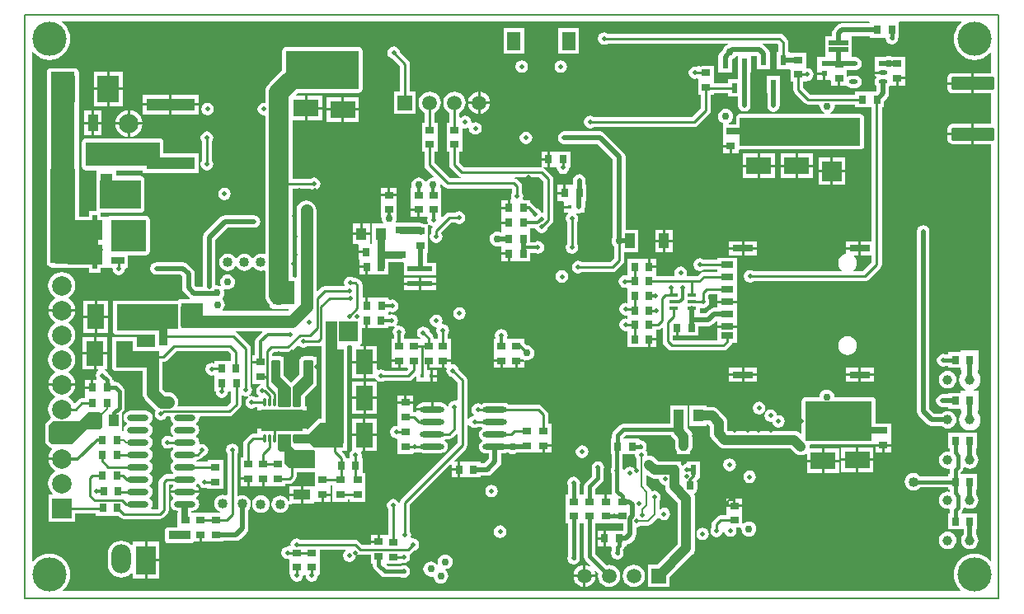
<source format=gbl>
%FSLAX25Y25*%
%MOIN*%
G70*
G01*
G75*
G04 Layer_Physical_Order=4*
G04 Layer_Color=16711680*
%ADD10C,0.02000*%
%ADD11C,0.03000*%
%ADD12R,0.01575X0.01181*%
%ADD13R,0.01181X0.01575*%
%ADD14O,0.05906X0.03150*%
%ADD15R,0.07087X0.03937*%
%ADD16C,0.03937*%
%ADD17R,0.02756X0.03347*%
%ADD18R,0.03347X0.02756*%
%ADD19R,0.03937X0.05906*%
%ADD20R,0.04724X0.03150*%
%ADD21R,0.02500X0.05906*%
%ADD22R,0.04803X0.02441*%
%ADD23R,0.04800X0.05600*%
%ADD24R,0.07480X0.11811*%
%ADD25O,0.06890X0.02362*%
%ADD26R,0.03937X0.05118*%
%ADD27R,0.08898X0.25590*%
%ADD28R,0.03937X0.02362*%
%ADD29R,0.04724X0.09843*%
%ADD30O,0.03937X0.01181*%
%ADD31R,0.03937X0.01181*%
%ADD32R,0.07874X0.07874*%
%ADD33R,0.10000X0.07000*%
%ADD34R,0.02362X0.03937*%
%ADD35R,0.07874X0.03937*%
%ADD36O,0.06693X0.01063*%
%ADD37R,0.06693X0.01063*%
%ADD38R,0.01063X0.06693*%
%ADD39O,0.03740X0.01378*%
%ADD40R,0.08661X0.16929*%
%ADD41R,0.07874X0.07874*%
%ADD42R,0.07087X0.07874*%
%ADD43R,0.02362X0.02362*%
%ADD44R,0.03150X0.02559*%
%ADD45R,0.03937X0.07087*%
%ADD46O,0.03150X0.05906*%
%ADD47O,0.01378X0.06693*%
%ADD48R,0.02362X0.02362*%
%ADD49R,0.13386X0.13386*%
%ADD50O,0.00984X0.03740*%
%ADD51O,0.03740X0.00984*%
%ADD52O,0.02362X0.07087*%
%ADD53O,0.07087X0.02362*%
%ADD54O,0.06299X0.02362*%
%ADD55R,0.00984X0.01575*%
%ADD56R,0.02362X0.01969*%
%ADD57R,0.00984X0.01299*%
G04:AMPARAMS|DCode=58|XSize=35.43mil|YSize=157.48mil|CornerRadius=1.77mil|HoleSize=0mil|Usage=FLASHONLY|Rotation=90.000|XOffset=0mil|YOffset=0mil|HoleType=Round|Shape=RoundedRectangle|*
%AMROUNDEDRECTD58*
21,1,0.03543,0.15394,0,0,90.0*
21,1,0.03189,0.15748,0,0,90.0*
1,1,0.00354,0.07697,0.01595*
1,1,0.00354,0.07697,-0.01595*
1,1,0.00354,-0.07697,-0.01595*
1,1,0.00354,-0.07697,0.01595*
%
%ADD58ROUNDEDRECTD58*%
%ADD59R,0.01200X0.01800*%
%ADD60R,0.01575X0.05906*%
%ADD61C,0.01000*%
%ADD62C,0.01200*%
%ADD63C,0.02500*%
%ADD64C,0.04000*%
%ADD65C,0.08000*%
%ADD66C,0.01500*%
%ADD67C,0.00800*%
%ADD68R,0.07500X0.15500*%
%ADD69R,0.07560X0.20391*%
%ADD70R,0.06000X0.09600*%
%ADD71R,0.06700X0.09800*%
%ADD72R,0.04200X0.18700*%
%ADD73R,0.08100X0.13300*%
%ADD74R,0.05700X0.21700*%
%ADD75R,0.18000X0.08400*%
%ADD76R,0.10500X0.06400*%
%ADD77R,0.16200X0.16000*%
%ADD78R,0.27300X0.16100*%
%ADD79R,0.06200X0.14700*%
%ADD80R,0.34969X0.11400*%
%ADD81R,0.06500X1.11800*%
%ADD82C,0.00500*%
%ADD83C,0.07874*%
%ADD84O,0.07874X0.11811*%
%ADD85R,0.07874X0.11811*%
%ADD86C,0.13780*%
%ADD87R,0.05906X0.05906*%
%ADD88C,0.05906*%
%ADD89R,0.07874X0.07874*%
G04:AMPARAMS|DCode=90|XSize=51.18mil|YSize=173.23mil|CornerRadius=2.56mil|HoleSize=0mil|Usage=FLASHONLY|Rotation=90.000|XOffset=0mil|YOffset=0mil|HoleType=Round|Shape=RoundedRectangle|*
%AMROUNDEDRECTD90*
21,1,0.05118,0.16811,0,0,90.0*
21,1,0.04606,0.17323,0,0,90.0*
1,1,0.00512,0.08406,0.02303*
1,1,0.00512,0.08406,-0.02303*
1,1,0.00512,-0.08406,-0.02303*
1,1,0.00512,-0.08406,0.02303*
%
%ADD90ROUNDEDRECTD90*%
%ADD91C,0.01969*%
%ADD92R,0.05315X0.07284*%
%ADD93C,0.04000*%
%ADD94C,0.02000*%
%ADD95C,0.03000*%
%ADD96C,0.05000*%
%ADD97C,0.02598*%
%ADD98C,0.01600*%
%ADD99C,0.07518*%
G04:AMPARAMS|DCode=100|XSize=111.181mil|YSize=111.181mil|CornerRadius=0mil|HoleSize=0mil|Usage=FLASHONLY|Rotation=0.000|XOffset=0mil|YOffset=0mil|HoleType=Round|Shape=Relief|Width=10mil|Gap=10mil|Entries=4|*
%AMTHD100*
7,0,0,0.11118,0.09118,0.01000,45*
%
%ADD100THD100*%
%ADD101C,0.07124*%
G04:AMPARAMS|DCode=102|XSize=107.244mil|YSize=107.244mil|CornerRadius=0mil|HoleSize=0mil|Usage=FLASHONLY|Rotation=0.000|XOffset=0mil|YOffset=0mil|HoleType=Round|Shape=Relief|Width=10mil|Gap=10mil|Entries=4|*
%AMTHD102*
7,0,0,0.10724,0.08724,0.01000,45*
%
%ADD102THD102*%
%ADD103C,0.04369*%
%ADD104C,0.11061*%
%ADD105C,0.05943*%
G04:AMPARAMS|DCode=106|XSize=95.433mil|YSize=95.433mil|CornerRadius=0mil|HoleSize=0mil|Usage=FLASHONLY|Rotation=0.000|XOffset=0mil|YOffset=0mil|HoleType=Round|Shape=Relief|Width=10mil|Gap=10mil|Entries=4|*
%AMTHD106*
7,0,0,0.09543,0.07543,0.01000,45*
%
%ADD106THD106*%
G04:AMPARAMS|DCode=107|XSize=79.685mil|YSize=79.685mil|CornerRadius=0mil|HoleSize=0mil|Usage=FLASHONLY|Rotation=0.000|XOffset=0mil|YOffset=0mil|HoleType=Round|Shape=Relief|Width=10mil|Gap=10mil|Entries=4|*
%AMTHD107*
7,0,0,0.07969,0.05969,0.01000,45*
%
%ADD107THD107*%
%ADD108C,0.06337*%
%ADD109C,0.05400*%
%ADD110C,0.03600*%
G04:AMPARAMS|DCode=111|XSize=72mil|YSize=72mil|CornerRadius=0mil|HoleSize=0mil|Usage=FLASHONLY|Rotation=0.000|XOffset=0mil|YOffset=0mil|HoleType=Round|Shape=Relief|Width=10mil|Gap=10mil|Entries=4|*
%AMTHD111*
7,0,0,0.07200,0.05200,0.01000,45*
%
%ADD111THD111*%
G04:AMPARAMS|DCode=112|XSize=80mil|YSize=80mil|CornerRadius=0mil|HoleSize=0mil|Usage=FLASHONLY|Rotation=0.000|XOffset=0mil|YOffset=0mil|HoleType=Round|Shape=Relief|Width=10mil|Gap=10mil|Entries=4|*
%AMTHD112*
7,0,0,0.08000,0.06000,0.01000,45*
%
%ADD112THD112*%
%ADD113C,0.04400*%
G04:AMPARAMS|DCode=114|XSize=99.37mil|YSize=99.37mil|CornerRadius=0mil|HoleSize=0mil|Usage=FLASHONLY|Rotation=0.000|XOffset=0mil|YOffset=0mil|HoleType=Round|Shape=Relief|Width=10mil|Gap=10mil|Entries=4|*
%AMTHD114*
7,0,0,0.09937,0.07937,0.01000,45*
%
%ADD114THD114*%
G04:AMPARAMS|DCode=115|XSize=72.992mil|YSize=72.992mil|CornerRadius=0mil|HoleSize=0mil|Usage=FLASHONLY|Rotation=0.000|XOffset=0mil|YOffset=0mil|HoleType=Round|Shape=Relief|Width=10mil|Gap=10mil|Entries=4|*
%AMTHD115*
7,0,0,0.07299,0.05299,0.01000,45*
%
%ADD115THD115*%
G04:AMPARAMS|DCode=116|XSize=68mil|YSize=68mil|CornerRadius=0mil|HoleSize=0mil|Usage=FLASHONLY|Rotation=0.000|XOffset=0mil|YOffset=0mil|HoleType=Round|Shape=Relief|Width=10mil|Gap=10mil|Entries=4|*
%AMTHD116*
7,0,0,0.06800,0.04800,0.01000,45*
%
%ADD116THD116*%
%ADD117C,0.05000*%
%ADD118C,0.06000*%
%ADD119R,0.08300X0.13500*%
%ADD120R,0.19700X0.09100*%
%ADD121R,0.09400X0.25200*%
%ADD122R,0.39000X0.13800*%
%ADD123R,0.06200X0.13300*%
%ADD124R,0.03347X0.01575*%
%ADD125R,0.03937X0.07087*%
%ADD126R,0.05118X0.13780*%
%ADD127R,0.08661X0.11024*%
%ADD128R,0.07000X0.10000*%
%ADD129R,0.19685X0.05118*%
%ADD130R,0.05500X0.02500*%
%ADD131R,0.01969X0.06299*%
%ADD132R,0.14410X0.07874*%
%ADD133R,0.01969X0.07874*%
%ADD134R,0.07087X0.03937*%
%ADD135R,0.03150X0.04724*%
%ADD136R,0.09843X0.01969*%
%ADD137O,0.08661X0.02362*%
%ADD138O,0.09843X0.02362*%
%ADD139O,0.01378X0.03740*%
%ADD140R,0.16929X0.08661*%
%ADD141R,0.03937X0.03150*%
%ADD142R,0.04843X0.02559*%
%ADD143R,0.08268X0.02756*%
%ADD144O,0.03543X0.01969*%
%ADD145O,0.03543X0.01969*%
%ADD146R,0.03543X0.01969*%
%ADD147R,0.07874X0.01969*%
%ADD148R,0.21349X0.07288*%
%ADD149R,0.14400X0.12900*%
%ADD150R,0.29900X0.09831*%
%ADD151R,0.11032X0.11400*%
%ADD152R,0.10000X0.37866*%
%ADD153R,0.16500X0.11800*%
%ADD154R,0.09800X0.45300*%
%ADD155R,0.05400X0.09900*%
%ADD156R,0.03600X0.06700*%
%ADD157R,0.20400X0.10800*%
%ADD158R,0.16400X0.04300*%
%ADD159R,0.04900X0.17100*%
%ADD160R,0.07600X0.08300*%
%ADD161R,0.08900X0.10200*%
%ADD162R,0.08600X0.09700*%
%ADD163R,0.17500X0.06700*%
%ADD164R,0.08965X0.03474*%
%ADD165R,0.29300X0.15600*%
%ADD166R,0.14700X0.03700*%
%ADD167R,0.07300X0.37900*%
%ADD168R,0.26931X0.16000*%
%ADD169R,0.48700X0.11300*%
G36*
X208592Y213645D02*
X207829Y213019D01*
X206780Y211741D01*
X206001Y210284D01*
X205521Y208702D01*
X205359Y207057D01*
X205521Y205413D01*
X206001Y203831D01*
X206780Y202374D01*
X207829Y201096D01*
X209106Y200048D01*
X210564Y199269D01*
X212145Y198789D01*
X213790Y198627D01*
X215435Y198789D01*
X217016Y199269D01*
X218473Y200048D01*
X219751Y201096D01*
X220176Y201615D01*
X220647Y201446D01*
Y193230D01*
X213644D01*
Y189135D01*
Y185043D01*
X220647D01*
Y172757D01*
X213644D01*
Y168663D01*
Y164570D01*
X220647D01*
Y-3867D01*
X220176Y-4035D01*
X219751Y-3517D01*
X218473Y-2468D01*
X217016Y-1689D01*
X215435Y-1210D01*
X213790Y-1048D01*
X212145Y-1210D01*
X210564Y-1689D01*
X209106Y-2468D01*
X207829Y-3517D01*
X206780Y-4794D01*
X206001Y-6252D01*
X205521Y-7833D01*
X205359Y-9478D01*
X205521Y-11123D01*
X206001Y-12704D01*
X206780Y-14162D01*
X207829Y-15439D01*
X208323Y-15845D01*
X208155Y-16316D01*
X-154591D01*
X-154759Y-15845D01*
X-154265Y-15439D01*
X-153216Y-14162D01*
X-152437Y-12704D01*
X-151958Y-11123D01*
X-151796Y-9478D01*
X-151958Y-7833D01*
X-152437Y-6252D01*
X-153216Y-4794D01*
X-154265Y-3517D01*
X-155542Y-2468D01*
X-157000Y-1689D01*
X-158581Y-1210D01*
X-160226Y-1048D01*
X-161871Y-1210D01*
X-163452Y-1689D01*
X-164910Y-2468D01*
X-166187Y-3517D01*
X-166813Y-4280D01*
X-167284Y-4112D01*
Y201691D01*
X-166813Y201859D01*
X-166187Y201096D01*
X-164910Y200048D01*
X-163452Y199269D01*
X-161871Y198789D01*
X-160226Y198627D01*
X-158581Y198789D01*
X-157000Y199269D01*
X-155542Y200048D01*
X-154265Y201096D01*
X-153216Y202374D01*
X-152437Y203831D01*
X-151958Y205413D01*
X-151796Y207057D01*
X-151958Y208702D01*
X-152437Y210284D01*
X-153216Y211741D01*
X-154265Y213019D01*
X-155542Y214067D01*
X-155530Y214116D01*
X171294D01*
X171599Y213811D01*
X171408Y213349D01*
X160100D01*
X159125Y213155D01*
X158298Y212602D01*
X157029Y211334D01*
X156476Y210507D01*
X156282Y209531D01*
Y208137D01*
X153394D01*
Y203169D01*
Y200216D01*
X153394D01*
Y199980D01*
X153163Y199749D01*
X153008Y199718D01*
X150319D01*
Y194356D01*
Y193600D01*
X153001D01*
Y193101D01*
X153500D01*
Y190419D01*
X155505D01*
X155858Y190065D01*
Y188222D01*
X158531D01*
Y191101D01*
X159531D01*
Y188222D01*
X162157D01*
X162353Y187929D01*
X163175Y187380D01*
X164144Y187187D01*
X165719D01*
X166688Y187380D01*
X167510Y187929D01*
X168059Y188750D01*
X168252Y189720D01*
X168059Y190689D01*
X167510Y191511D01*
X166688Y192060D01*
X165719Y192253D01*
X164144D01*
X163175Y192060D01*
X162646Y191706D01*
X162205Y191942D01*
Y193774D01*
X162205Y193774D01*
D01*
D01*
X162205Y193978D01*
Y193994D01*
Y194053D01*
X162205Y194128D01*
X162205Y194332D01*
X162205Y194332D01*
X162205D01*
Y194651D01*
X164931D01*
X165012Y194667D01*
X165719D01*
X166688Y194860D01*
X167510Y195409D01*
X168059Y196231D01*
X168252Y197200D01*
X168059Y198169D01*
X167510Y198991D01*
X166688Y199540D01*
X165719Y199733D01*
X165012D01*
X164931Y199749D01*
X164269D01*
Y200216D01*
X164269D01*
Y203169D01*
Y208137D01*
D01*
Y208137D01*
X164383Y208251D01*
X171648D01*
Y207627D01*
X177404D01*
X177404Y207627D01*
Y207627D01*
X177404D01*
X177553D01*
X177748Y207627D01*
X177883Y207463D01*
X178077Y206487D01*
X178629Y205661D01*
X179456Y205108D01*
X180431Y204914D01*
X181407Y205108D01*
X182234Y205661D01*
X182786Y206487D01*
X182981Y207463D01*
X183115Y207627D01*
X183309D01*
Y213762D01*
X183309Y213762D01*
D01*
D01*
X183309Y213973D01*
D01*
X183452Y214116D01*
X208423D01*
X208592Y213645D01*
D02*
G37*
%LPC*%
G36*
X119658Y70773D02*
X114524D01*
Y68395D01*
X119658D01*
Y70773D01*
D02*
G37*
G36*
X125792D02*
X120658D01*
Y68395D01*
X125792D01*
Y70773D01*
D02*
G37*
G36*
X-149782Y96800D02*
X-160618D01*
X-160497Y95881D01*
X-159949Y94558D01*
X-159078Y93422D01*
X-157942Y92551D01*
X-157940Y92550D01*
Y92050D01*
X-157942Y92049D01*
X-159078Y91178D01*
X-159949Y90042D01*
X-160497Y88719D01*
X-160684Y87300D01*
X-160497Y85881D01*
X-159949Y84558D01*
X-159078Y83422D01*
X-157942Y82551D01*
X-157940Y82550D01*
Y82050D01*
X-157942Y82049D01*
X-159078Y81178D01*
X-159949Y80042D01*
X-160497Y78719D01*
X-160684Y77300D01*
X-160497Y75881D01*
X-159949Y74558D01*
X-159078Y73422D01*
X-157942Y72551D01*
X-157940Y72550D01*
Y72050D01*
X-157942Y72049D01*
X-159078Y71178D01*
X-159949Y70042D01*
X-160497Y68719D01*
X-160618Y67800D01*
X-149782D01*
X-149903Y68719D01*
X-150451Y70042D01*
X-151322Y71178D01*
X-152458Y72049D01*
X-152460Y72050D01*
Y72550D01*
X-152458Y72551D01*
X-151322Y73422D01*
X-150451Y74558D01*
X-149903Y75881D01*
X-149716Y77300D01*
X-149903Y78719D01*
X-150451Y80042D01*
X-151322Y81178D01*
X-152458Y82049D01*
X-152460Y82050D01*
Y82550D01*
X-152458Y82551D01*
X-151322Y83422D01*
X-150451Y84558D01*
X-149903Y85881D01*
X-149716Y87300D01*
X-149903Y88719D01*
X-150451Y90042D01*
X-151322Y91178D01*
X-152458Y92049D01*
X-152460Y92050D01*
Y92550D01*
X-152458Y92551D01*
X-151322Y93422D01*
X-150451Y94558D01*
X-149903Y95881D01*
X-149782Y96800D01*
D02*
G37*
G36*
X202955Y72798D02*
X202050Y72679D01*
X201206Y72330D01*
X200481Y71774D01*
X199925Y71049D01*
X199576Y70205D01*
X199457Y69300D01*
X199576Y68395D01*
X199925Y67551D01*
X200481Y66826D01*
X201206Y66270D01*
X202050Y65921D01*
X202955Y65802D01*
X203861Y65921D01*
X204704Y66270D01*
X205429Y66826D01*
X205985Y67551D01*
X206334Y68395D01*
X206453Y69300D01*
X206334Y70205D01*
X205985Y71049D01*
X205429Y71774D01*
X204704Y72330D01*
X203861Y72679D01*
X202955Y72798D01*
D02*
G37*
G36*
X-143400Y69273D02*
X-145778D01*
Y66600D01*
X-143400D01*
Y69273D01*
D02*
G37*
G36*
X-33268Y75900D02*
X-37769D01*
Y69900D01*
X-33268D01*
Y75900D01*
D02*
G37*
G36*
X-3609Y73087D02*
X-5200D01*
Y71300D01*
X-3609D01*
Y73087D01*
D02*
G37*
G36*
Y70300D02*
X-5200D01*
Y68513D01*
X-3609D01*
Y70300D01*
D02*
G37*
G36*
X166902Y70773D02*
X161768D01*
Y68395D01*
X166902D01*
Y70773D01*
D02*
G37*
G36*
X173036D02*
X167902D01*
Y68395D01*
X173036D01*
Y70773D01*
D02*
G37*
G36*
X-33268Y68400D02*
X-37769D01*
Y62400D01*
X-33268D01*
Y68400D01*
D02*
G37*
G36*
X126700Y60349D02*
X125724Y60155D01*
X124898Y59602D01*
X124345Y58776D01*
X124151Y57800D01*
X124345Y56824D01*
X124898Y55998D01*
X125724Y55445D01*
X126700Y55251D01*
X127675Y55445D01*
X128502Y55998D01*
X129055Y56824D01*
X129249Y57800D01*
X129055Y58776D01*
X128502Y59602D01*
X127675Y60155D01*
X126700Y60349D01*
D02*
G37*
G36*
X-33268Y61400D02*
X-37769D01*
Y55400D01*
X-33268D01*
Y61400D01*
D02*
G37*
G36*
X131400Y57249D02*
X130424Y57055D01*
X129598Y56502D01*
X129045Y55676D01*
X128851Y54700D01*
X129045Y53724D01*
X129598Y52898D01*
X130424Y52345D01*
X131400Y52151D01*
X132074Y52285D01*
X132245Y51424D01*
X132798Y50598D01*
X133624Y50045D01*
X134600Y49851D01*
X135575Y50045D01*
X136402Y50598D01*
X136955Y51424D01*
X137149Y52400D01*
X136955Y53376D01*
X136402Y54202D01*
X135575Y54755D01*
X134600Y54949D01*
X133926Y54815D01*
X133755Y55676D01*
X133202Y56502D01*
X132376Y57055D01*
X131400Y57249D01*
D02*
G37*
G36*
X-27869Y53500D02*
X-32368D01*
Y47500D01*
X-27869D01*
Y53500D01*
D02*
G37*
G36*
X193083Y131866D02*
X192107Y131672D01*
X191280Y131120D01*
X190728Y130293D01*
X190534Y129317D01*
Y56517D01*
X190534Y56517D01*
X190534D01*
X190728Y55542D01*
X191280Y54715D01*
X194748Y51248D01*
X195574Y50695D01*
X196550Y50501D01*
X200579D01*
X201206Y50020D01*
X202050Y49671D01*
X202955Y49552D01*
X203861Y49671D01*
X204704Y50020D01*
X205429Y50576D01*
X205985Y51301D01*
X206334Y52144D01*
X206453Y53050D01*
X206334Y53956D01*
X205985Y54799D01*
X205429Y55524D01*
X204704Y56080D01*
X203861Y56429D01*
X202955Y56548D01*
X202050Y56429D01*
X201206Y56080D01*
X200579Y55599D01*
X197606D01*
X195632Y57573D01*
Y129317D01*
X195438Y130293D01*
X194885Y131120D01*
X194058Y131672D01*
X193083Y131866D01*
D02*
G37*
G36*
X-13027Y62910D02*
X-15700D01*
Y60532D01*
X-13027D01*
Y62910D01*
D02*
G37*
G36*
X2105Y76394D02*
X-569D01*
Y74016D01*
X59D01*
X376Y73630D01*
X251Y73000D01*
X445Y72025D01*
X998Y71198D01*
X1825Y70645D01*
X2382Y70534D01*
X4661Y68255D01*
Y61032D01*
X4274Y60715D01*
X3600Y60849D01*
X2624Y60655D01*
X1798Y60102D01*
X1245Y59276D01*
X1122Y58657D01*
X624Y58608D01*
X593Y58684D01*
X163Y59244D01*
X-397Y59673D01*
X-1049Y59944D01*
X-1749Y60036D01*
X-4989D01*
Y57331D01*
X-5488D01*
Y56832D01*
X-11868D01*
X-11841Y56632D01*
X-11754Y56422D01*
X-12071Y56035D01*
X-12726Y56165D01*
X-13027D01*
Y56800D01*
X-13027Y56800D01*
D01*
D01*
X-13027Y57004D01*
Y57020D01*
Y57079D01*
X-13027Y57154D01*
X-13027Y57358D01*
X-13027Y57358D01*
X-13027D01*
Y59531D01*
X-19373D01*
Y57358D01*
X-19373Y57358D01*
X-19373D01*
X-19373Y57153D01*
Y57004D01*
D01*
D01*
X-19373D01*
Y51269D01*
X-19373Y51269D01*
X-19373D01*
X-19373Y51248D01*
Y51015D01*
X-19473Y50915D01*
X-19473D01*
Y50883D01*
X-19860Y50565D01*
X-19963Y50586D01*
X-20938Y50392D01*
X-21765Y49839D01*
X-22318Y49013D01*
X-22512Y48037D01*
X-22318Y47062D01*
X-21765Y46235D01*
X-20938Y45682D01*
X-19963Y45488D01*
X-19860Y45509D01*
X-19473Y45191D01*
Y45159D01*
Y45009D01*
D01*
D01*
X-19473D01*
Y39254D01*
X-13127D01*
Y39533D01*
X-12740Y39850D01*
X-12400Y39783D01*
X-11425Y39977D01*
X-10965Y40284D01*
X-10581Y39990D01*
X-9929Y39719D01*
X-9229Y39627D01*
X-1749D01*
X-1049Y39719D01*
X-397Y39990D01*
X163Y40419D01*
X593Y40979D01*
X863Y41632D01*
X955Y42331D01*
X863Y43031D01*
X593Y43684D01*
X163Y44244D01*
X-397Y44673D01*
Y44990D01*
X-2Y45292D01*
X1331D01*
X2112Y45447D01*
X2773Y45890D01*
X2773Y45890D01*
X2773Y45890D01*
X4199Y47315D01*
X4661Y47124D01*
Y43549D01*
X-17842Y21047D01*
X-18284Y20385D01*
X-18425Y19678D01*
X-18792Y19605D01*
X-18931Y19605D01*
X-19398Y20302D01*
X-20224Y20855D01*
X-21200Y21049D01*
X-22175Y20855D01*
X-23002Y20302D01*
X-23555Y19476D01*
X-23749Y18500D01*
X-23555Y17525D01*
X-23239Y17052D01*
Y6378D01*
X-23927D01*
Y6578D01*
X-26600D01*
Y3699D01*
X-27099D01*
Y3200D01*
X-30273D01*
Y2539D01*
X-33755D01*
X-35223Y4007D01*
X-35885Y4449D01*
X-36665Y4605D01*
X-58687D01*
X-59159Y4920D01*
X-60135Y5114D01*
X-61110Y4920D01*
X-61937Y4368D01*
X-62490Y3541D01*
X-62684Y2565D01*
X-62676Y2525D01*
X-62993Y2139D01*
X-63308D01*
Y2125D01*
X-63694Y1808D01*
X-63900Y1849D01*
X-64876Y1655D01*
X-65702Y1102D01*
X-66255Y276D01*
X-66449Y-700D01*
X-66255Y-1675D01*
X-65702Y-2502D01*
X-64876Y-3055D01*
X-63900Y-3249D01*
X-63694Y-3208D01*
X-63308Y-3525D01*
Y-3617D01*
Y-3767D01*
D01*
D01*
D01*
X-63308D01*
D01*
Y-9523D01*
X-62965D01*
X-62684Y-9865D01*
X-62490Y-10841D01*
X-61937Y-11668D01*
X-61110Y-12220D01*
X-60135Y-12414D01*
X-59159Y-12220D01*
X-58332Y-11668D01*
X-57780Y-10841D01*
X-57586Y-9865D01*
X-57335Y-9560D01*
X-56835D01*
X-56592Y-9857D01*
X-56398Y-10832D01*
X-55846Y-11659D01*
X-55019Y-12212D01*
X-54043Y-12406D01*
X-53068Y-12212D01*
X-52241Y-11659D01*
X-51688Y-10832D01*
X-51494Y-9857D01*
X-51201Y-9500D01*
X-50870D01*
Y-3948D01*
X-50870Y-3948D01*
D01*
D01*
X-50870Y-3744D01*
Y-3728D01*
Y-3669D01*
X-50870Y-3594D01*
X-50870Y-3390D01*
X-50870Y-3390D01*
X-50870D01*
Y526D01*
X-40603D01*
X-40458Y48D01*
X-40692Y-108D01*
X-41244Y-935D01*
X-41438Y-1911D01*
X-41244Y-2886D01*
X-40692Y-3713D01*
X-39865Y-4266D01*
X-38889Y-4460D01*
X-37914Y-4266D01*
X-37087Y-3713D01*
X-36534Y-2886D01*
X-36340Y-1911D01*
X-36487Y-1174D01*
X-36046Y-938D01*
X-36042Y-942D01*
X-35380Y-1384D01*
X-34600Y-1539D01*
X-30273D01*
Y-5083D01*
X-29394D01*
Y-5800D01*
X-29219Y-6678D01*
X-28722Y-7422D01*
X-28722Y-7422D01*
X-28722Y-7422D01*
X-26213Y-9931D01*
X-25469Y-10428D01*
X-24591Y-10603D01*
X-18058D01*
X-17967Y-10664D01*
X-16991Y-10858D01*
X-16016Y-10664D01*
X-15189Y-10111D01*
X-14636Y-9284D01*
X-14442Y-8309D01*
X-14636Y-7333D01*
X-15189Y-6506D01*
X-16016Y-5954D01*
X-16991Y-5760D01*
X-17967Y-5954D01*
X-18058Y-6015D01*
X-23572D01*
X-23850Y-5599D01*
X-23719Y-5283D01*
X-18027D01*
Y-5141D01*
X-17640Y-4824D01*
X-16997Y-4952D01*
X-16021Y-4758D01*
X-15194Y-4206D01*
X-14642Y-3379D01*
X-14448Y-2403D01*
X-14642Y-1428D01*
X-14630Y-1399D01*
X-14553Y-1384D01*
X-13891Y-942D01*
X-13891Y-942D01*
X-13891Y-942D01*
X-12850Y100D01*
X-12292Y210D01*
X-11465Y763D01*
X-10913Y1590D01*
X-10719Y2565D01*
X-10913Y3541D01*
X-11465Y4368D01*
X-12292Y4920D01*
X-13268Y5114D01*
X-13509Y5066D01*
X-14045Y5425D01*
X-13851Y6400D01*
X-14045Y7375D01*
X-14361Y7848D01*
Y18760D01*
X2060Y35181D01*
X2522Y34990D01*
Y33400D01*
X4900D01*
Y36073D01*
X3606D01*
X3414Y36535D01*
X8142Y41263D01*
X8584Y41924D01*
X8739Y42705D01*
Y51593D01*
X9237Y51642D01*
X9313Y51256D01*
X9866Y50429D01*
X10693Y49876D01*
X11669Y49683D01*
X12644Y49876D01*
X13116Y50192D01*
X14502D01*
X14777Y49981D01*
Y49481D01*
X14337Y49144D01*
X13907Y48584D01*
X13637Y47931D01*
X13545Y47232D01*
X13637Y46532D01*
X13907Y45879D01*
X14337Y45319D01*
X14777Y44982D01*
Y44482D01*
X14337Y44144D01*
X13907Y43584D01*
X13637Y42931D01*
X13545Y42232D01*
X13637Y41532D01*
X13907Y40879D01*
X14337Y40319D01*
X14897Y39890D01*
X15549Y39619D01*
X16249Y39527D01*
X17440D01*
Y37245D01*
X15644Y35449D01*
X14184D01*
Y36073D01*
X8631D01*
X8631Y36073D01*
Y36073D01*
X8428Y36073D01*
X8353D01*
X8278D01*
X8074Y36073D01*
X8074Y36073D01*
Y36073D01*
X5900D01*
Y32899D01*
Y29727D01*
X8278D01*
X8278Y29727D01*
Y29727D01*
X8278D01*
X8428D01*
X8631Y29727D01*
X8631Y29727D01*
Y29727D01*
X14184D01*
Y30351D01*
X16700D01*
X17675Y30545D01*
X18502Y31098D01*
X21791Y34387D01*
X22344Y35214D01*
X22538Y36189D01*
Y39527D01*
X23729D01*
X24429Y39619D01*
X24581Y39682D01*
X25394D01*
X25487Y39611D01*
X26217Y39309D01*
X27000Y39206D01*
X27783Y39309D01*
X28513Y39611D01*
X28606Y39682D01*
X32305D01*
X32635Y39748D01*
X35873D01*
Y39748D01*
X35873D01*
X35873Y39748D01*
X36327Y39748D01*
Y39748D01*
X39000D01*
Y42627D01*
X39499D01*
Y43126D01*
X42673D01*
Y45300D01*
X42673Y45300D01*
D01*
D01*
X42673Y45504D01*
Y45520D01*
Y45579D01*
X42673Y45654D01*
X42673Y45858D01*
X42673Y45858D01*
X42673D01*
Y51410D01*
X41539D01*
Y55200D01*
X41384Y55980D01*
X41207Y56245D01*
X40942Y56642D01*
X40942Y56642D01*
X38910Y58673D01*
X38249Y59115D01*
X37468Y59271D01*
X25476D01*
X25081Y59573D01*
X24429Y59844D01*
X23729Y59936D01*
X16249D01*
X15549Y59844D01*
X14897Y59573D01*
X14502Y59271D01*
X14401D01*
X13975Y59555D01*
X13000Y59749D01*
X12025Y59555D01*
X11198Y59002D01*
X10645Y58175D01*
X10451Y57200D01*
X10645Y56225D01*
X11198Y55398D01*
X11474Y55213D01*
X11377Y54722D01*
X10693Y54586D01*
X9866Y54034D01*
X9313Y53207D01*
X9237Y52821D01*
X8739Y52870D01*
Y69100D01*
X8584Y69880D01*
X8142Y70542D01*
X5266Y73418D01*
X5155Y73975D01*
X4602Y74802D01*
X3776Y75355D01*
X2800Y75549D01*
X2491Y75488D01*
X2105Y75805D01*
Y76394D01*
D02*
G37*
G36*
X-16700Y62910D02*
X-19373D01*
Y60532D01*
X-16700D01*
Y62910D01*
D02*
G37*
G36*
X-27768Y61400D02*
X-32269D01*
Y55400D01*
X-27768D01*
Y61400D01*
D02*
G37*
G36*
X-5989Y60036D02*
X-9229D01*
X-9929Y59944D01*
X-10581Y59673D01*
X-11141Y59244D01*
X-11571Y58684D01*
X-11841Y58031D01*
X-11868Y57832D01*
X-5989D01*
Y60036D01*
D02*
G37*
G36*
X119658Y74151D02*
X114524D01*
Y71773D01*
X119658D01*
Y74151D01*
D02*
G37*
G36*
X-142000Y94200D02*
X-146500D01*
Y88200D01*
X-142000D01*
Y94200D01*
D02*
G37*
G36*
X-136500D02*
X-141000D01*
Y88200D01*
X-136500D01*
Y94200D01*
D02*
G37*
G36*
X85110Y85100D02*
X82731D01*
Y82427D01*
X85110D01*
Y85100D01*
D02*
G37*
G36*
X-142300Y86500D02*
X-146800D01*
Y80500D01*
X-142300D01*
Y86500D01*
D02*
G37*
G36*
X-136800D02*
X-141300D01*
Y80500D01*
X-136800D01*
Y86500D01*
D02*
G37*
G36*
X-155200Y112784D02*
X-156619Y112597D01*
X-157942Y112049D01*
X-159078Y111178D01*
X-159949Y110042D01*
X-160497Y108719D01*
X-160684Y107300D01*
X-160497Y105881D01*
X-159949Y104558D01*
X-159078Y103422D01*
X-157942Y102551D01*
X-157940Y102550D01*
Y102050D01*
X-157942Y102049D01*
X-159078Y101178D01*
X-159949Y100042D01*
X-160497Y98719D01*
X-160618Y97800D01*
X-149782D01*
X-149903Y98719D01*
X-150451Y100042D01*
X-151322Y101178D01*
X-152458Y102049D01*
X-152460Y102050D01*
Y102550D01*
X-152458Y102551D01*
X-151322Y103422D01*
X-150451Y104558D01*
X-149903Y105881D01*
X-149716Y107300D01*
X-149903Y108719D01*
X-150451Y110042D01*
X-151322Y111178D01*
X-152458Y112049D01*
X-153781Y112597D01*
X-155200Y112784D01*
D02*
G37*
G36*
X-10869Y107650D02*
X-16790D01*
Y105666D01*
X-10869D01*
Y107650D01*
D02*
G37*
G36*
X-136500Y101200D02*
X-141000D01*
Y95200D01*
X-136500D01*
Y101200D01*
D02*
G37*
G36*
X5600Y98649D02*
X4625Y98455D01*
X3798Y97902D01*
X3245Y97075D01*
X3051Y96100D01*
X3245Y95125D01*
X3798Y94298D01*
X4625Y93745D01*
X5600Y93551D01*
X6575Y93745D01*
X7402Y94298D01*
X7955Y95125D01*
X8149Y96100D01*
X7955Y97075D01*
X7402Y97902D01*
X6575Y98455D01*
X5600Y98649D01*
D02*
G37*
G36*
X-142000Y101200D02*
X-146500D01*
Y95200D01*
X-142000D01*
Y101200D01*
D02*
G37*
G36*
X22532Y89780D02*
X21556Y89587D01*
X20729Y89034D01*
X20177Y88207D01*
X19983Y87231D01*
X20177Y86256D01*
X20268Y86119D01*
X20032Y85678D01*
X19358D01*
Y79922D01*
X19358Y79922D01*
X19358Y79772D01*
X19358D01*
Y77394D01*
X22533D01*
Y76895D01*
X23031D01*
Y74016D01*
X28131D01*
Y76895D01*
X28631D01*
Y77394D01*
X31473D01*
X31805Y77257D01*
Y76820D01*
X32181Y77149D01*
X32794Y77069D01*
X33578Y77172D01*
X34308Y77474D01*
X34934Y77955D01*
X35415Y78582D01*
X35717Y79311D01*
X35820Y80094D01*
X35717Y80878D01*
X35415Y81608D01*
X34934Y82234D01*
X34308Y82715D01*
X33578Y83017D01*
X32797Y83120D01*
X31805Y84112D01*
Y85678D01*
X25030D01*
X24795Y86119D01*
X24886Y86256D01*
X25080Y87231D01*
X24886Y88207D01*
X24334Y89034D01*
X23507Y89587D01*
X22532Y89780D01*
D02*
G37*
G36*
X-142300Y79500D02*
X-146800D01*
Y73500D01*
X-142300D01*
Y79500D01*
D02*
G37*
G36*
X-19268Y76394D02*
X-21942D01*
Y74016D01*
X-19268D01*
Y76394D01*
D02*
G37*
G36*
X173036Y74151D02*
X167902D01*
Y71773D01*
X173036D01*
Y74151D01*
D02*
G37*
G36*
X125792D02*
X120658D01*
Y71773D01*
X125792D01*
Y74151D01*
D02*
G37*
G36*
X166902D02*
X161768D01*
Y71773D01*
X166902D01*
Y74151D01*
D02*
G37*
G36*
X162481Y86849D02*
X161496Y86720D01*
X160579Y86339D01*
X159791Y85735D01*
X159187Y84947D01*
X158807Y84030D01*
X158677Y83045D01*
X158807Y82060D01*
X159187Y81143D01*
X159791Y80355D01*
X160579Y79750D01*
X161496Y79370D01*
X162481Y79241D01*
X163466Y79370D01*
X164383Y79750D01*
X165171Y80355D01*
X165776Y81143D01*
X166156Y82060D01*
X166285Y83045D01*
X166156Y84030D01*
X165776Y84947D01*
X165171Y85735D01*
X164383Y86339D01*
X163466Y86720D01*
X162481Y86849D01*
D02*
G37*
G36*
X215646Y81235D02*
X208165D01*
Y80373D01*
X203122D01*
Y79494D01*
X202267D01*
X202175Y79555D01*
X201200Y79749D01*
X200224Y79555D01*
X199398Y79002D01*
X198845Y78175D01*
X198651Y77200D01*
X198845Y76224D01*
X199398Y75398D01*
X200224Y74845D01*
X201200Y74651D01*
X202175Y74845D01*
X202267Y74906D01*
X203122D01*
Y74027D01*
X208165D01*
Y73165D01*
X208514D01*
Y71961D01*
X208149Y71484D01*
X207712Y70430D01*
X207563Y69300D01*
X207712Y68169D01*
X208149Y67116D01*
X208843Y66211D01*
X209748Y65517D01*
X210209Y65326D01*
X210112Y64835D01*
X208165D01*
Y63973D01*
X203122D01*
Y63349D01*
X200800D01*
X199825Y63155D01*
X198998Y62602D01*
X198445Y61775D01*
X198251Y60800D01*
X198445Y59825D01*
X198998Y58998D01*
X199825Y58445D01*
X200800Y58251D01*
X203122D01*
Y57627D01*
X208165D01*
Y56765D01*
X208514D01*
Y55711D01*
X208149Y55234D01*
X207712Y54181D01*
X207563Y53050D01*
X207712Y51920D01*
X208149Y50866D01*
X208843Y49961D01*
X209748Y49267D01*
X210801Y48831D01*
X211931Y48682D01*
X213062Y48831D01*
X214116Y49267D01*
X215020Y49961D01*
X215714Y50866D01*
X216151Y51920D01*
X216300Y53050D01*
X216151Y54181D01*
X215714Y55234D01*
X215297Y55778D01*
Y56765D01*
X215646D01*
Y64835D01*
X213751D01*
X213654Y65326D01*
X214116Y65517D01*
X215020Y66211D01*
X215714Y67116D01*
X216151Y68169D01*
X216300Y69300D01*
X216151Y70430D01*
X215714Y71484D01*
X215297Y72028D01*
Y73165D01*
X215646D01*
Y81235D01*
D02*
G37*
G36*
X-27768Y82900D02*
X-32269D01*
Y76900D01*
X-27768D01*
Y82900D01*
D02*
G37*
G36*
X22031Y76394D02*
X19358D01*
Y74016D01*
X22031D01*
Y76394D01*
D02*
G37*
G36*
X31805D02*
X29131D01*
Y74016D01*
X31805D01*
Y76394D01*
D02*
G37*
G36*
X-33369Y53500D02*
X-37868D01*
Y47500D01*
X-33369D01*
Y53500D01*
D02*
G37*
G36*
X119873Y17806D02*
X113527D01*
Y15631D01*
X113527Y15631D01*
X113527D01*
X113527Y15428D01*
Y15278D01*
D01*
D01*
D01*
X113527D01*
D01*
Y14439D01*
X111100D01*
X110320Y14284D01*
X109658Y13842D01*
X108158Y12342D01*
X107716Y11680D01*
X107561Y10900D01*
Y9648D01*
X107245Y9175D01*
X107051Y8200D01*
X107245Y7225D01*
X107798Y6398D01*
X108624Y5845D01*
X109600Y5651D01*
X110575Y5845D01*
X111402Y6398D01*
X111955Y7225D01*
X112104Y7972D01*
X112596D01*
Y7972D01*
X112604D01*
X112745Y7261D01*
X113298Y6435D01*
X114125Y5882D01*
X115100Y5688D01*
X116076Y5882D01*
X116902Y6435D01*
X117455Y7261D01*
X117649Y8237D01*
X117455Y9212D01*
X117620Y9522D01*
X119277D01*
X119606Y9146D01*
X119574Y8900D01*
X119677Y8117D01*
X119980Y7387D01*
X120460Y6760D01*
X121087Y6279D01*
X121817Y5977D01*
X122600Y5874D01*
X123383Y5977D01*
X124113Y6279D01*
X124740Y6760D01*
X125221Y7387D01*
X125523Y8117D01*
X125626Y8900D01*
X125523Y9683D01*
X125221Y10413D01*
X124740Y11040D01*
X124113Y11520D01*
X123383Y11823D01*
X122600Y11926D01*
X121817Y11823D01*
X121087Y11520D01*
X120460Y11040D01*
X120347Y10892D01*
X119873Y11052D01*
Y15074D01*
X119873Y15074D01*
D01*
D01*
X119873Y15278D01*
Y15294D01*
Y15353D01*
X119873Y15428D01*
X119873Y15631D01*
X119873Y15631D01*
X119873D01*
Y17806D01*
D02*
G37*
G36*
X-66900Y22430D02*
X-67814Y22310D01*
X-68665Y21957D01*
X-69396Y21396D01*
X-69957Y20665D01*
X-70310Y19814D01*
X-70430Y18900D01*
X-70310Y17986D01*
X-69957Y17135D01*
X-69396Y16404D01*
X-68665Y15843D01*
X-67814Y15490D01*
X-66900Y15370D01*
X-65986Y15490D01*
X-65135Y15843D01*
X-64404Y16404D01*
X-63843Y17135D01*
X-63490Y17986D01*
X-63370Y18900D01*
X-60816Y19236D01*
X-58569D01*
Y22205D01*
X-63112D01*
Y20182D01*
X-63602Y20084D01*
X-63843Y20665D01*
X-64404Y21396D01*
X-65135Y21957D01*
X-65986Y22310D01*
X-66900Y22430D01*
D02*
G37*
G36*
X63734Y8253D02*
X61356D01*
Y5579D01*
X63734D01*
Y8253D01*
D02*
G37*
G36*
X103900Y9449D02*
X102925Y9255D01*
X102098Y8702D01*
X101545Y7875D01*
X101351Y6900D01*
X101545Y5925D01*
X102098Y5098D01*
X102925Y4545D01*
X103900Y4351D01*
X104876Y4545D01*
X105702Y5098D01*
X106255Y5925D01*
X106449Y6900D01*
X106255Y7875D01*
X105702Y8702D01*
X104876Y9255D01*
X103900Y9449D01*
D02*
G37*
G36*
X22000Y10349D02*
X21024Y10155D01*
X20198Y9602D01*
X19645Y8775D01*
X19451Y7800D01*
X19645Y6825D01*
X20198Y5998D01*
X21024Y5445D01*
X22000Y5251D01*
X22975Y5445D01*
X23802Y5998D01*
X24355Y6825D01*
X24549Y7800D01*
X24355Y8775D01*
X23802Y9602D01*
X22975Y10155D01*
X22000Y10349D01*
D02*
G37*
G36*
X-46595Y22300D02*
X-49268D01*
Y19922D01*
X-46595D01*
Y22300D01*
D02*
G37*
G36*
X114356Y21183D02*
X113527D01*
Y20139D01*
X113922Y20403D01*
X114319Y20998D01*
X114356Y21183D01*
D02*
G37*
G36*
X119873D02*
X117200D01*
Y18805D01*
X119873D01*
Y21183D01*
D02*
G37*
G36*
X-74700Y22530D02*
X-75614Y22410D01*
X-76465Y22057D01*
X-77196Y21496D01*
X-77757Y20765D01*
X-78110Y19914D01*
X-78230Y19000D01*
X-78110Y18086D01*
X-77757Y17235D01*
X-77196Y16504D01*
X-76465Y15943D01*
X-75614Y15590D01*
X-74700Y15470D01*
X-73786Y15590D01*
X-72935Y15943D01*
X-72204Y16504D01*
X-71643Y17235D01*
X-71290Y18086D01*
X-71170Y19000D01*
X-71290Y19914D01*
X-71643Y20765D01*
X-72204Y21496D01*
X-72935Y22057D01*
X-73786Y22410D01*
X-74700Y22530D01*
D02*
G37*
G36*
X116200Y20184D02*
X114527D01*
Y18805D01*
X116200D01*
Y20184D01*
D02*
G37*
G36*
X-27600Y6578D02*
X-30273D01*
Y4200D01*
X-27600D01*
Y6578D01*
D02*
G37*
G36*
X-131168Y4146D02*
X-132588Y3959D01*
X-133911Y3411D01*
X-135046Y2540D01*
X-135918Y1404D01*
X-136466Y82D01*
X-136652Y-1338D01*
Y-5275D01*
X-136466Y-6694D01*
X-135918Y-8017D01*
X-135046Y-9153D01*
X-133911Y-10024D01*
X-132588Y-10572D01*
X-131168Y-10759D01*
X-129749Y-10572D01*
X-128427Y-10024D01*
X-127291Y-9153D01*
X-127079Y-8877D01*
X-126605Y-9037D01*
Y-11106D01*
X-121669D01*
Y-3701D01*
Y3706D01*
X-126605D01*
Y2425D01*
X-127079Y2264D01*
X-127291Y2540D01*
X-128427Y3411D01*
X-129749Y3959D01*
X-131168Y4146D01*
D02*
G37*
G36*
X-115732Y-4200D02*
X-120668D01*
Y-11106D01*
X-115732D01*
Y-4200D01*
D02*
G37*
G36*
X60557Y-10600D02*
X56631D01*
Y-14525D01*
X57294Y-14438D01*
X58377Y-13990D01*
X59307Y-13276D01*
X60021Y-12346D01*
X60470Y-11262D01*
X60557Y-10600D01*
D02*
G37*
G36*
X76131Y-5609D02*
X74969Y-5762D01*
X73886Y-6211D01*
X72956Y-6924D01*
X72242Y-7854D01*
X71793Y-8938D01*
X71640Y-10100D01*
X71793Y-11262D01*
X72242Y-12346D01*
X72956Y-13276D01*
X73886Y-13990D01*
X74969Y-14438D01*
X76131Y-14591D01*
X77294Y-14438D01*
X78377Y-13990D01*
X79307Y-13276D01*
X80021Y-12346D01*
X80470Y-11262D01*
X80623Y-10100D01*
X80470Y-8938D01*
X80021Y-7854D01*
X79307Y-6924D01*
X78377Y-6211D01*
X77294Y-5762D01*
X76131Y-5609D01*
D02*
G37*
G36*
X55632Y-10600D02*
X51706D01*
X51793Y-11262D01*
X52242Y-12346D01*
X52956Y-13276D01*
X53886Y-13990D01*
X54969Y-14438D01*
X55632Y-14525D01*
Y-10600D01*
D02*
G37*
G36*
X202955Y7798D02*
X202050Y7679D01*
X201206Y7330D01*
X200481Y6774D01*
X199925Y6049D01*
X199576Y5206D01*
X199457Y4300D01*
X199576Y3395D01*
X199925Y2551D01*
X200481Y1826D01*
X201206Y1270D01*
X202050Y921D01*
X202955Y802D01*
X203861Y921D01*
X204704Y1270D01*
X205429Y1826D01*
X205985Y2551D01*
X206334Y3395D01*
X206453Y4300D01*
X206334Y5206D01*
X205985Y6049D01*
X205429Y6774D01*
X204704Y7330D01*
X203861Y7679D01*
X202955Y7798D01*
D02*
G37*
G36*
X63734Y4580D02*
X61356D01*
Y1906D01*
X63734D01*
Y4580D01*
D02*
G37*
G36*
X-115732Y3706D02*
X-120668D01*
Y-3200D01*
X-115732D01*
Y3706D01*
D02*
G37*
G36*
X55632Y-5675D02*
X54969Y-5762D01*
X53886Y-6211D01*
X52956Y-6924D01*
X52242Y-7854D01*
X51793Y-8938D01*
X51706Y-9600D01*
X55632D01*
Y-5675D01*
D02*
G37*
G36*
X-200Y-1346D02*
X-983Y-1449D01*
X-1713Y-1751D01*
X-2340Y-2232D01*
X-2820Y-2859D01*
X-3123Y-3588D01*
X-3226Y-4372D01*
X-3123Y-5155D01*
X-2986Y-5486D01*
X-3027Y-5510D01*
X-3027Y-5510D01*
X-3419Y-5736D01*
X-3860Y-5160D01*
X-4487Y-4679D01*
X-5217Y-4377D01*
X-6000Y-4274D01*
X-6783Y-4377D01*
X-7513Y-4679D01*
X-8140Y-5160D01*
X-8620Y-5787D01*
X-8923Y-6517D01*
X-9026Y-7300D01*
X-8923Y-8083D01*
X-8620Y-8813D01*
X-8140Y-9440D01*
X-7513Y-9921D01*
X-6783Y-10223D01*
X-6000Y-10326D01*
X-5217Y-10223D01*
X-4993Y-10352D01*
X-4923Y-10883D01*
X-4620Y-11613D01*
X-4140Y-12240D01*
X-3513Y-12720D01*
X-2783Y-13023D01*
X-2000Y-13126D01*
X-1217Y-13023D01*
X-487Y-12720D01*
X140Y-12240D01*
X620Y-11613D01*
X923Y-10883D01*
X1026Y-10100D01*
X923Y-9317D01*
X620Y-8587D01*
X140Y-7960D01*
X-236Y-7672D01*
X-200Y-7398D01*
X583Y-7294D01*
X1313Y-6992D01*
X1940Y-6511D01*
X2420Y-5885D01*
X2723Y-5155D01*
X2826Y-4372D01*
X2723Y-3588D01*
X2420Y-2859D01*
X1940Y-2232D01*
X1313Y-1751D01*
X583Y-1449D01*
X-200Y-1346D01*
D02*
G37*
G36*
X18548Y26849D02*
X17573Y26655D01*
X16746Y26102D01*
X16193Y25275D01*
X15999Y24300D01*
X16193Y23325D01*
X16746Y22498D01*
X17573Y21945D01*
X18548Y21751D01*
X19523Y21945D01*
X20350Y22498D01*
X20903Y23325D01*
X21097Y24300D01*
X20903Y25275D01*
X20350Y26102D01*
X19523Y26655D01*
X18548Y26849D01*
D02*
G37*
G36*
X97694Y58759D02*
X90758D01*
Y54797D01*
X90692Y54296D01*
Y51394D01*
X71900D01*
X71022Y51219D01*
X70278Y50722D01*
X67915Y48359D01*
X67418Y47615D01*
X67243Y46737D01*
Y45473D01*
X66659D01*
Y39127D01*
X67006D01*
Y33567D01*
X66945Y33476D01*
X66751Y32500D01*
X66945Y31525D01*
X67006Y31433D01*
Y24100D01*
X67171Y23270D01*
X66854Y22884D01*
X65298D01*
Y20005D01*
X64298D01*
Y22884D01*
X61792D01*
X61792Y22884D01*
Y22884D01*
X61625Y22884D01*
X61532D01*
X61438D01*
X61271Y22884D01*
X61271Y22884D01*
Y22884D01*
X60559D01*
Y25085D01*
X63222Y27748D01*
X63719Y28492D01*
X63894Y29370D01*
Y32633D01*
X63955Y32724D01*
X64149Y33700D01*
X63955Y34675D01*
X63402Y35502D01*
X62576Y36055D01*
X61600Y36249D01*
X60624Y36055D01*
X59798Y35502D01*
X59245Y34675D01*
X59051Y33700D01*
X59245Y32724D01*
X59306Y32633D01*
Y30320D01*
X56643Y27657D01*
X56145Y26913D01*
X55971Y26035D01*
Y22884D01*
X55258D01*
X55258Y22884D01*
Y22884D01*
X55092Y22884D01*
X54998D01*
X54905D01*
X54738Y22884D01*
X54738Y22884D01*
Y22884D01*
X54074D01*
Y26454D01*
X54135Y26545D01*
X54329Y27520D01*
X54135Y28496D01*
X53582Y29323D01*
X52755Y29875D01*
X51780Y30070D01*
X50804Y29875D01*
X49977Y29323D01*
X49425Y28496D01*
X49231Y27520D01*
X49425Y26545D01*
X49485Y26454D01*
Y22884D01*
X48558D01*
Y17332D01*
X48558Y17332D01*
X48558D01*
X48558Y17128D01*
Y16978D01*
D01*
D01*
D01*
X48558D01*
D01*
Y11222D01*
X49437D01*
Y-1902D01*
X49376Y-1993D01*
X49183Y-2968D01*
X49376Y-3944D01*
X49929Y-4771D01*
X50756Y-5323D01*
X51731Y-5517D01*
X52707Y-5323D01*
X53534Y-4771D01*
X54087Y-3944D01*
X54281Y-2968D01*
X54087Y-1993D01*
X54026Y-1902D01*
Y11222D01*
X54905D01*
X54905Y11222D01*
Y11222D01*
X54905D01*
X55092D01*
X55258Y11222D01*
X55258Y11222D01*
Y11222D01*
X55971D01*
Y-2233D01*
X56145Y-3111D01*
X56643Y-3855D01*
X58530Y-5743D01*
X58253Y-6159D01*
X57294Y-5762D01*
X56631Y-5675D01*
Y-9600D01*
X60557D01*
X60470Y-8938D01*
X60072Y-7979D01*
X60488Y-7701D01*
X61785Y-8998D01*
X61640Y-10100D01*
X61793Y-11262D01*
X62242Y-12346D01*
X62956Y-13276D01*
X63886Y-13990D01*
X64969Y-14438D01*
X66132Y-14591D01*
X67294Y-14438D01*
X68377Y-13990D01*
X69307Y-13276D01*
X70021Y-12346D01*
X70470Y-11262D01*
X70623Y-10100D01*
X70470Y-8938D01*
X70021Y-7854D01*
X69307Y-6924D01*
X68377Y-6211D01*
X67294Y-5762D01*
X66132Y-5609D01*
X65030Y-5754D01*
X60559Y-1283D01*
Y11222D01*
X61438D01*
Y11222D01*
X61625D01*
X61792Y11222D01*
X61792Y11222D01*
Y11222D01*
X67971D01*
Y11222D01*
X67971D01*
X67971Y11222D01*
X68158D01*
Y11222D01*
X71980D01*
Y8253D01*
X67465D01*
X67465Y8253D01*
Y8253D01*
X67261Y8253D01*
X67187D01*
X67112D01*
X66908Y8253D01*
X66908Y8253D01*
Y8253D01*
X64734D01*
Y5079D01*
Y1906D01*
X66774D01*
X67091Y1520D01*
X67058Y1352D01*
Y118D01*
X66997Y27D01*
X66803Y-948D01*
X66997Y-1924D01*
X67550Y-2750D01*
X68376Y-3303D01*
X69352Y-3497D01*
X70327Y-3303D01*
X71154Y-2750D01*
X71707Y-1924D01*
X71901Y-948D01*
X71707Y27D01*
X71646Y118D01*
Y402D01*
X71762Y517D01*
X72259Y1261D01*
X72387Y1906D01*
X73017D01*
Y2554D01*
X73875Y2725D01*
X74702Y3277D01*
X76332Y4906D01*
X76884Y5733D01*
X77078Y6709D01*
Y9632D01*
X78005Y9816D01*
X78630Y10234D01*
X81671D01*
X82412Y10381D01*
X83041Y10801D01*
X85770Y13530D01*
X85773Y13534D01*
X86273Y13534D01*
X86498Y13198D01*
X87325Y12645D01*
X88300Y12451D01*
X89275Y12645D01*
X90102Y13198D01*
X90655Y14025D01*
X90849Y15000D01*
X90655Y15976D01*
X90102Y16802D01*
X89275Y17355D01*
X88300Y17549D01*
X87325Y17355D01*
X86778Y16990D01*
X86337Y17226D01*
Y20199D01*
X86755Y20824D01*
X86949Y21800D01*
X86755Y22775D01*
X86202Y23602D01*
X85375Y24155D01*
X84400Y24349D01*
X83542Y24178D01*
X83127Y24456D01*
X83090Y24641D01*
X82670Y25270D01*
X81037Y26902D01*
Y30617D01*
X81499Y30808D01*
X81998Y30309D01*
X82729Y29748D01*
X83581Y29396D01*
X84495Y29275D01*
X86107D01*
X86251Y29100D01*
X86445Y28124D01*
X86998Y27298D01*
X87824Y26745D01*
X88800Y26551D01*
X88827Y26529D01*
Y26043D01*
X88948Y25129D01*
X89300Y24277D01*
X89861Y23546D01*
X93770Y19638D01*
Y2531D01*
X85592Y-5647D01*
X81679D01*
Y-14553D01*
X90584D01*
Y-10640D01*
X99796Y-1428D01*
X100357Y-697D01*
X100710Y155D01*
X100830Y1068D01*
Y21100D01*
X100710Y22014D01*
X100357Y22865D01*
X100347Y22878D01*
X100568Y23327D01*
X100900D01*
Y23400D01*
X101600Y24100D01*
Y24783D01*
X101778Y24878D01*
Y27971D01*
X101600Y28066D01*
Y28461D01*
X101924Y28785D01*
X102210Y29212D01*
X102234Y29337D01*
X102476D01*
X102913Y29773D01*
Y36274D01*
X97550D01*
Y35345D01*
X96624Y35160D01*
X95798Y34608D01*
X95415Y34571D01*
D01*
X95039Y35061D01*
Y36274D01*
X92826D01*
X92357Y36336D01*
X85957D01*
X84796Y37496D01*
X84065Y38057D01*
X83214Y38410D01*
X82300Y38530D01*
X81981Y38488D01*
X81640Y38853D01*
X81649Y38900D01*
X81455Y39876D01*
X80902Y40702D01*
X80721Y40824D01*
X81055Y41324D01*
X81249Y42300D01*
X81055Y43275D01*
X80502Y44102D01*
X79676Y44655D01*
X78700Y44849D01*
X78320Y45160D01*
Y45473D01*
X72565D01*
D01*
D01*
X72565Y45473D01*
X72415D01*
Y45473D01*
X72171D01*
X71979Y45935D01*
X72850Y46806D01*
X91085D01*
X91164Y46613D01*
X91725Y45882D01*
X92764Y44843D01*
Y42648D01*
X92885Y41734D01*
X93237Y40883D01*
X93613Y40393D01*
Y39180D01*
X95826D01*
X96294Y39118D01*
X96763Y39180D01*
X98976D01*
Y40393D01*
X99352Y40883D01*
X99704Y41734D01*
X99825Y42648D01*
Y46306D01*
X99704Y47219D01*
X99352Y48071D01*
X98791Y48802D01*
X97752Y49841D01*
Y54296D01*
X97694Y54732D01*
Y58759D01*
D02*
G37*
G36*
X42673Y42126D02*
X40000D01*
Y39748D01*
X42673D01*
Y42126D01*
D02*
G37*
G36*
X55200Y42749D02*
X54224Y42555D01*
X53398Y42002D01*
X52845Y41175D01*
X52651Y40200D01*
X52845Y39224D01*
X53398Y38398D01*
X54224Y37845D01*
X55200Y37651D01*
X56176Y37845D01*
X57002Y38398D01*
X57555Y39224D01*
X57749Y40200D01*
X57555Y41175D01*
X57002Y42002D01*
X56176Y42555D01*
X55200Y42749D01*
D02*
G37*
G36*
X165931Y41900D02*
X159932D01*
Y37400D01*
X165931D01*
Y41900D01*
D02*
G37*
G36*
X172932D02*
X166931D01*
Y37400D01*
X172932D01*
Y41900D01*
D02*
G37*
G36*
X-27869Y46500D02*
X-32368D01*
Y40500D01*
X-27869D01*
Y46500D01*
D02*
G37*
G36*
X154100Y65326D02*
X153317Y65223D01*
X152587Y64921D01*
X151960Y64440D01*
X151479Y63813D01*
X151177Y63083D01*
X151074Y62300D01*
X150925Y62129D01*
X145500D01*
X144915Y62013D01*
X144419Y61681D01*
X144087Y61185D01*
X143971Y60600D01*
Y47575D01*
X143509Y47384D01*
X143396Y47496D01*
X142665Y48057D01*
X141814Y48410D01*
X140900Y48530D01*
X114312D01*
X113930Y48912D01*
Y52000D01*
X113810Y52914D01*
X113457Y53765D01*
X112896Y54496D01*
X110196Y57196D01*
X109465Y57757D01*
X108614Y58110D01*
X107700Y58230D01*
X105569D01*
Y58759D01*
X98632D01*
Y55169D01*
X98570Y54700D01*
X98632Y54231D01*
Y50641D01*
X105569D01*
Y51170D01*
X106238D01*
X106870Y50538D01*
Y47450D01*
X106870Y47450D01*
X106870D01*
X106990Y46536D01*
X107343Y45685D01*
X107904Y44954D01*
X110354Y42504D01*
X111085Y41943D01*
X111936Y41590D01*
X112850Y41470D01*
X112850Y41470D01*
X139438D01*
X141104Y39804D01*
X141835Y39243D01*
X142686Y38890D01*
X143600Y38770D01*
X144514Y38890D01*
X145365Y39243D01*
X145583Y39410D01*
X146031Y39189D01*
Y36900D01*
X152032D01*
Y41400D01*
X147391D01*
X147061Y41776D01*
X147130Y42300D01*
X147078Y42695D01*
X147408Y43071D01*
X172432D01*
X173017Y43187D01*
X173217Y43321D01*
X173658Y43085D01*
Y43295D01*
X180005D01*
Y45672D01*
D01*
Y45672D01*
X180005Y45672D01*
Y45822D01*
X180005D01*
Y51578D01*
X173961D01*
Y60600D01*
X173845Y61185D01*
X173513Y61681D01*
X173017Y62013D01*
X172432Y62129D01*
X157275D01*
X157126Y62300D01*
X157023Y63083D01*
X156720Y63813D01*
X156240Y64440D01*
X155613Y64921D01*
X154883Y65223D01*
X154100Y65326D01*
D02*
G37*
G36*
X209028Y47773D02*
X208911Y47773D01*
X208878D01*
Y47773D01*
X208878D01*
X208878D01*
X203122D01*
Y41427D01*
X203706D01*
Y40579D01*
X203330Y40249D01*
X202955Y40298D01*
X202050Y40179D01*
X201206Y39830D01*
X200481Y39274D01*
X199925Y38549D01*
X199576Y37705D01*
X199457Y36800D01*
X199576Y35895D01*
X199925Y35051D01*
X200481Y34326D01*
X201206Y33770D01*
X202050Y33421D01*
X202955Y33302D01*
X203422Y33363D01*
X203764Y32998D01*
X203706Y32705D01*
Y31173D01*
X203122D01*
Y30294D01*
X191751D01*
X191596Y30496D01*
X190865Y31057D01*
X190014Y31410D01*
X189100Y31530D01*
X188186Y31410D01*
X187335Y31057D01*
X186604Y30496D01*
X186043Y29765D01*
X185690Y28914D01*
X185570Y28000D01*
X185690Y27086D01*
X186043Y26235D01*
X186604Y25504D01*
X187335Y24943D01*
X188186Y24590D01*
X189100Y24470D01*
X190014Y24590D01*
X190865Y24943D01*
X191596Y25504D01*
X191751Y25706D01*
X203122D01*
Y24827D01*
X203706D01*
Y24329D01*
X203330Y23999D01*
X202955Y24048D01*
X202050Y23929D01*
X201206Y23580D01*
X200481Y23024D01*
X199925Y22299D01*
X199576Y21455D01*
X199457Y20550D01*
X199576Y19645D01*
X199925Y18801D01*
X200481Y18076D01*
X201206Y17520D01*
X202050Y17171D01*
X202955Y17052D01*
X203422Y17113D01*
X203764Y16748D01*
X203706Y16455D01*
Y15073D01*
X203122D01*
Y8727D01*
X208878D01*
X208878Y8727D01*
Y8727D01*
X208878D01*
X209028D01*
X209028D01*
X209231D01*
X209231D01*
D01*
X209356D01*
Y6642D01*
X208902Y6049D01*
X208552Y5206D01*
X208433Y4300D01*
X208552Y3395D01*
X208902Y2551D01*
X209458Y1826D01*
X210182Y1270D01*
X211026Y921D01*
X211931Y802D01*
X212837Y921D01*
X213681Y1270D01*
X214405Y1826D01*
X214961Y2551D01*
X215311Y3395D01*
X215430Y4300D01*
X215311Y5206D01*
X214961Y6049D01*
X214455Y6710D01*
Y8727D01*
X214784D01*
Y15073D01*
X209231D01*
X209231Y15073D01*
Y15073D01*
X209028Y15073D01*
X208953D01*
X208878D01*
X208674Y15073D01*
X208674Y15073D01*
Y15073D01*
X208516D01*
X208324Y15535D01*
X208796Y16007D01*
X208796Y16007D01*
X208796Y16007D01*
X209293Y16751D01*
X209451Y17546D01*
X209919Y17722D01*
X210182Y17520D01*
X211026Y17171D01*
X211931Y17052D01*
X212837Y17171D01*
X213681Y17520D01*
X214405Y18076D01*
X214961Y18801D01*
X215311Y19645D01*
X215430Y20550D01*
X215311Y21455D01*
X214961Y22299D01*
X214455Y22960D01*
Y24827D01*
X214784D01*
Y31173D01*
X209028D01*
D01*
D01*
X209028Y31173D01*
X208878D01*
Y31173D01*
X208294D01*
Y31755D01*
X208796Y32257D01*
X209293Y33001D01*
X209451Y33796D01*
X209919Y33972D01*
X210182Y33770D01*
X211026Y33421D01*
X211931Y33302D01*
X212837Y33421D01*
X213681Y33770D01*
X214405Y34326D01*
X214961Y35051D01*
X215311Y35895D01*
X215430Y36800D01*
X215311Y37705D01*
X214961Y38549D01*
X214455Y39210D01*
Y41427D01*
X214784D01*
Y47773D01*
X209028D01*
Y47773D01*
D02*
G37*
G36*
X176331Y42294D02*
X173658D01*
Y39917D01*
X176331D01*
Y42294D01*
D02*
G37*
G36*
X180005D02*
X177331D01*
Y39917D01*
X180005D01*
Y42294D01*
D02*
G37*
G36*
X159031Y41400D02*
X153032D01*
Y36900D01*
X159031D01*
Y41400D01*
D02*
G37*
G36*
X122900Y32549D02*
X121924Y32355D01*
X121098Y31802D01*
X120545Y30975D01*
X120351Y30000D01*
X120545Y29024D01*
X121098Y28198D01*
X121924Y27645D01*
X122900Y27451D01*
X123875Y27645D01*
X124702Y28198D01*
X125255Y29024D01*
X125449Y30000D01*
X125255Y30975D01*
X124702Y31802D01*
X123875Y32355D01*
X122900Y32549D01*
D02*
G37*
G36*
X4900Y32400D02*
X2522D01*
Y29727D01*
X4900D01*
Y32400D01*
D02*
G37*
G36*
X-80318Y28694D02*
X-82991D01*
Y26316D01*
X-80318D01*
Y28694D01*
D02*
G37*
G36*
X-86300Y43449D02*
X-87275Y43255D01*
X-88102Y42702D01*
X-88655Y41875D01*
X-88849Y40900D01*
X-88655Y39924D01*
X-88339Y39452D01*
Y22709D01*
X-88755Y22431D01*
X-89186Y22610D01*
X-90100Y22730D01*
X-91014Y22610D01*
X-91865Y22257D01*
X-92596Y21696D01*
X-93157Y20965D01*
X-93510Y20114D01*
X-93630Y19200D01*
X-93510Y18286D01*
X-93157Y17435D01*
X-92596Y16704D01*
X-91865Y16143D01*
X-91203Y15868D01*
X-91300Y15378D01*
X-96173D01*
Y15378D01*
X-102127D01*
Y15378D01*
X-102677D01*
Y16296D01*
X-102302D01*
X-101602Y16388D01*
X-100950Y16658D01*
X-100389Y17088D01*
X-99960Y17648D01*
X-99690Y18300D01*
X-99597Y19000D01*
X-99690Y19700D01*
X-99960Y20352D01*
X-100389Y20912D01*
X-100949Y21342D01*
Y21658D01*
X-100389Y22088D01*
X-99960Y22648D01*
X-99690Y23300D01*
X-99663Y23500D01*
X-111239D01*
X-111213Y23300D01*
X-110943Y22648D01*
X-110513Y22088D01*
X-110073Y21750D01*
Y21250D01*
X-110513Y20912D01*
X-110943Y20352D01*
X-111213Y19700D01*
X-111305Y19000D01*
X-111213Y18300D01*
X-110943Y17648D01*
X-110513Y17088D01*
X-109953Y16658D01*
X-109301Y16388D01*
X-108601Y16296D01*
X-108225D01*
Y15378D01*
X-108473D01*
Y9629D01*
X-112100D01*
X-112685Y9513D01*
X-113181Y9181D01*
X-113513Y8685D01*
X-113629Y8100D01*
Y4626D01*
X-113513Y4041D01*
X-113181Y3545D01*
X-112685Y3213D01*
X-112100Y3097D01*
X-103135D01*
X-102549Y3213D01*
X-102053Y3545D01*
X-101938Y3717D01*
X-99650D01*
Y6595D01*
X-98650D01*
Y3717D01*
X-95977D01*
Y3717D01*
X-89827D01*
Y4045D01*
X-84806D01*
X-83830Y4239D01*
X-83003Y4792D01*
X-83003Y4792D01*
X-83003Y4792D01*
X-80498Y7298D01*
X-79945Y8125D01*
X-79751Y9100D01*
X-79751Y9100D01*
X-79751Y9100D01*
Y9100D01*
Y16672D01*
X-79243Y17335D01*
X-78890Y18186D01*
X-78770Y19100D01*
X-78890Y20014D01*
X-79243Y20865D01*
X-79804Y21596D01*
X-80535Y22157D01*
X-81386Y22510D01*
X-82300Y22630D01*
X-83214Y22510D01*
X-83845Y22248D01*
X-84261Y22526D01*
Y39452D01*
X-83945Y39924D01*
X-83751Y40900D01*
X-83945Y41875D01*
X-84498Y42702D01*
X-85325Y43255D01*
X-86300Y43449D01*
D02*
G37*
G36*
X-58569Y26173D02*
X-63112D01*
Y23205D01*
X-58569D01*
Y26173D01*
D02*
G37*
G36*
X172932Y36400D02*
X166931D01*
Y31900D01*
X172932D01*
Y36400D01*
D02*
G37*
G36*
X114790Y37439D02*
X113814Y37245D01*
X112987Y36692D01*
X112435Y35865D01*
X112241Y34890D01*
X112435Y33914D01*
X112987Y33087D01*
X113814Y32535D01*
X114790Y32341D01*
X115765Y32535D01*
X116592Y33087D01*
X117145Y33914D01*
X117339Y34890D01*
X117145Y35865D01*
X116592Y36692D01*
X115765Y37245D01*
X114790Y37439D01*
D02*
G37*
G36*
X165931Y36400D02*
X159932D01*
Y31900D01*
X165931D01*
Y36400D01*
D02*
G37*
G36*
X152032Y35900D02*
X146031D01*
Y31400D01*
X152032D01*
Y35900D01*
D02*
G37*
G36*
X159031D02*
X153032D01*
Y31400D01*
X159031D01*
Y35900D01*
D02*
G37*
G36*
X-3947Y107650D02*
X-9868D01*
Y105666D01*
X-3947D01*
Y107650D01*
D02*
G37*
G36*
X-42100Y178100D02*
X-48100D01*
Y173600D01*
X-42100D01*
Y178100D01*
D02*
G37*
G36*
X-35100D02*
X-41100D01*
Y173600D01*
X-35100D01*
Y178100D01*
D02*
G37*
G36*
X-139136Y178143D02*
X-142105D01*
Y173600D01*
X-139136D01*
Y178143D01*
D02*
G37*
G36*
X-127568Y178318D02*
Y173400D01*
X-122650D01*
X-122771Y174319D01*
X-123319Y175642D01*
X-124191Y176778D01*
X-125327Y177649D01*
X-126649Y178197D01*
X-127568Y178318D01*
D02*
G37*
G36*
X-143105Y178143D02*
X-146073D01*
Y173600D01*
X-143105D01*
Y178143D01*
D02*
G37*
G36*
X-49900Y178600D02*
X-55900D01*
Y174100D01*
X-49900D01*
Y178600D01*
D02*
G37*
G36*
X-21000Y204049D02*
X-21975Y203855D01*
X-22802Y203302D01*
X-23355Y202476D01*
X-23549Y201500D01*
X-23355Y200524D01*
X-22802Y199698D01*
X-21975Y199145D01*
X-21418Y199034D01*
X-18508Y196124D01*
Y185753D01*
X-20921D01*
Y176847D01*
X-12016D01*
Y185753D01*
X-14429D01*
Y196968D01*
X-14584Y197749D01*
X-15027Y198410D01*
X-18534Y201918D01*
X-18645Y202476D01*
X-19198Y203302D01*
X-20024Y203855D01*
X-21000Y204049D01*
D02*
G37*
G36*
X13032Y180800D02*
X9106D01*
X9193Y180138D01*
X9642Y179054D01*
X10356Y178124D01*
X11286Y177410D01*
X12369Y176962D01*
X13032Y176875D01*
Y180800D01*
D02*
G37*
G36*
X-99926Y180022D02*
X-110768D01*
Y176463D01*
X-99926D01*
Y180022D01*
D02*
G37*
G36*
X-96300Y181249D02*
X-97276Y181055D01*
X-98102Y180502D01*
X-98655Y179675D01*
X-98849Y178700D01*
X-98655Y177725D01*
X-98102Y176898D01*
X-97276Y176345D01*
X-96300Y176151D01*
X-95324Y176345D01*
X-94498Y176898D01*
X-93945Y177725D01*
X-93751Y178700D01*
X-93945Y179675D01*
X-94498Y180502D01*
X-95324Y181055D01*
X-96300Y181249D01*
D02*
G37*
G36*
X-111768Y180022D02*
X-122611D01*
Y176463D01*
X-111768D01*
Y180022D01*
D02*
G37*
G36*
X32500Y169649D02*
X31525Y169455D01*
X30698Y168902D01*
X30145Y168076D01*
X29951Y167100D01*
X30145Y166124D01*
X30698Y165298D01*
X31525Y164745D01*
X32500Y164551D01*
X33476Y164745D01*
X34302Y165298D01*
X34855Y166124D01*
X35049Y167100D01*
X34855Y168076D01*
X34302Y168902D01*
X33476Y169455D01*
X32500Y169649D01*
D02*
G37*
G36*
X212644Y168164D02*
X202948D01*
Y166361D01*
X203085Y165675D01*
X203473Y165095D01*
X204053Y164707D01*
X204739Y164570D01*
X212644D01*
Y168164D01*
D02*
G37*
G36*
X44800Y161536D02*
Y161536D01*
X44596Y161536D01*
X44521D01*
X44447D01*
X44243Y161536D01*
X44243Y161536D01*
Y161536D01*
X42068D01*
Y158362D01*
Y155190D01*
X44446D01*
Y155190D01*
X44596D01*
X44791Y155190D01*
X44925Y155026D01*
X45119Y154051D01*
X45672Y153224D01*
X46499Y152671D01*
X47474Y152477D01*
X48450Y152671D01*
X49276Y153224D01*
X49829Y154051D01*
X50023Y155026D01*
X50157Y155190D01*
X50352D01*
Y161536D01*
X44800D01*
X44800Y161536D01*
D02*
G37*
G36*
X41069Y161536D02*
X38691D01*
Y158863D01*
X41069D01*
Y161536D01*
D02*
G37*
G36*
X114700Y163294D02*
X112027D01*
Y160916D01*
X114700D01*
Y163294D01*
D02*
G37*
G36*
X-128568Y172400D02*
X-133487D01*
X-133366Y171481D01*
X-132818Y170158D01*
X-131946Y169022D01*
X-130810Y168151D01*
X-129488Y167603D01*
X-128568Y167482D01*
Y172400D01*
D02*
G37*
G36*
X212644Y172757D02*
X204739D01*
X204053Y172621D01*
X203473Y172233D01*
X203085Y171652D01*
X202948Y170967D01*
Y169164D01*
X212644D01*
Y172757D01*
D02*
G37*
G36*
X-128568Y178318D02*
X-129488Y178197D01*
X-130810Y177649D01*
X-131946Y176778D01*
X-132818Y175642D01*
X-133366Y174319D01*
X-133487Y173400D01*
X-128568D01*
Y178318D01*
D02*
G37*
G36*
X-139136Y172600D02*
X-142105D01*
Y168057D01*
X-139136D01*
Y172600D01*
D02*
G37*
G36*
X-122650Y172400D02*
X-127568D01*
Y167482D01*
X-126649Y167603D01*
X-125327Y168151D01*
X-124191Y169022D01*
X-123319Y170158D01*
X-122771Y171481D01*
X-122650Y172400D01*
D02*
G37*
G36*
X-143105Y172600D02*
X-146073D01*
Y168057D01*
X-143105D01*
Y172600D01*
D02*
G37*
G36*
X17957Y180800D02*
X14031D01*
Y176875D01*
X14694Y176962D01*
X15777Y177410D01*
X16707Y178124D01*
X17421Y179054D01*
X17870Y180138D01*
X17957Y180800D01*
D02*
G37*
G36*
X185805Y190700D02*
X183132D01*
Y188322D01*
X185805D01*
Y190700D01*
D02*
G37*
G36*
X212644Y193230D02*
X204739D01*
X204053Y193093D01*
X203473Y192705D01*
X203085Y192124D01*
X202948Y191439D01*
Y189636D01*
X212644D01*
Y193230D01*
D02*
G37*
G36*
X-130669Y193912D02*
X-136000D01*
Y187400D01*
X-130669D01*
Y193912D01*
D02*
G37*
G36*
X212644Y188636D02*
X202948D01*
Y186833D01*
X203085Y186148D01*
X203473Y185567D01*
X204053Y185179D01*
X204739Y185043D01*
X212644D01*
Y188636D01*
D02*
G37*
G36*
X-137000Y193912D02*
X-142331D01*
Y187400D01*
X-137000D01*
Y193912D01*
D02*
G37*
G36*
X152500Y192600D02*
X150319D01*
Y190419D01*
X152500D01*
Y192600D01*
D02*
G37*
G36*
X31685Y211475D02*
X23370D01*
Y201191D01*
X31685D01*
Y211475D01*
D02*
G37*
G36*
X53929D02*
X45614D01*
Y201191D01*
X53929D01*
Y211475D01*
D02*
G37*
G36*
X64100Y209849D02*
X63125Y209655D01*
X62298Y209102D01*
X61745Y208276D01*
X61551Y207300D01*
X61745Y206325D01*
X62298Y205498D01*
X63125Y204945D01*
X64100Y204751D01*
X65075Y204945D01*
X65548Y205261D01*
X114022D01*
X114119Y204770D01*
X113467Y204500D01*
X112840Y204019D01*
X112359Y203393D01*
X112057Y202663D01*
X112041Y202546D01*
X111198Y201702D01*
X110645Y200875D01*
X110584Y200569D01*
X110319D01*
Y193631D01*
X115681D01*
Y198946D01*
X115763Y198957D01*
X116492Y199259D01*
X117119Y199740D01*
X117511Y200251D01*
X118193D01*
Y193631D01*
X118216D01*
Y190726D01*
X114256D01*
Y189297D01*
X108373D01*
Y190168D01*
X108373Y190168D01*
D01*
D01*
X108373Y190372D01*
Y190388D01*
Y190447D01*
X108373Y190522D01*
X108373Y190726D01*
X108373Y190726D01*
X108373D01*
Y196278D01*
X102027D01*
Y196099D01*
X101640Y195782D01*
X100800Y195949D01*
X99825Y195755D01*
X98998Y195202D01*
X98445Y194376D01*
X98251Y193400D01*
X98445Y192424D01*
X98998Y191598D01*
X99825Y191045D01*
X100800Y190851D01*
X101640Y191018D01*
X102027Y190701D01*
X102027Y190522D01*
Y190372D01*
D01*
D01*
X102027D01*
Y184616D01*
X103161D01*
Y179145D01*
X99561Y175545D01*
X59854D01*
X59381Y175861D01*
X58406Y176055D01*
X57430Y175861D01*
X56603Y175308D01*
X56051Y174481D01*
X55857Y173505D01*
X56051Y172530D01*
X56603Y171703D01*
X57430Y171151D01*
X58406Y170957D01*
X59381Y171151D01*
X59854Y171466D01*
X100406D01*
X101186Y171622D01*
X101847Y172064D01*
X101847Y172064D01*
X101847Y172064D01*
X106642Y176858D01*
X107084Y177520D01*
X107239Y178300D01*
X107239Y178300D01*
X107239Y178300D01*
Y178300D01*
Y184616D01*
X108373D01*
Y185218D01*
X114256D01*
Y183789D01*
X118216D01*
Y180235D01*
X118216Y180235D01*
X118216D01*
X118410Y179260D01*
X118962Y178433D01*
X119789Y177881D01*
X120765Y177687D01*
X121740Y177881D01*
X122567Y178433D01*
X123119Y179260D01*
X123313Y180235D01*
Y193631D01*
X123555D01*
Y200251D01*
X125844D01*
X125950Y200145D01*
Y194931D01*
X131313D01*
Y201869D01*
X131021D01*
X130986Y202044D01*
X130434Y202871D01*
X128702Y204602D01*
X127934Y205116D01*
Y205116D01*
X127934D01*
X127875Y205155D01*
Y205155D01*
X127886Y205261D01*
X134055D01*
X134466Y204850D01*
Y201869D01*
X133824D01*
Y194931D01*
X139073D01*
X139427Y194578D01*
Y189816D01*
X140561D01*
Y186600D01*
X140561Y186600D01*
X140561D01*
X140716Y185820D01*
X141158Y185158D01*
X145158Y181158D01*
X145820Y180716D01*
X146600Y180561D01*
X150969D01*
X151298Y180185D01*
X151274Y180000D01*
X151377Y179217D01*
X151680Y178487D01*
X152160Y177860D01*
X152787Y177380D01*
X153173Y177220D01*
X153075Y176729D01*
X118900D01*
X118315Y176613D01*
X117819Y176281D01*
X117487Y175785D01*
X117371Y175200D01*
Y172578D01*
X114542D01*
X114445Y173068D01*
X114713Y173179D01*
X115340Y173660D01*
X115821Y174287D01*
X116123Y175017D01*
X116226Y175800D01*
X116123Y176583D01*
X115821Y177313D01*
X115340Y177940D01*
X114713Y178420D01*
X113983Y178723D01*
X113200Y178826D01*
X112417Y178723D01*
X111687Y178420D01*
X111060Y177940D01*
X110580Y177313D01*
X110277Y176583D01*
X110174Y175800D01*
X110277Y175017D01*
X110580Y174287D01*
X111060Y173660D01*
X111687Y173179D01*
X112027Y173039D01*
Y172578D01*
X112027D01*
Y166822D01*
X112027Y166822D01*
X112027Y166672D01*
X112027D01*
Y164295D01*
X115201D01*
Y163795D01*
X115700D01*
Y160916D01*
X118373D01*
Y162081D01*
X118760Y162399D01*
X118900Y162371D01*
X167600D01*
X168185Y162487D01*
X168681Y162819D01*
X169013Y163315D01*
X169129Y163900D01*
Y175200D01*
X169013Y175785D01*
X168681Y176281D01*
X168185Y176613D01*
X167600Y176729D01*
X155525D01*
X155427Y177220D01*
X155813Y177380D01*
X156440Y177860D01*
X156921Y178487D01*
X157223Y179217D01*
X157326Y180000D01*
X157301Y180185D01*
X157631Y180561D01*
X165548D01*
Y179427D01*
X171304D01*
X171304Y179427D01*
Y179427D01*
X171304D01*
X171453D01*
X171658Y179427D01*
X171658Y179427D01*
Y179427D01*
X172261D01*
Y125293D01*
X167902D01*
Y122414D01*
Y119537D01*
X172261D01*
Y116845D01*
X168555Y113139D01*
X165062D01*
X164901Y113613D01*
X165171Y113820D01*
X165776Y114607D01*
X166156Y115525D01*
X166285Y116509D01*
X166156Y117494D01*
X165776Y118412D01*
X165171Y119199D01*
X165286Y119537D01*
X166902D01*
Y121915D01*
X161768D01*
Y120220D01*
X161496Y120184D01*
X160579Y119804D01*
X159791Y119199D01*
X159187Y118412D01*
X158807Y117494D01*
X158677Y116509D01*
X158807Y115525D01*
X159187Y114607D01*
X159791Y113820D01*
X160061Y113613D01*
X159900Y113139D01*
X124548D01*
X124075Y113455D01*
X123100Y113649D01*
X122125Y113455D01*
X121298Y112902D01*
X120745Y112075D01*
X120551Y111100D01*
X120745Y110125D01*
X121298Y109298D01*
X122125Y108745D01*
X123100Y108551D01*
X124075Y108745D01*
X124548Y109061D01*
X169400D01*
X170180Y109216D01*
X170842Y109658D01*
X175742Y114558D01*
X176184Y115220D01*
X176339Y116000D01*
X176339Y116000D01*
Y179427D01*
X177209D01*
Y181873D01*
X178545Y183209D01*
X179097Y184036D01*
X179291Y185011D01*
Y187909D01*
X179321Y187929D01*
X179584Y188322D01*
X182132D01*
Y191201D01*
X182631D01*
Y191700D01*
X185805D01*
Y194078D01*
D01*
Y194078D01*
X185805Y194078D01*
Y194228D01*
X185805D01*
Y199984D01*
X180420D01*
X180083Y200123D01*
X179300Y200226D01*
X178517Y200123D01*
X177787Y199820D01*
X177694Y199749D01*
X176742D01*
X176417Y199684D01*
X173471D01*
Y194716D01*
X173471Y194716D01*
X173471D01*
X173620Y194437D01*
X173615Y194429D01*
X173522Y193960D01*
X176743D01*
Y192960D01*
X173522D01*
X173615Y192490D01*
X174164Y191669D01*
Y191511D01*
X173615Y190689D01*
X173422Y189720D01*
X173615Y188750D01*
X174164Y187929D01*
X174194Y187909D01*
Y186067D01*
X173900Y185773D01*
X171658D01*
X171658Y185773D01*
Y185773D01*
X171453Y185773D01*
X171379D01*
X171304D01*
X171100Y185773D01*
X171100Y185773D01*
Y185773D01*
X165548D01*
Y184639D01*
X147445D01*
X144639Y187445D01*
Y189816D01*
X145773D01*
Y189835D01*
X146160Y190152D01*
X146195Y190146D01*
X147170Y190340D01*
X147997Y190892D01*
X148549Y191719D01*
X148743Y192694D01*
X148549Y193670D01*
X147997Y194497D01*
X147170Y195049D01*
X146195Y195244D01*
X146160Y195237D01*
X145773Y195554D01*
Y195572D01*
Y195647D01*
Y195722D01*
X145773Y195926D01*
X145773Y195926D01*
X145773D01*
Y201478D01*
X139427D01*
D01*
X139427D01*
X139187Y201718D01*
Y201869D01*
X138545D01*
Y205695D01*
X138390Y206475D01*
X137947Y207136D01*
X136342Y208742D01*
X135680Y209184D01*
X134900Y209339D01*
X65548D01*
X65075Y209655D01*
X64100Y209849D01*
D02*
G37*
G36*
X30776Y198433D02*
X29806Y198240D01*
X28984Y197691D01*
X28435Y196869D01*
X28243Y195900D01*
X28435Y194931D01*
X28984Y194109D01*
X29806Y193560D01*
X30776Y193367D01*
X31745Y193560D01*
X32567Y194109D01*
X33116Y194931D01*
X33309Y195900D01*
X33116Y196869D01*
X32567Y197691D01*
X31745Y198240D01*
X30776Y198433D01*
D02*
G37*
G36*
X46524D02*
X45554Y198240D01*
X44732Y197691D01*
X44183Y196869D01*
X43991Y195900D01*
X44183Y194931D01*
X44732Y194109D01*
X45554Y193560D01*
X46524Y193367D01*
X47493Y193560D01*
X48315Y194109D01*
X48864Y194931D01*
X49057Y195900D01*
X48864Y196869D01*
X48315Y197691D01*
X47493Y198240D01*
X46524Y198433D01*
D02*
G37*
G36*
X-49900Y184100D02*
X-55900D01*
Y179600D01*
X-49900D01*
Y184100D01*
D02*
G37*
G36*
X-137000Y186400D02*
X-142331D01*
Y179888D01*
X-137000D01*
Y186400D01*
D02*
G37*
G36*
X-35100Y183600D02*
X-41100D01*
Y179100D01*
X-35100D01*
Y183600D01*
D02*
G37*
G36*
X135250Y192026D02*
X129887D01*
Y185089D01*
X130019D01*
Y180168D01*
X130214Y179193D01*
X130766Y178366D01*
X131593Y177814D01*
X132569Y177620D01*
X133544Y177814D01*
X134371Y178366D01*
X134924Y179193D01*
X135117Y180168D01*
Y185089D01*
X135250D01*
Y192026D01*
D02*
G37*
G36*
X-42100Y183600D02*
X-48100D01*
Y179100D01*
X-42100D01*
Y183600D01*
D02*
G37*
G36*
X-130669Y186400D02*
X-136000D01*
Y179888D01*
X-130669D01*
Y186400D01*
D02*
G37*
G36*
X13032Y185725D02*
X12369Y185638D01*
X11286Y185189D01*
X10356Y184476D01*
X9642Y183546D01*
X9193Y182462D01*
X9106Y181800D01*
X13032D01*
Y185725D01*
D02*
G37*
G36*
X14031D02*
Y181800D01*
X17957D01*
X17870Y182462D01*
X17421Y183546D01*
X16707Y184476D01*
X15777Y185189D01*
X14694Y185638D01*
X14031Y185725D01*
D02*
G37*
G36*
X-35200Y203929D02*
X-64500D01*
X-65085Y203813D01*
X-65581Y203481D01*
X-65913Y202985D01*
X-66029Y202400D01*
Y194524D01*
X-66423Y194223D01*
X-71323Y189323D01*
X-72204Y188174D01*
X-72758Y186836D01*
X-72948Y185400D01*
Y181533D01*
X-73334Y181216D01*
X-73500Y181249D01*
X-74476Y181055D01*
X-75302Y180502D01*
X-75855Y179675D01*
X-76049Y178700D01*
X-75855Y177725D01*
X-75302Y176898D01*
X-74476Y176345D01*
X-73500Y176151D01*
X-73334Y176184D01*
X-72948Y175867D01*
Y120312D01*
X-73363Y120035D01*
X-73786Y120210D01*
X-74700Y120330D01*
X-75614Y120210D01*
X-76465Y119857D01*
X-77196Y119296D01*
X-77757Y118565D01*
X-77800Y118462D01*
X-78300D01*
X-78343Y118565D01*
X-78904Y119296D01*
X-79635Y119857D01*
X-80486Y120210D01*
X-81400Y120330D01*
X-82314Y120210D01*
X-83165Y119857D01*
X-83896Y119296D01*
X-84457Y118565D01*
X-84500Y118462D01*
X-85000D01*
X-85043Y118565D01*
X-85604Y119296D01*
X-86335Y119857D01*
X-87186Y120210D01*
X-88100Y120330D01*
X-89014Y120210D01*
X-89865Y119857D01*
X-90596Y119296D01*
X-91157Y118565D01*
X-91510Y117714D01*
X-91630Y116800D01*
X-91510Y115886D01*
X-91157Y115035D01*
X-90596Y114304D01*
X-89865Y113743D01*
X-89014Y113390D01*
X-88100Y113270D01*
X-87186Y113390D01*
X-86335Y113743D01*
X-85604Y114304D01*
X-85043Y115035D01*
X-85000Y115138D01*
X-84500D01*
X-84457Y115035D01*
X-83896Y114304D01*
X-83165Y113743D01*
X-82314Y113390D01*
X-81400Y113270D01*
X-80486Y113390D01*
X-79635Y113743D01*
X-78904Y114304D01*
X-78343Y115035D01*
X-78300Y115138D01*
X-77800D01*
X-77757Y115035D01*
X-77196Y114304D01*
X-76465Y113743D01*
X-75614Y113390D01*
X-74700Y113270D01*
X-73786Y113390D01*
X-73363Y113565D01*
X-72948Y113288D01*
Y103500D01*
X-72758Y102064D01*
X-72204Y100726D01*
X-71329Y99586D01*
Y99500D01*
X-71213Y98915D01*
X-70881Y98419D01*
X-70385Y98087D01*
X-69800Y97971D01*
X-67537D01*
X-67400Y97953D01*
X-67263Y97971D01*
X-63488D01*
X-63297Y97509D01*
X-63771Y97035D01*
X-89922D01*
X-90143Y97483D01*
X-89679Y98087D01*
X-89377Y98817D01*
X-89274Y99600D01*
X-89377Y100383D01*
X-89679Y101113D01*
X-90160Y101740D01*
X-90260Y101816D01*
Y102260D01*
X-89780Y102887D01*
X-89477Y103617D01*
X-89374Y104400D01*
X-89477Y105183D01*
X-89677Y105664D01*
X-89323Y106018D01*
X-88983Y105877D01*
X-88200Y105774D01*
X-87417Y105877D01*
X-86687Y106179D01*
X-86060Y106660D01*
X-85580Y107287D01*
X-85277Y108017D01*
X-85174Y108800D01*
X-85277Y109583D01*
X-85580Y110313D01*
X-86060Y110940D01*
X-86687Y111421D01*
X-87417Y111723D01*
X-88200Y111826D01*
X-88983Y111723D01*
X-89713Y111421D01*
X-90340Y110940D01*
X-90820Y110313D01*
X-91123Y109583D01*
X-91226Y108800D01*
X-91123Y108017D01*
X-90923Y107536D01*
X-91277Y107182D01*
X-91617Y107323D01*
X-92400Y107426D01*
X-92702Y107386D01*
X-93078Y107716D01*
Y125917D01*
X-88244Y130751D01*
X-77538D01*
X-76562Y130945D01*
X-75735Y131498D01*
X-75183Y132325D01*
X-74989Y133300D01*
X-75183Y134275D01*
X-75735Y135102D01*
X-76562Y135655D01*
X-77538Y135849D01*
X-89300D01*
X-90276Y135655D01*
X-91102Y135102D01*
X-97430Y128775D01*
X-97982Y127948D01*
X-98176Y126973D01*
Y106822D01*
X-100717D01*
X-101451Y107556D01*
Y112100D01*
X-101645Y113075D01*
X-102198Y113902D01*
X-104351Y116056D01*
X-105178Y116608D01*
X-106153Y116802D01*
X-116900D01*
X-117876Y116608D01*
X-118702Y116056D01*
X-119255Y115229D01*
X-119449Y114253D01*
X-119255Y113278D01*
X-118702Y112451D01*
X-117876Y111898D01*
X-116900Y111704D01*
X-107209D01*
X-106549Y111044D01*
Y106500D01*
X-106549Y106500D01*
X-106549D01*
X-106355Y105525D01*
X-105802Y104698D01*
X-103575Y102470D01*
X-103482Y102408D01*
X-103627Y101929D01*
X-107100D01*
X-107685Y101813D01*
X-108181Y101481D01*
X-108283Y101329D01*
X-132900D01*
X-133485Y101213D01*
X-133505Y101200D01*
X-134500D01*
Y88200D01*
X-134169D01*
X-133981Y87919D01*
X-133485Y87587D01*
X-132900Y87471D01*
X-117629D01*
Y83200D01*
X-117573Y82916D01*
X-117890Y82529D01*
X-124800D01*
Y86500D01*
X-134800D01*
Y81605D01*
X-134813Y81585D01*
X-134929Y81000D01*
Y74300D01*
X-134813Y73715D01*
X-134800Y73695D01*
Y73500D01*
X-134669D01*
X-134481Y73219D01*
X-133985Y72887D01*
X-133400Y72771D01*
X-122535D01*
Y63900D01*
X-122535Y63900D01*
X-122397Y62856D01*
X-121994Y61883D01*
X-121353Y61047D01*
X-117753Y57447D01*
X-117083Y56933D01*
X-117455Y56375D01*
X-117649Y55400D01*
X-117455Y54425D01*
X-116902Y53598D01*
X-116076Y53045D01*
X-115100Y52851D01*
X-114125Y53045D01*
X-113298Y53598D01*
X-112745Y54425D01*
X-112738Y54461D01*
X-111624D01*
X-111294Y54085D01*
X-111305Y54000D01*
X-111213Y53300D01*
X-110943Y52648D01*
X-110513Y52088D01*
X-110073Y51750D01*
Y51250D01*
X-110513Y50912D01*
X-110943Y50352D01*
X-111213Y49700D01*
X-111305Y49000D01*
X-111213Y48300D01*
X-110943Y47648D01*
X-110513Y47088D01*
X-110073Y46750D01*
Y46250D01*
X-110347Y46039D01*
X-110952D01*
X-111425Y46355D01*
X-112400Y46549D01*
X-113375Y46355D01*
X-114202Y45802D01*
X-114755Y44976D01*
X-114949Y44000D01*
X-114755Y43025D01*
X-114202Y42198D01*
X-113375Y41645D01*
X-112400Y41451D01*
X-111425Y41645D01*
X-110952Y41961D01*
X-110347D01*
X-110073Y41750D01*
Y41250D01*
X-110513Y40912D01*
X-110943Y40352D01*
X-111213Y39700D01*
X-111305Y39000D01*
X-111213Y38300D01*
X-110943Y37648D01*
X-110513Y37088D01*
X-110073Y36750D01*
Y36250D01*
X-110513Y35912D01*
X-110943Y35352D01*
X-111213Y34700D01*
X-111305Y34000D01*
X-111213Y33300D01*
X-110943Y32648D01*
X-110513Y32088D01*
X-110073Y31750D01*
Y31250D01*
X-110347Y31039D01*
X-112800D01*
X-112800Y31039D01*
X-113580Y30884D01*
X-114242Y30442D01*
X-115442Y29242D01*
X-115884Y28580D01*
X-116039Y27800D01*
Y17245D01*
X-116345Y16939D01*
X-118836D01*
X-119057Y17388D01*
X-118857Y17648D01*
X-118587Y18300D01*
X-118495Y19000D01*
X-118587Y19700D01*
X-118857Y20352D01*
X-119287Y20912D01*
X-119847Y21342D01*
Y21658D01*
X-119287Y22088D01*
X-118857Y22648D01*
X-118587Y23300D01*
X-118495Y24000D01*
X-118587Y24700D01*
X-118857Y25352D01*
X-119287Y25912D01*
X-119847Y26342D01*
Y26658D01*
X-119287Y27088D01*
X-118857Y27648D01*
X-118587Y28300D01*
X-118495Y29000D01*
X-118587Y29700D01*
X-118857Y30352D01*
X-119287Y30912D01*
X-119847Y31342D01*
Y31658D01*
X-119287Y32088D01*
X-118857Y32648D01*
X-118587Y33300D01*
X-118495Y34000D01*
X-118587Y34700D01*
X-118857Y35352D01*
X-119287Y35912D01*
X-119847Y36342D01*
Y36658D01*
X-119287Y37088D01*
X-118857Y37648D01*
X-118587Y38300D01*
X-118495Y39000D01*
X-118587Y39700D01*
X-118857Y40352D01*
X-119287Y40912D01*
X-119847Y41342D01*
Y41658D01*
X-119287Y42088D01*
X-118857Y42648D01*
X-118587Y43300D01*
X-118495Y44000D01*
X-118587Y44700D01*
X-118857Y45352D01*
X-119287Y45912D01*
X-119847Y46342D01*
Y46658D01*
X-119287Y47088D01*
X-118857Y47648D01*
X-118587Y48300D01*
X-118495Y49000D01*
X-118587Y49700D01*
X-118857Y50352D01*
X-119287Y50912D01*
X-119847Y51342D01*
Y51658D01*
X-119287Y52088D01*
X-118857Y52648D01*
X-118587Y53300D01*
X-118495Y54000D01*
X-118587Y54700D01*
X-118857Y55352D01*
X-119287Y55912D01*
X-119847Y56342D01*
X-120499Y56612D01*
X-121199Y56704D01*
X-127498D01*
X-128198Y56612D01*
X-128850Y56342D01*
X-129411Y55912D01*
X-129840Y55352D01*
X-130111Y54700D01*
X-130203Y54000D01*
X-130111Y53300D01*
X-129840Y52648D01*
X-129411Y52088D01*
X-128970Y51750D01*
Y51250D01*
X-129411Y50912D01*
X-129840Y50352D01*
X-130111Y49700D01*
X-130203Y49000D01*
X-130143Y48549D01*
X-130263Y48412D01*
X-130731Y48588D01*
Y48641D01*
X-130731D01*
Y56024D01*
X-130378Y56378D01*
X-129880Y57122D01*
X-129706Y58000D01*
Y64600D01*
X-129880Y65478D01*
X-130378Y66222D01*
X-131878Y67722D01*
X-132622Y68219D01*
X-133500Y68394D01*
X-134116D01*
Y69273D01*
X-134736D01*
X-134875Y69972D01*
X-135372Y70717D01*
X-136524Y71868D01*
X-136545Y71975D01*
X-137098Y72802D01*
X-137925Y73355D01*
X-137925Y73355D01*
X-137925D01*
Y73355D01*
X-137910Y73500D01*
X-136800D01*
Y79500D01*
X-141300D01*
Y73500D01*
X-140520D01*
X-140375Y73022D01*
X-140702Y72802D01*
X-141255Y71975D01*
X-141449Y71000D01*
X-141255Y70025D01*
X-141048Y69714D01*
X-141283Y69273D01*
X-142400D01*
Y66099D01*
X-142899D01*
Y65600D01*
X-145778D01*
Y62927D01*
X-145678D01*
Y62873D01*
X-145678D01*
Y61739D01*
X-147100D01*
X-147880Y61584D01*
X-148542Y61142D01*
X-149896Y59788D01*
X-150386Y59886D01*
X-150451Y60042D01*
X-151322Y61178D01*
X-152458Y62049D01*
X-152460Y62050D01*
Y62550D01*
X-152458Y62551D01*
X-151322Y63422D01*
X-150451Y64558D01*
X-149903Y65881D01*
X-149782Y66800D01*
X-160618D01*
X-160497Y65881D01*
X-159949Y64558D01*
X-159078Y63422D01*
X-157942Y62551D01*
X-157940Y62550D01*
Y62050D01*
X-157942Y62049D01*
X-159078Y61178D01*
X-159949Y60042D01*
X-160497Y58719D01*
X-160684Y57300D01*
X-160497Y55881D01*
X-159949Y54558D01*
X-159637Y54151D01*
X-159718Y53657D01*
X-159981Y53481D01*
X-161481Y51981D01*
X-161813Y51485D01*
X-161929Y50900D01*
Y44300D01*
X-161813Y43715D01*
X-161481Y43219D01*
X-160281Y42019D01*
X-159785Y41687D01*
X-159297Y41590D01*
X-159121Y41122D01*
X-159949Y40042D01*
X-160497Y38719D01*
X-160618Y37800D01*
X-155199D01*
Y36800D01*
X-160618D01*
X-160497Y35881D01*
X-159949Y34558D01*
X-159078Y33422D01*
X-157942Y32551D01*
X-157940Y32550D01*
Y32050D01*
X-157942Y32049D01*
X-159078Y31178D01*
X-159949Y30042D01*
X-160497Y28719D01*
X-160684Y27300D01*
X-160497Y25881D01*
X-159949Y24558D01*
X-159078Y23422D01*
X-158802Y23211D01*
X-158962Y22737D01*
X-160637D01*
Y11863D01*
X-149763D01*
Y15261D01*
X-141478D01*
Y14227D01*
X-135722D01*
Y14227D01*
X-135722D01*
X-135722Y14227D01*
X-135572D01*
Y14227D01*
X-132405D01*
X-131636Y13458D01*
X-130975Y13016D01*
X-130194Y12861D01*
X-115500D01*
X-114720Y13016D01*
X-114058Y13458D01*
X-112558Y14958D01*
X-112116Y15620D01*
X-111961Y16400D01*
Y26955D01*
X-111955Y26961D01*
X-110347D01*
X-110073Y26750D01*
Y26250D01*
X-110513Y25912D01*
X-110943Y25352D01*
X-111213Y24700D01*
X-111239Y24500D01*
X-99663D01*
X-99690Y24700D01*
X-99960Y25352D01*
X-100389Y25912D01*
X-100949Y26342D01*
Y26658D01*
X-100389Y27088D01*
X-100264Y27251D01*
X-99777Y27137D01*
X-99755Y27024D01*
X-99202Y26198D01*
X-98375Y25645D01*
X-97400Y25451D01*
X-96660Y25598D01*
X-96273Y25281D01*
Y25122D01*
X-89927D01*
Y30878D01*
D01*
Y30878D01*
X-89927Y30878D01*
Y31028D01*
X-89927D01*
Y36783D01*
X-96273D01*
Y36039D01*
X-100555D01*
X-100949Y36342D01*
Y36658D01*
X-100555Y36961D01*
X-100200D01*
X-99420Y37116D01*
X-98758Y37558D01*
X-98082Y38234D01*
X-97524Y38345D01*
X-96698Y38898D01*
X-96145Y39724D01*
X-95951Y40700D01*
X-96145Y41675D01*
X-96698Y42502D01*
X-97524Y43055D01*
X-98500Y43249D01*
X-99307Y43088D01*
X-99672Y43430D01*
X-99597Y44000D01*
X-99690Y44700D01*
X-99960Y45352D01*
X-100389Y45912D01*
X-100949Y46342D01*
Y46658D01*
X-100389Y47088D01*
X-99960Y47648D01*
X-99690Y48300D01*
X-99597Y49000D01*
X-99690Y49700D01*
X-99960Y50352D01*
X-100389Y50912D01*
X-100949Y51342D01*
Y51658D01*
X-100389Y52088D01*
X-99960Y52648D01*
X-99690Y53300D01*
X-99597Y54000D01*
X-99608Y54085D01*
X-99279Y54461D01*
X-87500D01*
X-86720Y54616D01*
X-86058Y55058D01*
X-86058Y55058D01*
X-86058Y55058D01*
X-83227Y57890D01*
X-83227Y57890D01*
X-82784Y58551D01*
X-82784Y58551D01*
X-82784Y58551D01*
X-82629Y59332D01*
X-82629Y59332D01*
Y62785D01*
X-82188Y63021D01*
X-81775Y62745D01*
X-80800Y62551D01*
X-79972Y62716D01*
X-79781Y62254D01*
X-80184Y61984D01*
X-80737Y61157D01*
X-80931Y60182D01*
X-80737Y59206D01*
X-80184Y58380D01*
X-79357Y57827D01*
X-78382Y57633D01*
X-77406Y57827D01*
X-76934Y58143D01*
X-76133D01*
Y53300D01*
X-56204D01*
Y58631D01*
X-56914D01*
X-56971Y58700D01*
Y62266D01*
X-52519Y66719D01*
X-52187Y67215D01*
X-52071Y67800D01*
Y76900D01*
X-52168Y77388D01*
X-52187Y77485D01*
X-52225Y77542D01*
Y78462D01*
X-53089D01*
X-53315Y78613D01*
X-53900Y78729D01*
X-57300D01*
X-57788Y78632D01*
X-57885Y78613D01*
X-58111Y78462D01*
X-58375D01*
Y78286D01*
X-58381Y78281D01*
X-58681Y77981D01*
X-59013Y77485D01*
X-59129Y76900D01*
Y71434D01*
X-62400Y68163D01*
X-65371Y71134D01*
Y77000D01*
X-65468Y77488D01*
X-65487Y77585D01*
X-65611Y77771D01*
Y78462D01*
X-66239D01*
X-66615Y78713D01*
X-67200Y78829D01*
X-70100D01*
X-70169Y78886D01*
Y79847D01*
X-69655Y80361D01*
X-63700D01*
X-62920Y80516D01*
X-62258Y80958D01*
X-59948Y83268D01*
X-59450Y83219D01*
X-59302Y82998D01*
X-58476Y82445D01*
X-57500Y82251D01*
X-56524Y82445D01*
X-56052Y82761D01*
X-51500D01*
X-50720Y82916D01*
X-50670Y82949D01*
X-50229Y82713D01*
Y76100D01*
X-50129Y75597D01*
Y53529D01*
X-50800D01*
X-51385Y53413D01*
X-51881Y53081D01*
X-55742Y49221D01*
X-56204Y49412D01*
Y52300D01*
X-76133D01*
Y47457D01*
X-77882D01*
X-78662Y47302D01*
X-79324Y46860D01*
X-81260Y44924D01*
X-81702Y44262D01*
X-81857Y43482D01*
Y37978D01*
X-82991D01*
Y32222D01*
X-82991Y32222D01*
X-82991Y32072D01*
X-82991D01*
Y29695D01*
X-79817D01*
Y29195D01*
X-79318D01*
Y26316D01*
X-74343D01*
Y29195D01*
X-73343D01*
Y26316D01*
X-71042D01*
Y26316D01*
X-64695D01*
Y27155D01*
X-63305D01*
X-62525Y27310D01*
X-61864Y27753D01*
X-60858Y28758D01*
X-60416Y29420D01*
X-60261Y30200D01*
Y31871D01*
X-52942D01*
Y31583D01*
X-52942D01*
Y26173D01*
X-52994D01*
X-53025D01*
D01*
D01*
X-53025D01*
D01*
D01*
D01*
Y26173D01*
X-57569D01*
Y22704D01*
Y19236D01*
X-53025D01*
Y19839D01*
X-52942Y19922D01*
X-52672Y19922D01*
X-52672Y19922D01*
Y19922D01*
X-50269D01*
Y22801D01*
X-49769D01*
Y23300D01*
X-46595D01*
Y25474D01*
X-46595Y25474D01*
D01*
D01*
X-46595Y25678D01*
Y25694D01*
Y25753D01*
X-46595Y25828D01*
X-46595Y26032D01*
X-46595Y26032D01*
X-46595D01*
Y26666D01*
X-45842D01*
Y26032D01*
X-45842Y26032D01*
X-45842D01*
X-45842Y25828D01*
Y25678D01*
D01*
D01*
D01*
X-45842D01*
D01*
Y19922D01*
X-39495D01*
Y20761D01*
X-38742D01*
Y19922D01*
X-32395D01*
Y25474D01*
X-32395Y25474D01*
D01*
D01*
X-32395Y25678D01*
Y25694D01*
Y25753D01*
X-32395Y25828D01*
X-32395Y26032D01*
X-32395Y26032D01*
X-32395D01*
Y31583D01*
X-33491D01*
Y37573D01*
X-33663D01*
X-33980Y37960D01*
X-33819Y38769D01*
X-34014Y39744D01*
X-34224Y40059D01*
X-33988Y40500D01*
X-33369D01*
Y46500D01*
X-37868D01*
Y40773D01*
X-38171Y40571D01*
X-38723Y39744D01*
X-38917Y38769D01*
X-38757Y37960D01*
X-39074Y37573D01*
X-39246Y37573D01*
X-39321D01*
X-39396D01*
X-39600Y37573D01*
X-39600Y37573D01*
Y37573D01*
X-40255D01*
X-40390Y38254D01*
X-40832Y38916D01*
X-41954Y40038D01*
X-41763Y40500D01*
X-39869D01*
Y43108D01*
X-39771Y43600D01*
Y55400D01*
X-39768D01*
Y68400D01*
X-39771D01*
Y69900D01*
X-39768D01*
Y82900D01*
D01*
Y82900D01*
X-39598Y83071D01*
X-38122D01*
X-37769Y82717D01*
Y76900D01*
X-33268D01*
Y82900D01*
X-34383D01*
X-34528Y83378D01*
X-34319Y83519D01*
X-33987Y84015D01*
X-33871Y84600D01*
Y90127D01*
X-32469D01*
Y93301D01*
X-31468D01*
Y90127D01*
X-29091D01*
X-29091Y90127D01*
Y90127D01*
X-29090D01*
X-28941D01*
X-28737Y90127D01*
X-28737Y90127D01*
Y90127D01*
X-23185D01*
Y90755D01*
X-22744Y90991D01*
X-22675Y90945D01*
X-21700Y90751D01*
X-20841Y90922D01*
X-20650Y90460D01*
X-20656Y90456D01*
X-21208Y89629D01*
X-21403Y88653D01*
X-21208Y87678D01*
X-20995Y87358D01*
Y85678D01*
X-21942D01*
Y79922D01*
X-21942Y79922D01*
X-21942Y79772D01*
X-21942D01*
Y77394D01*
X-18767D01*
Y76895D01*
X-18269D01*
Y74016D01*
X-15421D01*
X-15229Y73555D01*
X-15945Y72839D01*
X-24602D01*
X-25225Y73255D01*
X-26200Y73449D01*
X-27176Y73255D01*
X-27327Y73153D01*
X-27768Y73389D01*
Y75900D01*
X-32269D01*
Y69900D01*
X-28539D01*
X-28002Y69098D01*
X-27674Y68879D01*
X-27815Y68414D01*
D01*
X-27820Y68400D01*
X-32269D01*
Y62400D01*
X-27768D01*
Y68384D01*
X-27768D01*
Y68400D01*
D01*
D01*
X-27715Y68480D01*
X-27224Y68578D01*
X-27176Y68545D01*
X-26200Y68351D01*
X-25225Y68545D01*
X-24902Y68761D01*
X-15100D01*
X-14320Y68916D01*
X-13658Y69358D01*
X-13658Y69358D01*
X-13658Y69358D01*
X-12190Y70827D01*
X-11728Y70635D01*
Y68513D01*
X-6200D01*
Y70799D01*
Y73087D01*
X-7603D01*
Y74016D01*
X-7468D01*
Y76895D01*
X-6469D01*
Y74016D01*
X-3795D01*
Y74016D01*
X-1568D01*
Y76895D01*
X-1070D01*
Y77394D01*
X2105D01*
Y79772D01*
D01*
Y79772D01*
X2105Y79772D01*
Y79922D01*
X2105D01*
Y85678D01*
X902D01*
Y87789D01*
X1218Y88261D01*
X1412Y89237D01*
X1218Y90213D01*
X665Y91039D01*
X-161Y91592D01*
X-1137Y91786D01*
X-1209Y91772D01*
X-1445Y92125D01*
X-1251Y93100D01*
X-1445Y94076D01*
X-1998Y94902D01*
X-2825Y95455D01*
X-3800Y95649D01*
X-4775Y95455D01*
X-5602Y94902D01*
X-6155Y94076D01*
X-6349Y93100D01*
X-6155Y92124D01*
X-5602Y91298D01*
X-4775Y90745D01*
X-3800Y90551D01*
X-3728Y90565D01*
X-3492Y90212D01*
X-3686Y89237D01*
X-3492Y88261D01*
X-3176Y87789D01*
Y85678D01*
X-4242D01*
Y85678D01*
X-4929D01*
Y86269D01*
X-5085Y87049D01*
X-5527Y87710D01*
X-6545Y88729D01*
X-6656Y89287D01*
X-7209Y90113D01*
X-8036Y90666D01*
X-9011Y90860D01*
X-9986Y90666D01*
X-10813Y90113D01*
X-11366Y89287D01*
X-11560Y88311D01*
X-11366Y87336D01*
X-10813Y86509D01*
X-10286Y86156D01*
X-10431Y85678D01*
X-16712D01*
Y87358D01*
X-16499Y87678D01*
X-16305Y88653D01*
X-16499Y89629D01*
X-17051Y90456D01*
X-17878Y91009D01*
X-18854Y91202D01*
X-19712Y91032D01*
X-19904Y91494D01*
X-19898Y91498D01*
X-19345Y92325D01*
X-19151Y93300D01*
X-19345Y94275D01*
X-19898Y95102D01*
X-20725Y95655D01*
X-21700Y95849D01*
X-22675Y95655D01*
X-22744Y95609D01*
X-23185Y95845D01*
Y96027D01*
X-23085D01*
Y96655D01*
X-22644Y96891D01*
X-22576Y96845D01*
X-21600Y96651D01*
X-20625Y96845D01*
X-19798Y97398D01*
X-19245Y98225D01*
X-19051Y99200D01*
X-19245Y100175D01*
X-19798Y101002D01*
X-20625Y101555D01*
X-21600Y101749D01*
X-22576Y101555D01*
X-22644Y101509D01*
X-23085Y101745D01*
Y102373D01*
X-28637D01*
X-28637Y102373D01*
Y102373D01*
X-28841Y102373D01*
X-28916D01*
X-28991D01*
X-29195Y102373D01*
X-29195Y102373D01*
Y102373D01*
X-31368D01*
Y99199D01*
X-32368D01*
Y102373D01*
X-33661D01*
Y107600D01*
X-33816Y108380D01*
X-34258Y109042D01*
X-35058Y109842D01*
X-35720Y110284D01*
X-36500Y110439D01*
X-37152D01*
X-37624Y110755D01*
X-38600Y110949D01*
X-39575Y110755D01*
X-40402Y110202D01*
X-40955Y109376D01*
X-41149Y108400D01*
X-40974Y107520D01*
X-41291Y107134D01*
X-49005D01*
X-49786Y106978D01*
X-50447Y106536D01*
X-51803Y105180D01*
X-52266Y105372D01*
Y137700D01*
X-52403Y138744D01*
X-52806Y139717D01*
X-53447Y140553D01*
X-54283Y141194D01*
X-55256Y141597D01*
X-56300Y141735D01*
X-57344Y141597D01*
X-58317Y141194D01*
X-59153Y140553D01*
X-59794Y139717D01*
X-60197Y138744D01*
X-60334Y137700D01*
Y110951D01*
X-60721Y110634D01*
X-61200Y110729D01*
X-61853D01*
Y146441D01*
X-54628D01*
X-54155Y146125D01*
X-53180Y145931D01*
X-52205Y146125D01*
X-51378Y146678D01*
X-50825Y147505D01*
X-50631Y148480D01*
X-50825Y149455D01*
X-51378Y150282D01*
X-52205Y150835D01*
X-53180Y151029D01*
X-54155Y150835D01*
X-54628Y150519D01*
X-61853D01*
Y174100D01*
X-56900D01*
Y179099D01*
Y184100D01*
X-60201D01*
X-60393Y184562D01*
X-59684Y185271D01*
X-35200D01*
X-34615Y185387D01*
X-34119Y185719D01*
X-33787Y186215D01*
X-33671Y186800D01*
Y202400D01*
X-33787Y202985D01*
X-34119Y203481D01*
X-34615Y203813D01*
X-35200Y203929D01*
D02*
G37*
G36*
X-111768Y184581D02*
X-122611D01*
Y181022D01*
X-111768D01*
Y184581D01*
D02*
G37*
G36*
X-99926D02*
X-110768D01*
Y181022D01*
X-99926D01*
Y184581D01*
D02*
G37*
G36*
X148331Y160800D02*
X142332D01*
Y156300D01*
X148331D01*
Y160800D01*
D02*
G37*
G36*
X87800Y129853D02*
X84832D01*
Y125900D01*
X87800D01*
Y129853D01*
D02*
G37*
G36*
X91768D02*
X88800D01*
Y125900D01*
X91768D01*
Y129853D01*
D02*
G37*
G36*
X166902Y125293D02*
X161768D01*
Y122915D01*
X166902D01*
Y125293D01*
D02*
G37*
G36*
X119658D02*
X114524D01*
Y122915D01*
X119658D01*
Y125293D01*
D02*
G37*
G36*
X125792D02*
X120658D01*
Y122915D01*
X125792D01*
Y125293D01*
D02*
G37*
G36*
X-34642Y132359D02*
X-37611D01*
Y128800D01*
X-34642D01*
Y132359D01*
D02*
G37*
G36*
X-89400Y146949D02*
X-90375Y146755D01*
X-91202Y146202D01*
X-91755Y145375D01*
X-91949Y144400D01*
X-91755Y143424D01*
X-91202Y142598D01*
X-90375Y142045D01*
X-89400Y141851D01*
X-88424Y142045D01*
X-87598Y142598D01*
X-87045Y143424D01*
X-86851Y144400D01*
X-87045Y145375D01*
X-87598Y146202D01*
X-88424Y146755D01*
X-89400Y146949D01*
D02*
G37*
G36*
X-23369Y146878D02*
X-26042D01*
Y144500D01*
X-23369D01*
Y146878D01*
D02*
G37*
G36*
X25032Y141973D02*
X22654D01*
Y139300D01*
X25032D01*
Y141973D01*
D02*
G37*
G36*
X-30674Y132359D02*
X-33643D01*
Y128800D01*
X-30674D01*
Y132359D01*
D02*
G37*
G36*
X-11368Y137594D02*
X-14042D01*
Y135216D01*
X-11368D01*
Y137594D01*
D02*
G37*
G36*
X91768Y124900D02*
X88800D01*
Y120947D01*
X91768D01*
Y124900D01*
D02*
G37*
G36*
X-32474Y114400D02*
X-34852D01*
Y111727D01*
X-32474D01*
Y114400D01*
D02*
G37*
G36*
X85110Y118073D02*
X82731D01*
Y115400D01*
X85110D01*
Y118073D01*
D02*
G37*
G36*
X-3947Y110634D02*
X-9868D01*
Y108650D01*
X-3947D01*
Y110634D01*
D02*
G37*
G36*
X47000Y113549D02*
X46025Y113355D01*
X45198Y112802D01*
X44645Y111976D01*
X44451Y111000D01*
X44645Y110024D01*
X45198Y109198D01*
X46025Y108645D01*
X47000Y108451D01*
X47976Y108645D01*
X48802Y109198D01*
X49355Y110024D01*
X49549Y111000D01*
X49355Y111976D01*
X48802Y112802D01*
X47976Y113355D01*
X47000Y113549D01*
D02*
G37*
G36*
X-10869Y110634D02*
X-16790D01*
Y108650D01*
X-10869D01*
Y110634D01*
D02*
G37*
G36*
X62500Y169749D02*
X47900D01*
X46924Y169555D01*
X46098Y169002D01*
X45545Y168175D01*
X45351Y167200D01*
X45545Y166225D01*
X46098Y165398D01*
X46924Y164845D01*
X47900Y164651D01*
X61444D01*
X67631Y158464D01*
Y126987D01*
X67560Y126893D01*
X67257Y126163D01*
X67154Y125380D01*
X67257Y124597D01*
X67560Y123867D01*
X68041Y123241D01*
X68141Y123164D01*
Y118325D01*
X66655Y116839D01*
X55048D01*
X54576Y117155D01*
X53600Y117349D01*
X52624Y117155D01*
X51798Y116602D01*
X51245Y115776D01*
X51051Y114800D01*
X51245Y113824D01*
X51798Y112998D01*
X52624Y112445D01*
X53600Y112251D01*
X54576Y112445D01*
X55048Y112761D01*
X67500D01*
X68280Y112916D01*
X68942Y113358D01*
X71622Y116038D01*
X72064Y116700D01*
X72220Y117480D01*
X72220Y117480D01*
X72220Y117480D01*
Y117480D01*
Y120947D01*
X77989D01*
Y129853D01*
X72729D01*
Y159520D01*
X72535Y160495D01*
X71983Y161322D01*
X64302Y169002D01*
X63476Y169555D01*
X62500Y169749D01*
D02*
G37*
G36*
X125792Y121915D02*
X120658D01*
Y119537D01*
X125792D01*
Y121915D01*
D02*
G37*
G36*
X87800Y124900D02*
X84832D01*
Y120947D01*
X87800D01*
Y124900D01*
D02*
G37*
G36*
X119658Y121915D02*
X114524D01*
Y119537D01*
X119658D01*
Y121915D01*
D02*
G37*
G36*
X25032Y119800D02*
X22654D01*
Y117127D01*
X25032D01*
Y119800D01*
D02*
G37*
G36*
X117721Y118620D02*
X109879D01*
Y117879D01*
X104088D01*
X103675Y118155D01*
X102700Y118349D01*
X101725Y118155D01*
X100898Y117602D01*
X100345Y116776D01*
X100151Y115800D01*
X100345Y114824D01*
X100898Y113998D01*
X101725Y113445D01*
X102700Y113251D01*
X103675Y113445D01*
X104208Y113801D01*
X109879D01*
Y113061D01*
Y112879D01*
X104400D01*
X103620Y112724D01*
X102958Y112282D01*
X101755Y111079D01*
X97588D01*
X97352Y111520D01*
X97355Y111524D01*
X97549Y112500D01*
X97355Y113476D01*
X96802Y114302D01*
X95976Y114855D01*
X95000Y115049D01*
X94024Y114855D01*
X93198Y114302D01*
X92645Y113476D01*
X92451Y112500D01*
X92645Y111524D01*
X92648Y111520D01*
X92412Y111079D01*
X85110D01*
Y112213D01*
X85110D01*
Y114400D01*
X82231D01*
Y114899D01*
X81731D01*
Y118073D01*
X79558D01*
X79558Y118073D01*
Y118073D01*
X79353Y118073D01*
X79279D01*
X79204D01*
X79000Y118073D01*
X79000Y118073D01*
Y118073D01*
X73448D01*
Y111755D01*
X73062Y111437D01*
X72500Y111549D01*
X71525Y111355D01*
X70698Y110802D01*
X70145Y109976D01*
X69951Y109000D01*
X70145Y108025D01*
X70698Y107198D01*
X71525Y106645D01*
X72500Y106451D01*
X73062Y106563D01*
X73448Y106246D01*
Y100611D01*
X73062Y100294D01*
X72679Y100370D01*
X71703Y100176D01*
X70876Y99624D01*
X70324Y98797D01*
X70130Y97821D01*
X70324Y96846D01*
X70876Y96019D01*
X71703Y95466D01*
X72679Y95272D01*
X73062Y95348D01*
X73448Y95031D01*
Y94294D01*
X73062Y93977D01*
X72700Y94049D01*
X71724Y93855D01*
X70898Y93302D01*
X70345Y92475D01*
X70151Y91500D01*
X70345Y90525D01*
X70898Y89698D01*
X71724Y89145D01*
X72700Y88951D01*
X73062Y89023D01*
X73448Y88706D01*
Y82427D01*
X79204D01*
Y82427D01*
X79353D01*
X79558Y82427D01*
X79558Y82427D01*
Y82427D01*
X81731D01*
Y85601D01*
X82231D01*
Y86100D01*
X85110D01*
Y88287D01*
X85110D01*
Y89421D01*
X85660D01*
X86440Y89576D01*
X87102Y90018D01*
X87299Y90215D01*
X87761Y90024D01*
Y84700D01*
X87916Y83920D01*
X88358Y83258D01*
X89958Y81658D01*
X89958D01*
X89958Y81658D01*
X89958Y81658D01*
Y81658D01*
X90620Y81216D01*
X91400Y81061D01*
X112300D01*
X113080Y81216D01*
X113742Y81658D01*
X115242Y83158D01*
X115684Y83820D01*
X115784Y84320D01*
X117721D01*
Y88061D01*
Y90340D01*
X109879D01*
Y88061D01*
Y85139D01*
X92245D01*
X91839Y85545D01*
Y87027D01*
X93000D01*
Y90201D01*
X94000D01*
Y87027D01*
X96378D01*
Y87027D01*
X96378D01*
X96378Y87027D01*
X96528D01*
Y87027D01*
X102284D01*
Y90951D01*
X106260D01*
X107235Y91145D01*
X108062Y91698D01*
X108062Y91698D01*
X108062Y91698D01*
X109417Y93052D01*
X109879Y92861D01*
Y91340D01*
X117721D01*
Y93061D01*
Y98061D01*
Y100340D01*
X109879D01*
Y98389D01*
X108600D01*
X107624Y98195D01*
X106798Y97643D01*
X105204Y96049D01*
X102746D01*
Y97879D01*
X103112Y98426D01*
X103133Y98443D01*
X104100Y98251D01*
X105076Y98445D01*
X105902Y98998D01*
X106455Y99825D01*
X106649Y100800D01*
X106455Y101776D01*
X106139Y102248D01*
Y103555D01*
X106385Y103801D01*
X109879D01*
Y103061D01*
Y101340D01*
X117721D01*
Y103061D01*
Y108061D01*
Y113061D01*
Y118620D01*
D02*
G37*
G36*
X-149800Y195229D02*
X-159600D01*
X-160185Y195113D01*
X-160681Y194781D01*
X-161013Y194285D01*
X-161129Y193700D01*
Y154803D01*
X-161229Y154300D01*
Y116434D01*
X-161113Y115849D01*
X-160781Y115352D01*
X-160285Y115021D01*
X-159700Y114904D01*
X-159488D01*
Y114650D01*
X-154592D01*
Y114542D01*
X-144336D01*
Y112376D01*
X-139368D01*
Y114542D01*
X-137183D01*
Y114650D01*
X-136850D01*
Y114650D01*
X-134953D01*
X-134636Y114263D01*
X-134649Y114200D01*
X-134455Y113224D01*
X-133902Y112398D01*
X-133075Y111845D01*
X-132100Y111651D01*
X-131124Y111845D01*
X-130298Y112398D01*
X-129745Y113224D01*
X-129551Y114200D01*
X-129564Y114263D01*
X-129246Y114650D01*
X-128350D01*
Y119571D01*
X-121100D01*
X-120515Y119687D01*
X-120019Y120019D01*
X-119687Y120515D01*
X-119571Y121100D01*
Y134000D01*
X-119687Y134585D01*
X-120019Y135081D01*
X-120515Y135413D01*
X-121100Y135529D01*
X-135500D01*
X-136085Y135413D01*
X-136479Y135150D01*
X-136850D01*
Y135150D01*
X-137074D01*
X-137183Y135258D01*
Y135258D01*
X-139368D01*
Y136871D01*
X-123300D01*
X-122715Y136987D01*
X-122219Y137319D01*
X-121887Y137815D01*
X-121771Y138400D01*
Y150200D01*
X-121887Y150785D01*
X-122219Y151281D01*
X-122715Y151613D01*
X-123300Y151729D01*
X-133141D01*
Y153971D01*
X-122611D01*
Y152841D01*
X-99926D01*
Y160959D01*
X-114071D01*
Y165331D01*
X-114187Y165916D01*
X-114519Y166412D01*
X-115015Y166744D01*
X-115600Y166860D01*
X-145500D01*
X-146085Y166744D01*
X-146581Y166412D01*
X-146913Y165916D01*
X-147029Y165331D01*
Y155500D01*
X-146913Y154915D01*
X-146581Y154419D01*
X-146085Y154087D01*
X-145500Y153971D01*
X-141259D01*
Y150554D01*
X-141329Y150200D01*
Y138400D01*
X-141259Y138046D01*
Y137510D01*
D01*
Y137510D01*
X-141346Y137424D01*
X-144336D01*
Y135258D01*
X-148171D01*
Y154300D01*
X-148271Y154803D01*
Y193700D01*
X-148387Y194285D01*
X-148719Y194781D01*
X-149215Y195113D01*
X-149800Y195229D01*
D02*
G37*
G36*
X-96500Y169749D02*
X-97475Y169555D01*
X-98302Y169002D01*
X-98855Y168175D01*
X-99049Y167200D01*
X-98855Y166225D01*
X-98539Y165752D01*
Y157848D01*
X-98855Y157376D01*
X-99049Y156400D01*
X-98855Y155424D01*
X-98302Y154598D01*
X-97475Y154045D01*
X-96500Y153851D01*
X-95525Y154045D01*
X-94698Y154598D01*
X-94145Y155424D01*
X-93951Y156400D01*
X-94145Y157376D01*
X-94461Y157848D01*
Y165752D01*
X-94145Y166225D01*
X-93951Y167200D01*
X-94145Y168175D01*
X-94698Y169002D01*
X-95525Y169555D01*
X-96500Y169749D01*
D02*
G37*
G36*
X148331Y155300D02*
X142332D01*
Y150800D01*
X148331D01*
Y155300D01*
D02*
G37*
G36*
X133031D02*
X127032D01*
Y150800D01*
X133031D01*
Y155300D01*
D02*
G37*
G36*
X141332D02*
X135331D01*
Y150800D01*
X141332D01*
Y155300D01*
D02*
G37*
G36*
X133031Y160800D02*
X127032D01*
Y156300D01*
X133031D01*
Y160800D01*
D02*
G37*
G36*
X141332D02*
X135331D01*
Y156300D01*
X141332D01*
Y160800D01*
D02*
G37*
G36*
X126031D02*
X120031D01*
Y156300D01*
X126031D01*
Y160800D01*
D02*
G37*
G36*
X155631Y159021D02*
X150695D01*
Y154084D01*
X155631D01*
Y159021D01*
D02*
G37*
G36*
X161568D02*
X156632D01*
Y154084D01*
X161568D01*
Y159021D01*
D02*
G37*
G36*
X3531Y185791D02*
X2369Y185638D01*
X1286Y185189D01*
X356Y184476D01*
X-358Y183546D01*
X-807Y182462D01*
X-960Y181300D01*
X-807Y180138D01*
X-358Y179054D01*
X356Y178124D01*
X1286Y177410D01*
X1492Y177325D01*
Y173184D01*
X358D01*
Y167631D01*
X358Y167631D01*
X358D01*
X358Y167428D01*
Y167278D01*
D01*
D01*
D01*
X358D01*
D01*
Y161522D01*
X1492D01*
Y156168D01*
X1647Y155388D01*
X2090Y154727D01*
X5058Y151758D01*
X5720Y151316D01*
X6118Y151237D01*
X6069Y150739D01*
X1745D01*
X-4429Y156913D01*
Y161522D01*
X-3295D01*
Y167074D01*
X-3295Y167074D01*
D01*
D01*
X-3295Y167278D01*
Y167294D01*
Y167353D01*
X-3295Y167428D01*
X-3295Y167631D01*
X-3295Y167631D01*
X-3295D01*
Y173184D01*
X-4429D01*
Y177325D01*
X-4223Y177410D01*
X-3293Y178124D01*
X-2579Y179054D01*
X-2130Y180138D01*
X-1977Y181300D01*
X-2130Y182462D01*
X-2579Y183546D01*
X-3293Y184476D01*
X-4223Y185189D01*
X-5306Y185638D01*
X-6469Y185791D01*
X-7631Y185638D01*
X-8714Y185189D01*
X-9644Y184476D01*
X-10358Y183546D01*
X-10807Y182462D01*
X-10960Y181300D01*
X-10807Y180138D01*
X-10358Y179054D01*
X-9644Y178124D01*
X-8714Y177410D01*
X-8508Y177325D01*
Y173184D01*
X-9642D01*
Y167631D01*
X-9642Y167631D01*
X-9642D01*
X-9642Y167428D01*
Y167278D01*
D01*
D01*
D01*
X-9642D01*
D01*
Y161522D01*
X-8508D01*
Y156069D01*
X-8508Y156069D01*
X-8508D01*
X-8353Y155288D01*
X-7910Y154627D01*
X-4774Y151490D01*
X-4995Y151041D01*
X-5074Y151052D01*
X-5857Y150949D01*
X-6587Y150646D01*
X-7214Y150166D01*
X-7694Y149539D01*
X-7720Y149477D01*
X-8220D01*
X-8248Y149544D01*
X-8729Y150171D01*
X-9356Y150652D01*
X-10085Y150954D01*
X-10869Y151057D01*
X-11652Y150954D01*
X-12381Y150652D01*
X-13008Y150171D01*
X-13489Y149544D01*
X-13791Y148815D01*
X-13894Y148031D01*
X-13791Y147248D01*
X-14039Y146878D01*
X-14042D01*
Y141326D01*
X-14042Y141326D01*
X-14042D01*
X-14042Y141122D01*
Y140972D01*
D01*
D01*
D01*
X-14042D01*
D01*
Y138594D01*
X-10868D01*
Y138095D01*
X-10368D01*
Y135216D01*
X-7556D01*
X-7239Y134830D01*
X-7418Y133932D01*
X-7223Y132956D01*
X-7065Y132719D01*
X-7301Y132278D01*
X-8919D01*
X-9030Y132363D01*
X-9243Y132452D01*
X-9759Y132665D01*
X-10543Y132768D01*
X-14700D01*
Y132817D01*
X-19828D01*
X-20106Y133233D01*
X-19868Y133807D01*
X-19765Y134590D01*
X-19827Y135066D01*
X-19695Y135216D01*
X-19695D01*
Y140769D01*
X-19695Y140769D01*
D01*
D01*
X-19695Y140972D01*
Y140988D01*
Y141047D01*
X-19695Y141122D01*
X-19695Y141326D01*
X-19695Y141326D01*
X-19695D01*
Y143500D01*
X-26042D01*
Y141326D01*
X-26042Y141326D01*
X-26042D01*
X-26042Y141122D01*
Y140972D01*
D01*
D01*
D01*
X-26042D01*
D01*
Y135216D01*
X-26042D01*
X-25774Y134911D01*
X-25816Y134590D01*
X-25713Y133807D01*
X-25411Y133078D01*
X-25204Y132808D01*
X-25425Y132359D01*
X-29737D01*
Y124241D01*
D01*
Y124241D01*
X-29905Y124073D01*
X-30674D01*
Y124073D01*
Y124241D01*
X-30674Y124427D01*
X-30674Y124427D01*
X-30674D01*
Y127800D01*
X-37611D01*
Y124241D01*
X-35400D01*
X-35046Y123887D01*
Y121400D01*
X-32168D01*
Y120400D01*
X-35046D01*
Y117727D01*
X-34852D01*
Y115400D01*
X-31973D01*
Y114901D01*
X-31474D01*
Y111727D01*
X-29096D01*
Y111727D01*
X-29096D01*
X-29096Y111727D01*
X-28946D01*
Y111727D01*
X-23190D01*
Y114009D01*
X-23146Y114117D01*
X-23043Y114900D01*
X-23146Y115683D01*
X-23190Y115791D01*
Y116874D01*
X-21637D01*
Y116825D01*
X-17143D01*
X-16790Y116472D01*
Y111566D01*
X-10694D01*
X-10368Y111501D01*
X-10043Y111566D01*
X-3947D01*
Y116534D01*
X-7651D01*
Y120616D01*
X-7027D01*
Y126169D01*
X-7027Y126169D01*
D01*
D01*
X-7027Y126372D01*
Y126388D01*
Y126447D01*
X-7027Y126522D01*
X-7027Y126726D01*
X-7027Y126726D01*
X-7027D01*
Y131836D01*
X-6586Y132072D01*
X-5844Y131577D01*
X-5439Y131496D01*
X-5247Y131034D01*
X-5684Y130380D01*
X-5839Y129600D01*
Y128648D01*
X-6155Y128175D01*
X-6349Y127200D01*
X-6155Y126225D01*
X-5602Y125398D01*
X-4775Y124845D01*
X-3800Y124651D01*
X-2825Y124845D01*
X-1998Y125398D01*
X-1445Y126225D01*
X-1251Y127200D01*
X-1445Y128175D01*
X-1761Y128648D01*
Y128755D01*
X2245Y132761D01*
X3952D01*
X4425Y132445D01*
X5400Y132251D01*
X6375Y132445D01*
X7202Y132998D01*
X7755Y133825D01*
X7949Y134800D01*
X7755Y135775D01*
X7202Y136602D01*
X6375Y137155D01*
X5400Y137349D01*
X4425Y137155D01*
X3952Y136839D01*
X1400D01*
X620Y136684D01*
X-42Y136242D01*
X-1211Y135073D01*
X-1357Y135102D01*
X-1381Y135112D01*
Y135112D01*
X-1576Y135192D01*
X-1695Y135242D01*
X-1695D01*
D01*
D01*
Y140769D01*
X-1695Y140769D01*
D01*
D01*
X-1695Y140972D01*
Y140988D01*
Y141047D01*
X-1695Y141122D01*
X-1695Y141326D01*
X-1695Y141326D01*
X-1695D01*
Y146878D01*
X-1820D01*
X-2150Y147254D01*
X-2048Y148026D01*
X-2059Y148105D01*
X-1610Y148326D01*
X-542Y147258D01*
X120Y146816D01*
X900Y146661D01*
X26755D01*
X26861Y146555D01*
Y144848D01*
X26545Y144376D01*
X26351Y143400D01*
X26545Y142424D01*
X26552Y142414D01*
X26316Y141973D01*
X26032D01*
Y138799D01*
X25532D01*
Y138300D01*
X22654D01*
Y135627D01*
Y133200D01*
X25532D01*
Y132200D01*
X22654D01*
Y129727D01*
X22654Y129727D01*
X22654D01*
X22654Y129527D01*
Y129373D01*
D01*
D01*
D01*
X22654D01*
D01*
Y129171D01*
X22238Y128893D01*
X21683Y129123D01*
X20900Y129226D01*
X20117Y129123D01*
X19387Y128821D01*
X18760Y128340D01*
X18280Y127713D01*
X17977Y126983D01*
X17874Y126200D01*
X17977Y125417D01*
X18280Y124687D01*
X18760Y124060D01*
X19387Y123580D01*
X20117Y123277D01*
X20900Y123174D01*
X21683Y123277D01*
X22238Y123507D01*
X22654Y123229D01*
Y123027D01*
Y120800D01*
X25532D01*
Y120301D01*
X26032D01*
Y117127D01*
X28409D01*
X28409Y117127D01*
Y117127D01*
X28409D01*
X28559D01*
X28763Y117127D01*
X28763Y117127D01*
Y117127D01*
X34315D01*
Y120670D01*
X36016D01*
X36336Y120456D01*
X37311Y120262D01*
X38287Y120456D01*
X39113Y121009D01*
X39666Y121835D01*
X39860Y122811D01*
X39666Y123786D01*
X39113Y124613D01*
X38287Y125166D01*
X37311Y125360D01*
X36336Y125166D01*
X36016Y124952D01*
X34315D01*
Y129173D01*
X34315Y129173D01*
D01*
D01*
X34315Y129373D01*
Y129390D01*
Y129450D01*
X34315Y129527D01*
X34315Y129727D01*
X34315Y129727D01*
X34315D01*
Y130559D01*
X36279D01*
X36345Y130225D01*
X36898Y129398D01*
X37725Y128845D01*
X38700Y128651D01*
X39676Y128845D01*
X40502Y129398D01*
X41055Y130225D01*
X41166Y130782D01*
X42942Y132558D01*
X43384Y133220D01*
X43539Y134000D01*
X43539Y134000D01*
X43539Y134000D01*
Y134000D01*
Y150400D01*
X43384Y151180D01*
X42942Y151842D01*
X40142Y154642D01*
X39539Y155045D01*
X39539Y155045D01*
X39539D01*
X39480Y155084D01*
Y155084D01*
X39491Y155190D01*
X41069D01*
Y157863D01*
X38691D01*
Y155239D01*
X7345D01*
X5571Y157013D01*
Y161522D01*
X6705D01*
Y167074D01*
X6705Y167074D01*
D01*
D01*
X6705Y167278D01*
Y167294D01*
Y167353D01*
X6705Y167428D01*
X6705Y167631D01*
X6705Y167631D01*
X6705D01*
Y170795D01*
X7091Y171112D01*
X7900Y170951D01*
X8875Y171145D01*
X9052Y171263D01*
X9468Y170985D01*
X9451Y170900D01*
X9645Y169924D01*
X10198Y169098D01*
X11025Y168545D01*
X12000Y168351D01*
X12976Y168545D01*
X13802Y169098D01*
X14355Y169924D01*
X14549Y170900D01*
X14355Y171876D01*
X13802Y172702D01*
X12976Y173255D01*
X12000Y173449D01*
X11025Y173255D01*
X10848Y173137D01*
X10432Y173415D01*
X10449Y173500D01*
X10255Y174476D01*
X9702Y175302D01*
X8875Y175855D01*
X7900Y176049D01*
X6925Y175855D01*
X6098Y175302D01*
X6049Y175230D01*
X5571Y175375D01*
Y177325D01*
X5777Y177410D01*
X6707Y178124D01*
X7421Y179054D01*
X7870Y180138D01*
X8023Y181300D01*
X7870Y182462D01*
X7421Y183546D01*
X6707Y184476D01*
X5777Y185189D01*
X4694Y185638D01*
X3531Y185791D01*
D02*
G37*
G36*
X161568Y153084D02*
X156632D01*
Y148147D01*
X161568D01*
Y153084D01*
D02*
G37*
G36*
X155631D02*
X150695D01*
Y148147D01*
X155631D01*
Y153084D01*
D02*
G37*
G36*
X54000Y152349D02*
X53025Y152155D01*
X52198Y151602D01*
X51645Y150776D01*
X51451Y149800D01*
Y148010D01*
X51326Y148010D01*
X51326D01*
D01*
X51122D01*
X51122D01*
X51047D01*
X50972D01*
X50769Y148010D01*
X50769Y148010D01*
Y148010D01*
X48594D01*
Y144836D01*
X48096D01*
Y144337D01*
X45217D01*
Y141664D01*
X47556D01*
X47909Y141310D01*
Y139600D01*
X50001D01*
Y138600D01*
X47909D01*
Y136813D01*
X49350D01*
X49495Y136334D01*
X49298Y136202D01*
X48745Y135375D01*
X48551Y134400D01*
X48745Y133424D01*
X49061Y132952D01*
Y124248D01*
X48745Y123775D01*
X48551Y122800D01*
X48745Y121825D01*
X49298Y120998D01*
X50125Y120445D01*
X51100Y120251D01*
X52075Y120445D01*
X52902Y120998D01*
X53455Y121825D01*
X53649Y122800D01*
X53455Y123775D01*
X53139Y124248D01*
Y132952D01*
X53455Y133424D01*
X53649Y134400D01*
X53455Y135375D01*
X52902Y136202D01*
X52786Y136280D01*
X52978Y136742D01*
X53937Y136551D01*
X54913Y136745D01*
X55014Y136813D01*
X56028D01*
Y137729D01*
X56292Y138125D01*
X56486Y139100D01*
Y141664D01*
X56878D01*
Y148010D01*
X56549D01*
Y149800D01*
X56355Y150776D01*
X55802Y151602D01*
X54975Y152155D01*
X54000Y152349D01*
D02*
G37*
G36*
X-19695Y146878D02*
X-22368D01*
Y144500D01*
X-19695D01*
Y146878D01*
D02*
G37*
G36*
X126031Y155300D02*
X120031D01*
Y150800D01*
X126031D01*
Y155300D01*
D02*
G37*
G36*
X47594Y148010D02*
X45217D01*
Y145337D01*
X47594D01*
Y148010D01*
D02*
G37*
%LPD*%
G36*
X39461Y149555D02*
Y137082D01*
X39160Y136835D01*
X38689Y137003D01*
X38655Y137176D01*
X38102Y138002D01*
X37275Y138555D01*
X36898Y138630D01*
X35214Y140314D01*
X34519Y140778D01*
X34315Y140819D01*
Y141973D01*
X31484D01*
X31248Y142414D01*
X31255Y142424D01*
X31449Y143400D01*
X31255Y144376D01*
X30939Y144848D01*
Y147400D01*
X30784Y148180D01*
X30342Y148842D01*
X29042Y150142D01*
X28380Y150584D01*
X27982Y150663D01*
X28031Y151161D01*
X37855D01*
X39461Y149555D01*
D02*
G37*
G36*
X-138900Y55200D02*
Y50300D01*
X-139900Y49300D01*
X-144900D01*
X-151100Y43100D01*
X-159200D01*
X-160400Y44300D01*
Y50900D01*
X-158900Y52400D01*
X-148200D01*
X-144500Y56100D01*
X-139800D01*
X-138900Y55200D01*
D02*
G37*
G36*
X-48200Y42000D02*
X-53300D01*
X-54900Y43600D01*
X-61600D01*
Y47300D01*
X-55500D01*
X-50800Y52000D01*
X-48200D01*
Y42000D01*
D02*
G37*
G36*
X-74124Y88503D02*
X-76414Y86214D01*
X-76878Y85519D01*
X-77041Y84700D01*
Y79283D01*
X-78073D01*
Y76906D01*
X-74899D01*
Y75906D01*
X-78073D01*
Y73528D01*
X-78073Y73528D01*
X-78073Y73378D01*
X-78073D01*
Y67622D01*
X-74775D01*
X-74726Y67124D01*
X-75076Y67055D01*
X-75902Y66502D01*
X-76455Y65675D01*
X-76649Y64700D01*
X-76455Y63724D01*
X-75902Y62898D01*
X-75606Y62700D01*
X-75751Y62221D01*
X-76934D01*
X-77406Y62537D01*
X-78382Y62731D01*
X-79209Y62566D01*
X-79401Y63028D01*
X-78998Y63298D01*
X-78445Y64125D01*
X-78251Y65100D01*
X-78445Y66075D01*
X-78761Y66548D01*
Y81900D01*
X-78916Y82680D01*
X-79358Y83342D01*
X-84458Y88442D01*
X-85024Y88820D01*
Y88820D01*
X-85024D01*
X-85120Y88884D01*
Y88884D01*
X-85112Y88965D01*
X-74316D01*
X-74124Y88503D01*
D02*
G37*
G36*
X-62500Y47100D02*
Y42400D01*
X-60900Y40800D01*
X-53300D01*
X-52700Y40200D01*
Y33400D01*
X-63300D01*
X-65300Y35400D01*
Y40100D01*
X-66900D01*
X-67800Y41000D01*
Y47100D01*
X-67600Y47300D01*
X-62700D01*
X-62500Y47100D01*
D02*
G37*
G36*
X-86808Y79724D02*
Y76873D01*
X-87442D01*
X-87442Y76873D01*
Y76873D01*
X-87647Y76873D01*
X-87721D01*
X-87796D01*
X-88000Y76873D01*
X-88000Y76873D01*
Y76873D01*
X-93552D01*
Y76291D01*
X-93938Y75974D01*
X-94553Y76096D01*
X-95528Y75902D01*
X-96355Y75350D01*
X-96908Y74523D01*
X-97102Y73547D01*
X-96908Y72572D01*
X-96355Y71745D01*
X-95528Y71192D01*
X-94553Y70998D01*
X-93938Y71121D01*
X-93552Y70803D01*
Y70527D01*
X-93452D01*
Y64527D01*
X-92945D01*
X-92923Y64500D01*
X-92729Y63525D01*
X-92176Y62698D01*
X-91350Y62145D01*
X-90374Y61951D01*
X-89399Y62145D01*
X-88572Y62698D01*
X-88019Y63525D01*
X-87825Y64500D01*
D01*
X-87546Y64527D01*
X-87546D01*
X-87343Y64527D01*
X-87343Y64527D01*
Y64527D01*
X-86708D01*
Y60176D01*
X-88345Y58539D01*
X-108150D01*
X-108428Y58955D01*
X-108303Y59256D01*
X-108166Y60300D01*
X-108303Y61344D01*
X-108706Y62317D01*
X-109347Y63153D01*
X-110183Y63794D01*
X-111156Y64197D01*
X-112200Y64334D01*
X-113229D01*
X-114465Y65571D01*
Y73823D01*
X-114371Y74300D01*
Y76361D01*
X-114200D01*
X-113420Y76516D01*
X-112758Y76958D01*
X-108855Y80861D01*
X-87945D01*
X-86808Y79724D01*
D02*
G37*
G36*
X-66900Y77000D02*
Y70500D01*
X-62600Y66200D01*
Y58700D01*
X-63000Y58300D01*
X-67400D01*
X-67800Y58700D01*
Y65900D01*
X-70500Y68600D01*
Y76900D01*
X-70100Y77300D01*
X-67200D01*
X-66900Y77000D01*
D02*
G37*
G36*
X-53600Y76900D02*
Y67800D01*
X-58500Y62900D01*
Y58700D01*
X-58900Y58300D01*
X-61500D01*
X-61900Y58700D01*
Y66500D01*
X-57600Y70800D01*
Y76900D01*
X-57300Y77200D01*
X-53900D01*
X-53600Y76900D01*
D02*
G37*
G36*
X76551Y38900D02*
X76745Y37925D01*
X77163Y37299D01*
Y32901D01*
X76684Y32756D01*
X76272Y33373D01*
X75445Y33925D01*
X74470Y34119D01*
X73495Y33925D01*
X72668Y33373D01*
X72266Y32771D01*
X71776Y32869D01*
X71655Y33476D01*
X71594Y33567D01*
Y39127D01*
X72415D01*
Y39127D01*
X72415D01*
X72415Y39127D01*
X72565D01*
Y39127D01*
X76365D01*
X76551Y38900D01*
D02*
G37*
D10*
X53937Y139100D02*
Y144774D01*
X-116900Y114253D02*
X-106153D01*
X-104000Y106500D02*
Y112100D01*
Y106500D02*
X-101773Y104273D01*
X-92527D01*
X-106153Y114253D02*
X-104000Y112100D01*
X-95627Y106773D02*
Y126973D01*
X-89300Y133300D01*
X-77538D01*
X-92527Y104273D02*
X-92400Y104400D01*
X-84806Y6594D02*
X-82300Y9100D01*
X-93000Y6594D02*
X-84806D01*
X-82300Y9100D02*
Y19100D01*
X16700Y32900D02*
X19989Y36189D01*
X11305Y32900D02*
X16700D01*
X-10200Y114218D02*
Y123495D01*
X-10368Y114050D02*
X-10200Y114218D01*
X31437Y120300D02*
Y122800D01*
Y126200D01*
X19989Y36189D02*
Y42232D01*
X32305D01*
X20900Y126200D02*
X25532D01*
X72900Y5080D02*
X74529Y6709D01*
Y13206D01*
X70139Y5080D02*
X72900D01*
X74529Y13206D02*
X75500Y14177D01*
Y18700D01*
X74195Y20006D02*
X75500Y18700D01*
X193083Y56517D02*
X196550Y53050D01*
X202955D01*
X200800Y60800D02*
X206000D01*
X71332Y20006D02*
X74195D01*
X108600Y95840D02*
X113800D01*
X106260Y93500D02*
X108600Y95840D01*
X99700Y93500D02*
X106260D01*
X99573Y91232D02*
Y98241D01*
X70180Y125380D02*
X70200Y125400D01*
X74520D01*
X153000Y197037D02*
X153163Y197200D01*
X158832Y197205D02*
Y202700D01*
X153163Y197200D02*
X158837D01*
X164931D01*
X158837D02*
X159031Y197005D01*
X158832Y197205D02*
X158837Y197200D01*
X176742D02*
X182537D01*
X182632Y197106D01*
X160100Y210800D02*
X174526D01*
X158832Y209531D02*
X160100Y210800D01*
X158832Y205653D02*
Y209531D01*
X176742Y185011D02*
Y189720D01*
X174331Y182600D02*
X176742Y185011D01*
X136505Y198400D02*
X142400D01*
X142600Y198600D01*
X128631Y198400D02*
Y201068D01*
X126900Y202800D02*
X128631Y201068D01*
X120765Y180235D02*
Y196941D01*
X113000Y197100D02*
Y199900D01*
X115900Y202800D01*
X126900D01*
X132569Y180168D02*
Y188558D01*
X211906Y69326D02*
Y77200D01*
Y69326D02*
X211931Y69300D01*
X211906Y53076D02*
Y60800D01*
Y53076D02*
X211931Y53050D01*
X211906Y36826D02*
Y44600D01*
Y36826D02*
X211931Y36800D01*
X211906Y20576D02*
Y28000D01*
Y20576D02*
X211931Y20550D01*
X211906Y4326D02*
Y11900D01*
Y4326D02*
X211931Y4300D01*
X193083Y56517D02*
Y129317D01*
X47900Y167200D02*
X62500D01*
X70180Y159520D01*
Y125380D02*
Y159520D01*
X54000Y144837D02*
Y149800D01*
D11*
X-18169Y129743D02*
X-10543D01*
X-10200Y129400D01*
X-26269Y115100D02*
X-26068Y114900D01*
X-25263Y119900D02*
X-18169D01*
X-26269Y115100D02*
Y119900D01*
Y128300D01*
D13*
X-9637Y70800D02*
D03*
X-5700D02*
D03*
X53937Y139100D02*
D03*
X50000D02*
D03*
D16*
X202955Y4300D02*
D03*
X211931D02*
D03*
X202955Y20550D02*
D03*
X211931D02*
D03*
X202955Y36800D02*
D03*
X211931D02*
D03*
X202955Y53050D02*
D03*
X211931D02*
D03*
X202955Y69300D02*
D03*
X211931D02*
D03*
D17*
X206000Y11900D02*
D03*
X211906D02*
D03*
X206000Y28000D02*
D03*
X211906D02*
D03*
X206000Y44600D02*
D03*
X211906D02*
D03*
X206000Y60800D02*
D03*
X211906D02*
D03*
X206000Y77200D02*
D03*
X211906D02*
D03*
X92994Y26500D02*
D03*
X98900D02*
D03*
X-84768Y73700D02*
D03*
X-90674D02*
D03*
X5400Y32900D02*
D03*
X11305D02*
D03*
X-36369Y34400D02*
D03*
X-42274D02*
D03*
X-136895Y59700D02*
D03*
X-142800D02*
D03*
X-26068Y114900D02*
D03*
X-31974D02*
D03*
X25532Y132700D02*
D03*
X31437D02*
D03*
X-32168Y120900D02*
D03*
X-26263D02*
D03*
X25532Y138800D02*
D03*
X31437D02*
D03*
X-31868Y99200D02*
D03*
X-25963D02*
D03*
X-31969Y93300D02*
D03*
X-26063D02*
D03*
X-138700Y30600D02*
D03*
X-132794D02*
D03*
X-138900Y39000D02*
D03*
X-132994D02*
D03*
X-132400Y24200D02*
D03*
X-138305D02*
D03*
X-132900Y45000D02*
D03*
X-138805D02*
D03*
X-142900Y66100D02*
D03*
X-136995D02*
D03*
X31437Y126200D02*
D03*
X25532D02*
D03*
X-138600Y17400D02*
D03*
X-132694D02*
D03*
X31437Y120300D02*
D03*
X25532D02*
D03*
X-84668Y67700D02*
D03*
X-90574D02*
D03*
X70139Y5080D02*
D03*
X64234D02*
D03*
X69537Y42300D02*
D03*
X75442D02*
D03*
X47474Y158363D02*
D03*
X41568D02*
D03*
X54000Y144837D02*
D03*
X48094D02*
D03*
X76326Y85600D02*
D03*
X82231D02*
D03*
X82231Y91460D02*
D03*
X76326D02*
D03*
X82231Y97320D02*
D03*
X76326D02*
D03*
X76326Y103180D02*
D03*
X82231D02*
D03*
X82231Y109040D02*
D03*
X76326D02*
D03*
X76326Y114900D02*
D03*
X82231D02*
D03*
X93500Y90200D02*
D03*
X99405D02*
D03*
X180431Y210800D02*
D03*
X174526D02*
D03*
X174331Y182600D02*
D03*
X168426D02*
D03*
D18*
X-6469Y164400D02*
D03*
Y170306D02*
D03*
X3531Y164400D02*
D03*
Y170306D02*
D03*
X22532Y76894D02*
D03*
Y82800D02*
D03*
X28631Y76894D02*
D03*
Y82800D02*
D03*
X-49768Y28705D02*
D03*
Y22800D02*
D03*
X-42669Y28705D02*
D03*
Y22800D02*
D03*
X-105300Y12500D02*
D03*
Y6594D02*
D03*
X-93100Y28000D02*
D03*
Y33906D02*
D03*
X-35568Y22800D02*
D03*
Y28705D02*
D03*
X-67869Y29195D02*
D03*
Y35100D02*
D03*
X-73843Y35100D02*
D03*
Y29195D02*
D03*
X-79818Y35100D02*
D03*
Y29195D02*
D03*
X-21200Y3500D02*
D03*
Y-2406D02*
D03*
X-54043Y-716D02*
D03*
Y-6622D02*
D03*
X-60135Y-739D02*
D03*
Y-6645D02*
D03*
X-27100Y3700D02*
D03*
Y-2206D02*
D03*
X-93000Y12500D02*
D03*
Y6594D02*
D03*
X-99150Y6594D02*
D03*
Y12500D02*
D03*
X-18768Y82800D02*
D03*
Y76894D02*
D03*
X-22869Y144000D02*
D03*
Y138094D02*
D03*
X-12868Y82800D02*
D03*
Y76894D02*
D03*
X-6968Y76894D02*
D03*
Y82800D02*
D03*
X32700Y42626D02*
D03*
Y48531D02*
D03*
X-10200Y129400D02*
D03*
Y123495D02*
D03*
X-1068Y82800D02*
D03*
Y76894D02*
D03*
X-4868Y144000D02*
D03*
Y138094D02*
D03*
X-10869Y144000D02*
D03*
Y138094D02*
D03*
X-16300Y42132D02*
D03*
Y48037D02*
D03*
X-16200Y60031D02*
D03*
Y54126D02*
D03*
X-74900Y70500D02*
D03*
Y76406D02*
D03*
X64798Y20006D02*
D03*
Y14100D02*
D03*
X176831Y48700D02*
D03*
Y42794D02*
D03*
X51731Y20006D02*
D03*
Y14100D02*
D03*
X58265Y20006D02*
D03*
Y14100D02*
D03*
X71332Y20006D02*
D03*
Y14100D02*
D03*
X116700Y12400D02*
D03*
Y18305D02*
D03*
X39500Y48531D02*
D03*
Y42626D02*
D03*
X115200Y169700D02*
D03*
Y163795D02*
D03*
X105200Y193400D02*
D03*
Y187495D02*
D03*
X142600Y198600D02*
D03*
Y192694D02*
D03*
X159031Y191100D02*
D03*
Y197005D02*
D03*
X182632Y191200D02*
D03*
Y197106D02*
D03*
D19*
X74520Y125400D02*
D03*
X88300D02*
D03*
D26*
X-134200Y52700D02*
D03*
X-142074D02*
D03*
X-26269Y128300D02*
D03*
X-34143D02*
D03*
X102100Y54700D02*
D03*
X94226D02*
D03*
D32*
X156131Y169332D02*
D03*
Y153584D02*
D03*
D33*
X-56400Y179100D02*
D03*
Y191100D02*
D03*
X-41600Y178600D02*
D03*
Y190600D02*
D03*
X152532Y48400D02*
D03*
Y36400D02*
D03*
X166431Y48900D02*
D03*
Y36900D02*
D03*
X126532Y167800D02*
D03*
Y155800D02*
D03*
X141832Y167800D02*
D03*
Y155800D02*
D03*
D34*
X92357Y32805D02*
D03*
X96294Y42648D02*
D03*
X100232Y32805D02*
D03*
X113000Y197100D02*
D03*
X116937Y187258D02*
D03*
X120874Y197100D02*
D03*
X128631Y198400D02*
D03*
X132569Y188558D02*
D03*
X136505Y198400D02*
D03*
D48*
X153000Y193100D02*
D03*
Y197037D02*
D03*
D61*
X-12868Y82800D02*
X-6968D01*
X-9642Y70805D02*
Y82658D01*
Y70805D02*
X-9637Y70800D01*
X-132600Y117400D02*
X-132100Y116900D01*
X-118500Y78400D02*
X-114200D01*
X-109700Y82900D01*
X-87100D01*
X-84768Y80568D01*
Y73700D02*
Y80568D01*
X-94553Y73547D02*
X-94400Y73700D01*
X-90674D01*
X-96500Y156400D02*
Y167200D01*
X-114000Y87000D02*
X-85900D01*
X-80800Y81900D01*
X-49005Y105095D02*
X-38695D01*
X-46800Y102300D02*
X-38500D01*
X-38600Y108400D02*
X-36500D01*
X-35700Y107600D01*
X-132100Y114200D02*
Y116900D01*
X-66920Y148480D02*
X-53180D01*
X-35700Y98200D02*
Y107600D01*
X-38900Y95000D02*
X-35700Y98200D01*
X-50350Y98750D02*
X-46800Y102300D01*
X-50350Y85950D02*
Y98750D01*
X-51500Y84800D02*
X-50350Y85950D01*
X-57500Y84800D02*
X-51500D01*
X-51900Y102200D02*
X-49005Y105095D01*
X-54900Y87300D02*
X-51900Y90300D01*
Y102200D01*
X-70500Y82400D02*
X-63700D01*
X-72209Y80691D02*
X-70500Y82400D01*
X-63700D02*
X-58800Y87300D01*
X-54900D01*
X-67869Y35100D02*
X-67869Y35100D01*
X-73843Y35100D02*
X-67869D01*
X-73843D02*
Y39157D01*
X-20563Y-2335D02*
X-17065D01*
X-99150Y12500D02*
X-93000D01*
X-93000Y12500D01*
X-49768Y28705D02*
X-42669D01*
Y22800D02*
X-35568D01*
X-35568Y22800D01*
X-36369Y29506D02*
Y34400D01*
X-42274Y29100D02*
Y34400D01*
X-42669Y28705D02*
X-42274Y29100D01*
X-44868Y40069D02*
X-42274Y37474D01*
Y34400D02*
Y37474D01*
X-132994Y39000D02*
X-124349D01*
X-136400Y34000D02*
X-124349D01*
X-129000Y29000D02*
X-124349D01*
X-130600Y30600D02*
X-129000Y29000D01*
X-132794Y30600D02*
X-130600D01*
X-132200Y24000D02*
X-124349D01*
X-132400Y24200D02*
X-132200Y24000D01*
X-130700Y20400D02*
X-129300Y19000D01*
X-124349D01*
X-132694Y17400D02*
X-130194Y14900D01*
X-115500D01*
X-114000Y16400D01*
Y27800D01*
X-112800Y29000D01*
X-105451D01*
Y34000D02*
X-93195D01*
X-93100Y33906D01*
X-97400Y28000D02*
X-93100D01*
X-105451Y39000D02*
X-100200D01*
X-93000Y12500D02*
X-88500D01*
X-86300Y14700D01*
X-60135Y-9865D02*
Y-6645D01*
X-54043Y-9857D02*
Y-6622D01*
X-60135Y-739D02*
X-54066D01*
X-54043Y-716D01*
X-63900Y-700D02*
X-60174D01*
X-60135Y-739D01*
Y2565D02*
X-36665D01*
X-34600Y500D01*
X-15333D01*
X-13268Y2565D01*
X-21200Y3500D02*
Y18500D01*
X-16400Y6400D02*
Y19605D01*
X-36369Y34400D02*
Y38769D01*
X-67869Y29195D02*
X-63305D01*
X-62300Y30200D01*
Y33500D01*
X-3800Y127200D02*
Y129600D01*
X1400Y134800D01*
X-73843Y39157D02*
X-71090Y41910D01*
Y45418D01*
X-77882D02*
X-73058D01*
X-79818Y43482D02*
X-77882Y45418D01*
X-79818Y35100D02*
Y43482D01*
X-90574Y67700D02*
X-90374Y67500D01*
Y64500D02*
Y67500D01*
X27931Y48531D02*
X32700D01*
X26632Y47232D02*
X27931Y48531D01*
X19989Y47232D02*
X26632D01*
X-10932Y52332D02*
X-5489D01*
X-12726Y54126D02*
X-10932Y52332D01*
X-16200Y54126D02*
X-12726D01*
X3600Y49600D02*
Y58300D01*
X1331Y47332D02*
X3600Y49600D01*
X-5489Y47332D02*
X1331D01*
X-12400Y42331D02*
X-5489D01*
X-16100D02*
X-12400D01*
X-16300Y42132D02*
X-16100Y42331D01*
X13000Y57200D02*
X13032Y57231D01*
X19989D01*
X11669Y52232D02*
X19989D01*
X-6469Y170306D02*
Y181300D01*
X3531Y170306D02*
Y181300D01*
X-1137Y82868D02*
Y89237D01*
Y82868D02*
X-1068Y82800D01*
X-6968D02*
X-6968Y82800D01*
X-9011Y88311D02*
X-6968Y86269D01*
Y82800D02*
Y86269D01*
X-44868Y40069D02*
Y47000D01*
X-69121Y60182D02*
Y63521D01*
X-74900Y70500D02*
X-72700D01*
X-72209Y70009D01*
Y66609D02*
Y70009D01*
Y66609D02*
X-69121Y63521D01*
X-78382Y60182D02*
X-73058D01*
X-71090D02*
Y62690D01*
X-73100Y64700D02*
X-71090Y62690D01*
X-138900Y36500D02*
Y39000D01*
Y36500D02*
X-136400Y34000D01*
X-142700Y30600D02*
X-138700D01*
X-143700Y29600D02*
X-142700Y30600D01*
X-143700Y22300D02*
Y29600D01*
Y22300D02*
X-141800Y20400D01*
X-130700D01*
X-155200Y17300D02*
X-138700D01*
X-138600Y17400D01*
X-155200Y57300D02*
X-149500D01*
X-147100Y59700D01*
X-142800D01*
X-112400Y44000D02*
X-105451D01*
X-100200Y39000D02*
X-98500Y40700D01*
X-12868Y73032D02*
Y76894D01*
X-15100Y70800D02*
X-12868Y73032D01*
X-80800Y65100D02*
Y81900D01*
X-26200Y70900D02*
X-26100Y70800D01*
X-15100D01*
X2800Y73000D02*
X6700Y69100D01*
Y42705D02*
Y69100D01*
X-16400Y19605D02*
X6700Y42705D01*
X-6469Y156069D02*
Y164400D01*
Y156069D02*
X900Y148700D01*
X3531Y156168D02*
Y164400D01*
Y156168D02*
X6500Y153200D01*
X900Y148700D02*
X14100D01*
X24800D01*
X14100D02*
X27600D01*
X28900Y147400D01*
Y143400D02*
Y147400D01*
X1400Y134800D02*
X5400D01*
X-84668Y59332D02*
Y67700D01*
X-115100Y55400D02*
X-114000Y56500D01*
X-87500D01*
X-84668Y59332D01*
X-21000Y201500D02*
X-16468Y196968D01*
Y181300D02*
Y196968D01*
X-19963Y48037D02*
X-16300D01*
X32305Y42232D02*
X32700Y42626D01*
X-72209Y70009D02*
Y80691D01*
X-69121Y45418D02*
Y49847D01*
X-74100Y64700D02*
X-73100D01*
X-86300Y14700D02*
Y40900D01*
X109600Y8200D02*
Y10900D01*
X111100Y12400D01*
X116700D01*
X39500Y48531D02*
Y55200D01*
X37468Y57231D02*
X39500Y55200D01*
X47474Y155026D02*
Y158363D01*
X19989Y57231D02*
X37468D01*
X89800Y92500D02*
X92290Y94990D01*
X89800Y84700D02*
Y92500D01*
X92290Y94990D02*
Y98241D01*
X104400Y110840D02*
X109700D01*
X102600Y109040D02*
X104400Y110840D01*
X99573Y109040D02*
X102600D01*
X109700Y110840D02*
X113800D01*
X91400Y83100D02*
X112300D01*
X113800Y84600D01*
Y87100D01*
X72540Y109040D02*
X76326D01*
X76326Y97320D02*
X76326Y97320D01*
X72679Y97821D02*
X75825D01*
X76326Y97320D02*
Y103180D01*
X72740Y91460D02*
X76326D01*
X82231Y97320D02*
X85180D01*
X102740Y115840D02*
X113800D01*
X89800Y84700D02*
X91400Y83100D01*
X87500Y102200D02*
X88659Y103359D01*
X91290D01*
X92290D01*
X91290D02*
Y106490D01*
X82231Y91460D02*
X85300D01*
X85660D01*
X87500Y93300D01*
Y102200D01*
X76326Y85600D02*
Y91460D01*
X76326Y85600D02*
X76326Y85600D01*
X76326Y109040D02*
Y114900D01*
Y109040D02*
X76326Y109040D01*
X82231D02*
X99573D01*
Y103359D02*
Y109040D01*
X104100Y104400D02*
X105540Y105840D01*
X99573Y100800D02*
X104100D01*
Y104400D01*
X105540Y105840D02*
X113800D01*
X142600Y186600D02*
Y192694D01*
Y186600D02*
X146600Y182600D01*
X168426D01*
X67500Y114800D02*
X70180Y117480D01*
Y125380D01*
X53600Y114800D02*
X67500D01*
X174300Y182569D02*
X174331Y182600D01*
X136505Y198400D02*
Y205695D01*
X134900Y207300D02*
X136505Y205695D01*
X64100Y207300D02*
X134900D01*
X105437Y187258D02*
X116937D01*
X105200Y187495D02*
X105437Y187258D01*
X58400Y173500D02*
X58406Y173505D01*
X51100Y122800D02*
Y134400D01*
X38700Y153200D02*
X41500Y150400D01*
Y134000D02*
Y150400D01*
X38700Y131200D02*
X41500Y134000D01*
X6500Y153200D02*
X38700D01*
X58406Y173505D02*
X100406D01*
X105200Y178300D01*
Y187495D01*
X174300Y116000D02*
Y182569D01*
X123100Y111100D02*
X169400D01*
X174300Y116000D01*
X100800Y193400D02*
X105200D01*
X142600Y192694D02*
X146195D01*
D62*
X-74900Y76406D02*
Y84700D01*
X-72000Y87600D01*
X-62800D01*
X-22869Y134669D02*
Y138094D01*
Y134669D02*
X-22791Y134590D01*
X-10869Y144000D02*
Y148031D01*
X-5074Y144205D02*
Y148026D01*
Y144205D02*
X-4868Y144000D01*
X31437Y138800D02*
X33700D01*
X36300Y136200D01*
X31437Y122800D02*
X31448Y122811D01*
X22532Y82800D02*
Y87231D01*
X28631Y82800D02*
X30089D01*
X32794Y80094D01*
X-18854Y82885D02*
Y88653D01*
Y82885D02*
X-18768Y82800D01*
X-25963Y99200D02*
X-21600D01*
X-26063Y93300D02*
X-21700D01*
X-4868Y133932D02*
Y138094D01*
X-141000Y45000D02*
X-138805D01*
X-148700Y37300D02*
X-141000Y45000D01*
X-155200Y37300D02*
X-148700D01*
X-141200Y24200D02*
X-138305D01*
X98900Y28700D02*
X100232Y30031D01*
X98900Y26500D02*
Y28700D01*
X100232Y30031D02*
Y32805D01*
X97600D02*
X100232D01*
X31437Y132700D02*
X37230D01*
X38800Y134270D01*
X31448Y122811D02*
X37311D01*
X82231Y103180D02*
X84980D01*
X92290Y100800D02*
X94600D01*
X95800Y102000D01*
Y106400D01*
D63*
X-105451Y12651D02*
Y19000D01*
Y12651D02*
X-105300Y12500D01*
X166631Y48700D02*
X176831D01*
X115200Y169700D02*
X124632D01*
D64*
X110400Y47450D02*
X112850Y45000D01*
X110400Y47450D02*
Y52000D01*
X112850Y45000D02*
X121900D01*
X140900D02*
X143600Y42300D01*
X131500Y45000D02*
X140900D01*
X121900D02*
X131500D01*
X107700Y54700D02*
X110400Y52000D01*
X102100Y54700D02*
X107700D01*
X94222Y48378D02*
Y54296D01*
X92357Y26043D02*
Y32805D01*
Y26043D02*
X97300Y21100D01*
X86132Y-10100D02*
X97300Y1068D01*
Y21100D01*
X96294Y42648D02*
Y46306D01*
X94222Y48378D02*
X96294Y46306D01*
X84495Y32805D02*
X92357D01*
X82300Y35000D02*
X84495Y32805D01*
D65*
X-67400Y103500D02*
Y185400D01*
X-62500Y190300D01*
D66*
X-27100Y-5800D02*
Y-2206D01*
Y-5800D02*
X-24591Y-8309D01*
X-16991D01*
X-136995Y66100D02*
Y69095D01*
X-138900Y71000D02*
X-136995Y69095D01*
X-134200Y52700D02*
Y55800D01*
X-132000Y58000D01*
Y64600D01*
X-133500Y66100D02*
X-132000Y64600D01*
X-136995Y66100D02*
X-133500D01*
X93500Y49100D02*
X94222Y48378D01*
X58265Y26035D02*
X61600Y29370D01*
X58265Y20006D02*
Y26035D01*
X61600Y29370D02*
Y33700D01*
X51780Y20053D02*
Y27520D01*
X51731Y20006D02*
X51780Y20053D01*
X58265Y-2233D02*
Y14100D01*
Y-2233D02*
X66132Y-10100D01*
X64798Y14100D02*
X71332D01*
X69352Y-948D02*
Y1352D01*
X70139Y2139D01*
Y5080D01*
X71332Y20006D02*
Y22069D01*
X69300Y24100D02*
X71332Y22069D01*
X69300Y24100D02*
Y32500D01*
Y42063D01*
X75442Y42300D02*
X78700D01*
X51731Y-2968D02*
Y14100D01*
X69537Y42300D02*
Y46737D01*
X71900Y49100D02*
X93500D01*
X69537Y46737D02*
X71900Y49100D01*
X189100Y28000D02*
X206000D01*
Y23471D02*
Y28000D01*
Y11900D02*
Y16455D01*
Y39721D02*
Y44600D01*
Y28000D02*
Y32705D01*
Y23471D02*
X207174Y22297D01*
Y17629D02*
Y22297D01*
X206000Y16455D02*
X207174Y17629D01*
X206000Y39721D02*
X207174Y38547D01*
Y33879D02*
Y38547D01*
X206000Y32705D02*
X207174Y33879D01*
X201200Y77200D02*
X206000D01*
X180431Y207463D02*
Y210800D01*
D67*
X-129100Y44000D02*
X-124349D01*
X-130100Y45000D02*
X-129100Y44000D01*
X-132900Y45000D02*
X-130100D01*
X-136895Y57506D02*
Y59700D01*
X-138800Y55600D02*
X-136895Y57506D01*
X-141500Y55600D02*
X-138800D01*
X84400Y14900D02*
Y21800D01*
X81671Y12171D02*
X84400Y14900D01*
X77029Y12171D02*
X81671D01*
X81300Y18500D02*
Y23900D01*
X79100Y26100D02*
X81300Y23900D01*
X79100Y26100D02*
Y38900D01*
X79588Y16788D02*
X81300Y18500D01*
X79588Y14500D02*
Y16788D01*
D82*
X-170069Y-19320D02*
Y216900D01*
X223632D01*
X-170069Y-19320D02*
X223632D01*
Y216900D01*
D83*
X-128068Y142900D02*
D03*
Y172900D02*
D03*
X-155200Y107300D02*
D03*
Y97300D02*
D03*
Y87300D02*
D03*
Y77300D02*
D03*
Y67300D02*
D03*
Y57300D02*
D03*
Y47300D02*
D03*
Y37300D02*
D03*
Y27300D02*
D03*
D84*
X-131168Y-3306D02*
D03*
D85*
X-121168Y-3700D02*
D03*
D86*
X-160226Y207057D02*
D03*
Y-9478D02*
D03*
X213790Y207057D02*
D03*
Y-9478D02*
D03*
D87*
X-16468Y181300D02*
D03*
X86132Y-10100D02*
D03*
D88*
X-6469Y181300D02*
D03*
X3531D02*
D03*
X13532D02*
D03*
X76131Y-10100D02*
D03*
X66132D02*
D03*
X56132D02*
D03*
X-79568Y165100D02*
D03*
D89*
X-155200Y17300D02*
D03*
D90*
X213144Y189136D02*
D03*
Y168664D02*
D03*
D91*
X30776Y195900D02*
D03*
X46524D02*
D03*
D92*
X49772Y206333D02*
D03*
X27527D02*
D03*
D93*
X-125300Y123700D02*
D03*
X-125200Y131800D02*
D03*
X-88100Y116800D02*
D03*
X-38400Y87600D02*
D03*
X-101300Y93000D02*
D03*
X-81400Y116800D02*
D03*
X-74700D02*
D03*
X-56300Y137700D02*
D03*
Y130900D02*
D03*
X-90100Y19200D02*
D03*
X-82300Y19100D02*
D03*
X-74700Y19000D02*
D03*
X-66900Y18900D02*
D03*
X-45200Y69500D02*
D03*
X-44900Y54200D02*
D03*
X-52700Y45700D02*
D03*
X-63300Y39100D02*
D03*
X94222Y48378D02*
D03*
X82300Y35000D02*
D03*
X189100Y28000D02*
D03*
D94*
X-139400Y121700D02*
D03*
X-110200Y139400D02*
D03*
X-163200Y182700D02*
D03*
Y172200D02*
D03*
X-162600Y163100D02*
D03*
X-163000Y153800D02*
D03*
X-164200Y142500D02*
D03*
X-164000Y135200D02*
D03*
X-163600Y123800D02*
D03*
X-126000Y184300D02*
D03*
X-120600Y195000D02*
D03*
X-110300Y201100D02*
D03*
X-94553Y73547D02*
D03*
X-77538Y133300D02*
D03*
X-95627Y106773D02*
D03*
X-73500Y178700D02*
D03*
X-96300D02*
D03*
X-96500Y167200D02*
D03*
Y156400D02*
D03*
X-38695Y105095D02*
D03*
X-38500Y102300D02*
D03*
X-38600Y108400D02*
D03*
X-116900Y114253D02*
D03*
X-57500Y84800D02*
D03*
X-38900Y95000D02*
D03*
X-132100Y114200D02*
D03*
X-53180Y148480D02*
D03*
X-89400Y144400D02*
D03*
X-61600Y93200D02*
D03*
X-126000Y112900D02*
D03*
X-98600Y129700D02*
D03*
X-55300Y92500D02*
D03*
X-62800Y87600D02*
D03*
X-61400Y116200D02*
D03*
X-39000Y120700D02*
D03*
X-40900Y130800D02*
D03*
X-37000Y136700D02*
D03*
X-108700Y144400D02*
D03*
X-102100D02*
D03*
X-94800Y144200D02*
D03*
X-92200Y139500D02*
D03*
X-97400Y137800D02*
D03*
X-105700Y136300D02*
D03*
X-36100Y164300D02*
D03*
X-59300Y145900D02*
D03*
X-53000Y145700D02*
D03*
X-48500Y147100D02*
D03*
X-61200Y135400D02*
D03*
X-61000Y127100D02*
D03*
Y119800D02*
D03*
X-53700Y81300D02*
D03*
X-52100Y74500D02*
D03*
X-62100Y80500D02*
D03*
X-67500Y79700D02*
D03*
X-35800Y94700D02*
D03*
X18548Y24300D02*
D03*
X-36534Y-935D02*
D03*
X-16991Y-8309D02*
D03*
X-16997Y-2403D02*
D03*
X-97400Y28000D02*
D03*
X-60135Y2565D02*
D03*
X-13268D02*
D03*
X-60135Y-9865D02*
D03*
X-54043Y-9857D02*
D03*
X-63900Y-700D02*
D03*
X-21200Y18500D02*
D03*
X-38889Y-1911D02*
D03*
X-16400Y6400D02*
D03*
X-36369Y38769D02*
D03*
X-116700Y30600D02*
D03*
X-97300Y23000D02*
D03*
X-105800Y200D02*
D03*
Y-7000D02*
D03*
X-106300Y-13400D02*
D03*
X-99700Y-9000D02*
D03*
X-91700Y-9300D02*
D03*
X-84100Y-9500D02*
D03*
X-76600D02*
D03*
X-67400Y-9300D02*
D03*
X-70400Y-13600D02*
D03*
X-78900Y-13900D02*
D03*
X-87900Y-14600D02*
D03*
X-96600Y-15100D02*
D03*
X-96300Y-2700D02*
D03*
X-12100Y37900D02*
D03*
X6400Y26400D02*
D03*
X17500Y14400D02*
D03*
X-22700Y88800D02*
D03*
X-90374Y64500D02*
D03*
X-12400Y42331D02*
D03*
X13000Y57200D02*
D03*
X11669Y52232D02*
D03*
X3600Y58300D02*
D03*
X12000Y170900D02*
D03*
X7900Y173500D02*
D03*
X-1137Y89237D02*
D03*
X-9011Y88311D02*
D03*
X-78382Y60182D02*
D03*
X-112400Y44000D02*
D03*
X-98500Y40700D02*
D03*
X5400Y134800D02*
D03*
X-80800Y65100D02*
D03*
X-26200Y70900D02*
D03*
X2800Y73000D02*
D03*
X22000Y7800D02*
D03*
X28900Y143400D02*
D03*
X-10200Y119000D02*
D03*
X36300Y136200D02*
D03*
X22532Y87231D02*
D03*
X-18854Y88653D02*
D03*
X-21600Y99200D02*
D03*
X-21700Y93300D02*
D03*
X-4868Y133932D02*
D03*
X-115100Y55400D02*
D03*
X-3800Y93100D02*
D03*
X5600Y96100D02*
D03*
X-3800Y127200D02*
D03*
X32500Y167100D02*
D03*
X-21000Y201500D02*
D03*
X-19963Y48037D02*
D03*
X-138900Y71000D02*
D03*
X-95300Y49100D02*
D03*
X-125200Y62900D02*
D03*
X-141200Y24200D02*
D03*
X33400Y151100D02*
D03*
X-17100Y93400D02*
D03*
X-20000Y110600D02*
D03*
X-13900Y101500D02*
D03*
X-300Y95300D02*
D03*
X11500Y92900D02*
D03*
X20400Y97900D02*
D03*
X10800Y108600D02*
D03*
X11500Y132400D02*
D03*
X20000Y120600D02*
D03*
X-115200Y50600D02*
D03*
X-115300Y42300D02*
D03*
X-147100Y1300D02*
D03*
X-147500Y-9500D02*
D03*
X-142400Y202700D02*
D03*
X-126000Y202300D02*
D03*
X-109800Y193400D02*
D03*
X-99100Y204300D02*
D03*
X-115300Y206300D02*
D03*
X-81300Y200100D02*
D03*
X-63300Y206700D02*
D03*
X-84200Y208600D02*
D03*
X-97300Y191400D02*
D03*
X-28300Y170100D02*
D03*
X-27700Y187600D02*
D03*
X-53100Y60800D02*
D03*
X-97300Y53200D02*
D03*
X-22400Y40400D02*
D03*
X22800Y-7500D02*
D03*
X26900Y-1300D02*
D03*
X29500Y17000D02*
D03*
X25100Y31200D02*
D03*
X25000Y63000D02*
D03*
X29400Y69900D02*
D03*
X-28500Y179300D02*
D03*
X-9400Y189700D02*
D03*
X5200Y189500D02*
D03*
X19400Y189100D02*
D03*
X18900Y207200D02*
D03*
X9300Y203400D02*
D03*
X27600Y186900D02*
D03*
X27000Y180000D02*
D03*
X7600Y117700D02*
D03*
X7700Y126700D02*
D03*
X19300Y132000D02*
D03*
X-20822Y149122D02*
D03*
X-74100Y64700D02*
D03*
X-86300Y40900D02*
D03*
X77100Y32500D02*
D03*
X129500Y23900D02*
D03*
X131600Y48937D02*
D03*
X126600D02*
D03*
X122000D02*
D03*
X116800D02*
D03*
X100655Y46655D02*
D03*
X88800Y29100D02*
D03*
X97400Y30300D02*
D03*
X114790Y34890D02*
D03*
X122900Y30000D02*
D03*
X103900Y6900D02*
D03*
X115100Y8237D02*
D03*
X109600Y8200D02*
D03*
X89700Y21300D02*
D03*
X84400Y21800D02*
D03*
X79100Y38900D02*
D03*
X88300Y15000D02*
D03*
X78300Y19100D02*
D03*
X97600Y32805D02*
D03*
X125400Y-2700D02*
D03*
X77029Y12171D02*
D03*
X79588Y14500D02*
D03*
X51780Y27520D02*
D03*
X61600Y33700D02*
D03*
X68000Y14100D02*
D03*
X69352Y-948D02*
D03*
X69300Y32500D02*
D03*
X78700Y42300D02*
D03*
X51731Y-2968D02*
D03*
X55200Y40200D02*
D03*
X74470Y31570D02*
D03*
X47900Y34300D02*
D03*
X143400Y-2700D02*
D03*
X134000Y-5900D02*
D03*
X119100Y-6000D02*
D03*
X104900Y-5200D02*
D03*
X102600Y-12300D02*
D03*
X118800Y-12000D02*
D03*
X131100Y-13500D02*
D03*
X167400Y-13100D02*
D03*
X158500Y18300D02*
D03*
X167500Y-8400D02*
D03*
X60500Y48400D02*
D03*
X128100Y37700D02*
D03*
X134600Y52400D02*
D03*
X131400Y54700D02*
D03*
X126700Y57800D02*
D03*
X200800Y60800D02*
D03*
X38400Y-11500D02*
D03*
X42400Y-800D02*
D03*
X46400Y14500D02*
D03*
X39900Y32700D02*
D03*
X37400Y63000D02*
D03*
X68700Y62400D02*
D03*
X179400Y-13300D02*
D03*
X174600Y-6700D02*
D03*
X179000Y-500D02*
D03*
X193900Y-4800D02*
D03*
X194500Y-11200D02*
D03*
X183500Y-6200D02*
D03*
X188400Y-200D02*
D03*
X185000Y22000D02*
D03*
X195800Y14200D02*
D03*
X190600Y9100D02*
D03*
X185000Y15300D02*
D03*
X184000Y53400D02*
D03*
X190800Y46100D02*
D03*
X195500Y41400D02*
D03*
X52700Y52600D02*
D03*
X77400Y60500D02*
D03*
X143700Y52600D02*
D03*
X134800Y57500D02*
D03*
X141600Y55600D02*
D03*
X185000Y41000D02*
D03*
X194600Y22000D02*
D03*
X47474Y155026D02*
D03*
X213900Y97700D02*
D03*
X217400Y75000D02*
D03*
X199100Y95000D02*
D03*
X206300Y146900D02*
D03*
X202400Y163900D02*
D03*
X72500Y109000D02*
D03*
X72679Y97821D02*
D03*
X72700Y91500D02*
D03*
X99700Y93500D02*
D03*
X91290Y106490D02*
D03*
X102700Y115800D02*
D03*
X85180Y97320D02*
D03*
X104100Y100800D02*
D03*
X53600Y114800D02*
D03*
X120765Y180235D02*
D03*
X132569Y180168D02*
D03*
X47000Y111000D02*
D03*
X123100Y111100D02*
D03*
X193083Y129317D02*
D03*
X64100Y207300D02*
D03*
X58406Y173505D02*
D03*
X51100Y134400D02*
D03*
Y122800D02*
D03*
X47900Y167200D02*
D03*
X38700Y131200D02*
D03*
X38800Y134270D02*
D03*
X54000Y149800D02*
D03*
X37311Y122811D02*
D03*
X95000Y112500D02*
D03*
X100800Y193400D02*
D03*
X146195Y192694D02*
D03*
X201200Y77200D02*
D03*
X84980Y103180D02*
D03*
X95800Y106400D02*
D03*
X193563Y207863D02*
D03*
X172300Y201700D02*
D03*
X38200Y70100D02*
D03*
X38400Y81600D02*
D03*
X75500Y151600D02*
D03*
X75200Y169300D02*
D03*
X101600Y152100D02*
D03*
X112000Y150800D02*
D03*
X122300Y144000D02*
D03*
X138400Y143400D02*
D03*
X143500Y135600D02*
D03*
X129900Y131400D02*
D03*
X112900Y131300D02*
D03*
X107200Y141700D02*
D03*
X118400Y138700D02*
D03*
X163600Y141600D02*
D03*
X168500Y148600D02*
D03*
X167600Y158400D02*
D03*
X100400Y125200D02*
D03*
X126900Y102500D02*
D03*
X75100Y78100D02*
D03*
X89700Y75400D02*
D03*
X106700Y74600D02*
D03*
X132200Y84300D02*
D03*
X145600Y93500D02*
D03*
X140700Y102700D02*
D03*
X133800Y115100D02*
D03*
X204200Y123400D02*
D03*
X202300Y113300D02*
D03*
X202100Y103900D02*
D03*
X210100Y106500D02*
D03*
X216900Y118900D02*
D03*
X212400Y133800D02*
D03*
X193200Y145700D02*
D03*
X200200Y139200D02*
D03*
X212000Y128800D02*
D03*
X193900Y152900D02*
D03*
X200300Y147800D02*
D03*
X206900Y158300D02*
D03*
X201600Y201600D02*
D03*
X186300Y207200D02*
D03*
X84400Y203200D02*
D03*
X80800Y196400D02*
D03*
X93900Y196500D02*
D03*
X100000Y200000D02*
D03*
X107500Y200100D02*
D03*
X103300Y196900D02*
D03*
X76700Y199400D02*
D03*
X74800Y192900D02*
D03*
X71200Y187900D02*
D03*
X70100Y201500D02*
D03*
X68900Y194300D02*
D03*
X75100Y203900D02*
D03*
X73600Y211700D02*
D03*
X83300Y211000D02*
D03*
X89100Y210700D02*
D03*
X148400Y200300D02*
D03*
X149000Y195600D02*
D03*
X202400Y173800D02*
D03*
X187000Y80400D02*
D03*
X198700Y81100D02*
D03*
X205400Y91100D02*
D03*
X58500Y66100D02*
D03*
X180431Y207463D02*
D03*
D95*
X-115600Y190900D02*
D03*
X-88200Y108800D02*
D03*
X-111300Y91700D02*
D03*
X-111900Y96500D02*
D03*
X-114000Y87000D02*
D03*
X-119200Y91500D02*
D03*
Y96600D02*
D03*
X-118500Y78400D02*
D03*
X-63300Y102300D02*
D03*
X-67900Y102000D02*
D03*
X-64800Y106900D02*
D03*
X-92400Y104400D02*
D03*
X-92300Y99600D02*
D03*
X-123600Y78350D02*
D03*
X-6000Y-7300D02*
D03*
X-2000Y-10100D02*
D03*
X-200Y-4372D02*
D03*
X-110600Y6400D02*
D03*
X-141700Y-13300D02*
D03*
X-142000Y-5700D02*
D03*
X-141900Y3600D02*
D03*
X-152900Y5100D02*
D03*
X-163000Y4600D02*
D03*
X-103400Y190400D02*
D03*
X-73100Y202500D02*
D03*
X-88800Y200800D02*
D03*
X-102900Y196800D02*
D03*
X17500Y109900D02*
D03*
X16400Y93900D02*
D03*
X-20700Y105300D02*
D03*
X-9600Y95500D02*
D03*
X33900Y-1900D02*
D03*
X31100Y-11900D02*
D03*
X32300Y34300D02*
D03*
X-43000Y200600D02*
D03*
X-48633D02*
D03*
X-54267D02*
D03*
X-59900D02*
D03*
X-22600Y119900D02*
D03*
X-22791Y134590D02*
D03*
X-10869Y148031D02*
D03*
X-5074Y148026D02*
D03*
X32794Y80094D02*
D03*
X27000Y42232D02*
D03*
X20900Y126200D02*
D03*
X104100Y24900D02*
D03*
X111600D02*
D03*
X104500Y18300D02*
D03*
X111600Y18100D02*
D03*
X122600Y8900D02*
D03*
X143600Y42300D02*
D03*
X131500Y45000D02*
D03*
X121900D02*
D03*
X159600Y48100D02*
D03*
X37700Y14300D02*
D03*
X183200Y46900D02*
D03*
X178100Y56100D02*
D03*
X154100Y62300D02*
D03*
X154200Y56300D02*
D03*
X162000Y56400D02*
D03*
X169700Y56100D02*
D03*
X51800Y106500D02*
D03*
X170300Y100200D02*
D03*
Y88500D02*
D03*
X175800Y77700D02*
D03*
X113800Y78800D02*
D03*
X127600Y89500D02*
D03*
X137300Y98900D02*
D03*
X162400Y96900D02*
D03*
X144400Y81500D02*
D03*
X164500Y131800D02*
D03*
X144000Y143600D02*
D03*
X101100Y146500D02*
D03*
X114900Y145200D02*
D03*
X131500Y142400D02*
D03*
X138800Y123800D02*
D03*
X108800Y124000D02*
D03*
X74900Y133800D02*
D03*
X99200Y136700D02*
D03*
X86300Y149600D02*
D03*
X78200Y140700D02*
D03*
X70180Y125380D02*
D03*
X154300Y180000D02*
D03*
X165100Y166000D02*
D03*
X134100Y165600D02*
D03*
X134000Y172600D02*
D03*
X149000D02*
D03*
X149200Y165600D02*
D03*
X165500Y173000D02*
D03*
X113200Y175800D02*
D03*
X114980Y201880D02*
D03*
X179300Y197200D02*
D03*
X191400Y197600D02*
D03*
Y191943D02*
D03*
Y186286D02*
D03*
Y180629D02*
D03*
Y174971D02*
D03*
Y169314D02*
D03*
Y163657D02*
D03*
Y158000D02*
D03*
X147922Y211600D02*
D03*
X96100D02*
D03*
X102578D02*
D03*
X109055D02*
D03*
X115533D02*
D03*
X122011D02*
D03*
X128489D02*
D03*
X134967D02*
D03*
X141444D02*
D03*
X154400D02*
D03*
D96*
X-112200Y60300D02*
D03*
D97*
X-63806Y50438D02*
D03*
Y55162D02*
D03*
X-68531Y50438D02*
D03*
Y55162D02*
D03*
X-108831Y78862D02*
D03*
X-104106D02*
D03*
X-108831Y74138D02*
D03*
X-104106D02*
D03*
D98*
X39832Y178868D02*
D03*
D117*
X-56300Y98800D02*
Y108900D01*
X-101300Y93000D02*
X-62100D01*
X-56300Y98800D01*
Y137700D01*
X-114900Y60300D02*
X-112200D01*
X-118500Y63900D02*
X-114900Y60300D01*
X-118500Y63900D02*
Y78400D01*
D124*
X99573Y98241D02*
D03*
X92290D02*
D03*
Y100800D02*
D03*
X99573Y103359D02*
D03*
Y100800D02*
D03*
X92290Y103359D02*
D03*
D125*
X-142605Y173100D02*
D03*
X-155400D02*
D03*
X-142500Y161000D02*
D03*
X-155295D02*
D03*
D126*
X-154917Y145900D02*
D03*
X-137200D02*
D03*
D127*
X-154217Y186900D02*
D03*
X-136500D02*
D03*
D128*
X-141800Y80000D02*
D03*
X-129800D02*
D03*
X-141500Y94700D02*
D03*
X-129500D02*
D03*
X-44868Y47000D02*
D03*
X-32868D02*
D03*
X-44769Y61900D02*
D03*
X-32768D02*
D03*
X-44769Y76400D02*
D03*
X-32768D02*
D03*
D129*
X-111268Y180522D02*
D03*
Y156900D02*
D03*
D130*
X-155238Y122400D02*
D03*
Y132400D02*
D03*
X-132600D02*
D03*
X-155238Y117400D02*
D03*
X-132600Y122400D02*
D03*
Y117400D02*
D03*
X-155238Y127400D02*
D03*
X-132600D02*
D03*
D131*
X-141852Y132774D02*
D03*
Y117026D02*
D03*
D132*
X-145887Y129821D02*
D03*
Y119979D02*
D03*
D133*
X-45000Y88900D02*
D03*
X-42047D02*
D03*
X-109200Y95000D02*
D03*
X-106247D02*
D03*
D134*
X-58069Y22705D02*
D03*
Y35500D02*
D03*
D135*
X-68686Y74600D02*
D03*
X-55300D02*
D03*
D136*
X-10368Y114050D02*
D03*
Y108150D02*
D03*
D137*
X-124349Y19000D02*
D03*
Y24000D02*
D03*
Y29000D02*
D03*
Y34000D02*
D03*
Y39000D02*
D03*
Y44000D02*
D03*
Y49000D02*
D03*
Y54000D02*
D03*
X-105451Y19000D02*
D03*
Y24000D02*
D03*
Y29000D02*
D03*
Y34000D02*
D03*
Y39000D02*
D03*
Y44000D02*
D03*
Y49000D02*
D03*
Y54000D02*
D03*
D138*
X19989Y57231D02*
D03*
Y52232D02*
D03*
Y47232D02*
D03*
Y42232D02*
D03*
X-5489Y57332D02*
D03*
Y52332D02*
D03*
Y47332D02*
D03*
Y42331D02*
D03*
D139*
X-59279Y45418D02*
D03*
X-61247D02*
D03*
X-63216D02*
D03*
X-65184D02*
D03*
X-67153D02*
D03*
X-69121D02*
D03*
X-71090D02*
D03*
X-73058D02*
D03*
Y60182D02*
D03*
X-71090D02*
D03*
X-69121D02*
D03*
X-67153D02*
D03*
X-65184D02*
D03*
X-63216D02*
D03*
X-61247D02*
D03*
X-59279D02*
D03*
D140*
X-66168Y52800D02*
D03*
D141*
X-18169Y119900D02*
D03*
Y129743D02*
D03*
D142*
X113800Y87100D02*
D03*
Y90840D02*
D03*
Y115840D02*
D03*
Y110840D02*
D03*
Y105840D02*
D03*
Y100840D02*
D03*
Y95840D02*
D03*
D143*
X120158Y122415D02*
D03*
X167402D02*
D03*
X120158Y71273D02*
D03*
X167402D02*
D03*
D144*
X176742Y189720D02*
D03*
Y193460D02*
D03*
X164931Y189720D02*
D03*
D145*
Y197200D02*
D03*
D146*
X176742D02*
D03*
D147*
X158832Y202700D02*
D03*
Y205653D02*
D03*
D148*
X-66225Y53056D02*
D03*
D149*
X-128300Y127550D02*
D03*
D150*
X-130550Y160415D02*
D03*
D151*
X-145784Y125500D02*
D03*
D152*
X-154700Y135367D02*
D03*
D153*
X-131550Y144300D02*
D03*
D154*
X-154700Y171050D02*
D03*
D155*
X-110700Y94850D02*
D03*
D156*
X-114300Y86550D02*
D03*
D157*
X-122700Y94400D02*
D03*
D158*
X-125100Y78150D02*
D03*
D159*
X-46250Y84650D02*
D03*
D160*
X-39200Y88750D02*
D03*
D161*
X-102650Y95300D02*
D03*
D162*
X-65500Y104350D02*
D03*
D163*
X-124650Y77650D02*
D03*
D164*
X-107617Y6363D02*
D03*
D165*
X-49850Y194600D02*
D03*
D166*
X-54250Y45450D02*
D03*
D167*
X-44950Y62550D02*
D03*
D168*
X158966Y52600D02*
D03*
D169*
X143250Y169550D02*
D03*
M02*

</source>
